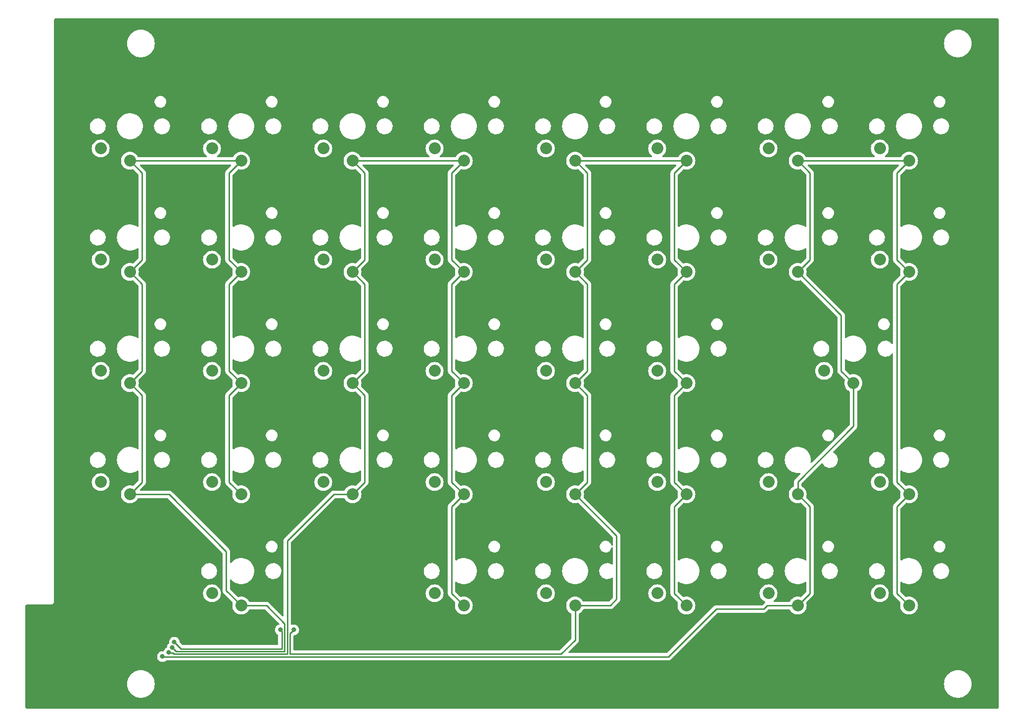
<source format=gtl>
%TF.GenerationSoftware,KiCad,Pcbnew,(6.0.10)*%
%TF.CreationDate,2023-02-02T17:49:13-08:00*%
%TF.ProjectId,netrazr_rev2-Right,6e657472-617a-4725-9f72-6576322d5269,2*%
%TF.SameCoordinates,Original*%
%TF.FileFunction,Copper,L1,Top*%
%TF.FilePolarity,Positive*%
%FSLAX46Y46*%
G04 Gerber Fmt 4.6, Leading zero omitted, Abs format (unit mm)*
G04 Created by KiCad (PCBNEW (6.0.10)) date 2023-02-02 17:49:13*
%MOMM*%
%LPD*%
G01*
G04 APERTURE LIST*
%TA.AperFunction,ComponentPad*%
%ADD10C,2.032000*%
%TD*%
%TA.AperFunction,ViaPad*%
%ADD11C,0.800000*%
%TD*%
%TA.AperFunction,Conductor*%
%ADD12C,0.250000*%
%TD*%
G04 APERTURE END LIST*
D10*
X291365000Y-160550000D03*
X286365000Y-158450000D03*
X234215000Y-141500000D03*
X229215000Y-139400000D03*
X367565000Y-103400000D03*
X362565000Y-101300000D03*
X329465000Y-160550000D03*
X324465000Y-158450000D03*
X253265000Y-122450000D03*
X248265000Y-120350000D03*
X310415000Y-84350000D03*
X305415000Y-82250000D03*
X234215000Y-103400000D03*
X229215000Y-101300000D03*
X329465000Y-141500000D03*
X324465000Y-139400000D03*
X348515000Y-141500000D03*
X343515000Y-139400000D03*
X272315000Y-141500000D03*
X267315000Y-139400000D03*
X310415000Y-103400000D03*
X305415000Y-101300000D03*
X310415000Y-122450000D03*
X305415000Y-120350000D03*
X291365000Y-103400000D03*
X286365000Y-101300000D03*
X291365000Y-141500000D03*
X286365000Y-139400000D03*
X253265000Y-103400000D03*
X248265000Y-101300000D03*
X253265000Y-160550000D03*
X248265000Y-158450000D03*
X348515000Y-84350000D03*
X343515000Y-82250000D03*
X329465000Y-103400000D03*
X324465000Y-101300000D03*
X329465000Y-122450000D03*
X324465000Y-120350000D03*
X272315000Y-122450000D03*
X267315000Y-120350000D03*
X234215000Y-122450000D03*
X229215000Y-120350000D03*
X272315000Y-84350000D03*
X267315000Y-82250000D03*
X272315000Y-103400000D03*
X267315000Y-101300000D03*
X348515000Y-103400000D03*
X343515000Y-101300000D03*
X367565000Y-141500000D03*
X362565000Y-139400000D03*
X291365000Y-122450000D03*
X286365000Y-120350000D03*
X291365000Y-84350000D03*
X286365000Y-82250000D03*
X367565000Y-160550000D03*
X362565000Y-158450000D03*
X310415000Y-141500000D03*
X305415000Y-139400000D03*
X367565000Y-84350000D03*
X362565000Y-82250000D03*
X234215000Y-84350000D03*
X229215000Y-82250000D03*
X253265000Y-141500000D03*
X248265000Y-139400000D03*
X329465000Y-84350000D03*
X324465000Y-82250000D03*
X358040000Y-122450000D03*
X353040000Y-120350000D03*
X253265000Y-84350000D03*
X248265000Y-82250000D03*
X310415000Y-160550000D03*
X305415000Y-158450000D03*
X348515000Y-160550000D03*
X343515000Y-158450000D03*
D11*
X229400000Y-161000000D03*
X241460675Y-167761996D03*
X240885618Y-168579500D03*
X241826183Y-166831722D03*
X259964500Y-164719000D03*
X262255000Y-164719000D03*
X239782479Y-169296053D03*
D12*
X236304501Y-101310499D02*
X236304501Y-86439501D01*
X253265000Y-160550000D02*
X250703000Y-157988000D01*
X257578000Y-160550000D02*
X253265000Y-160550000D01*
X251175499Y-120360499D02*
X253265000Y-122450000D01*
X250703000Y-151293000D02*
X240910000Y-141500000D01*
X236304501Y-86439501D02*
X234215000Y-84350000D01*
X251175499Y-86439501D02*
X251175499Y-101310499D01*
X260689000Y-168404500D02*
X260689000Y-163661000D01*
X251175499Y-101310499D02*
X253265000Y-103400000D01*
X236304501Y-120360499D02*
X236304501Y-105489501D01*
X234215000Y-84350000D02*
X253265000Y-84350000D01*
X234215000Y-141500000D02*
X236304501Y-139410499D01*
X236304501Y-105489501D02*
X234215000Y-103400000D01*
X241460675Y-167761996D02*
X242103179Y-168404500D01*
X253265000Y-103400000D02*
X251175499Y-105489501D01*
X251175499Y-105489501D02*
X251175499Y-120360499D01*
X260689000Y-163661000D02*
X257578000Y-160550000D01*
X253265000Y-84350000D02*
X251175499Y-86439501D01*
X251175499Y-124539501D02*
X251175499Y-139410499D01*
X234215000Y-103400000D02*
X236304501Y-101310499D01*
X234215000Y-122450000D02*
X236304501Y-120360499D01*
X240910000Y-141500000D02*
X234215000Y-141500000D01*
X250703000Y-157988000D02*
X250703000Y-151293000D01*
X236304501Y-124539501D02*
X234215000Y-122450000D01*
X251175499Y-139410499D02*
X253265000Y-141500000D01*
X236304501Y-139410499D02*
X236304501Y-124539501D01*
X253265000Y-122450000D02*
X251175499Y-124539501D01*
X242103179Y-168404500D02*
X260689000Y-168404500D01*
X291365000Y-141500000D02*
X289275499Y-143589501D01*
X269105000Y-141500000D02*
X272315000Y-141500000D01*
X289275499Y-86439501D02*
X289275499Y-101310499D01*
X289275499Y-124539501D02*
X289275499Y-139410499D01*
X291365000Y-103400000D02*
X289275499Y-105489501D01*
X289275499Y-139410499D02*
X291365000Y-141500000D01*
X291365000Y-122450000D02*
X289275499Y-124539501D01*
X272315000Y-103400000D02*
X274404501Y-101310499D01*
X289275499Y-105489501D02*
X289275499Y-120360499D01*
X274404501Y-120360499D02*
X274404501Y-105489501D01*
X272315000Y-141500000D02*
X274404501Y-139410499D01*
X272315000Y-84350000D02*
X291365000Y-84350000D01*
X274404501Y-86439501D02*
X272315000Y-84350000D01*
X261139000Y-149466000D02*
X269105000Y-141500000D01*
X240885618Y-168579500D02*
X240986118Y-168680000D01*
X241567976Y-168680000D02*
X241742476Y-168854500D01*
X241742476Y-168854500D02*
X261139000Y-168854500D01*
X274404501Y-124539501D02*
X272315000Y-122450000D01*
X274404501Y-101310499D02*
X274404501Y-86439501D01*
X274404501Y-139410499D02*
X274404501Y-124539501D01*
X291365000Y-84350000D02*
X289275499Y-86439501D01*
X289275499Y-120360499D02*
X291365000Y-122450000D01*
X261139000Y-168854500D02*
X261139000Y-149466000D01*
X289275499Y-143589501D02*
X289275499Y-158460499D01*
X289275499Y-158460499D02*
X291365000Y-160550000D01*
X272315000Y-122450000D02*
X274404501Y-120360499D01*
X289275499Y-101310499D02*
X291365000Y-103400000D01*
X240986118Y-168680000D02*
X241567976Y-168680000D01*
X274404501Y-105489501D02*
X272315000Y-103400000D01*
X259964500Y-164719000D02*
X260239000Y-164993500D01*
X316442500Y-160528000D02*
X317500000Y-159470500D01*
X312504501Y-101310499D02*
X312504501Y-86439501D01*
X312504501Y-120360499D02*
X312504501Y-105489501D01*
X312504501Y-124539501D02*
X310415000Y-122450000D01*
X310415000Y-84350000D02*
X329465000Y-84350000D01*
X310415000Y-160550000D02*
X310437000Y-160528000D01*
X312504501Y-105489501D02*
X310415000Y-103400000D01*
X317500000Y-148585000D02*
X310415000Y-141500000D01*
X261589000Y-165385000D02*
X262255000Y-164719000D01*
X310415000Y-103400000D02*
X312504501Y-101310499D01*
X327375499Y-120360499D02*
X329465000Y-122450000D01*
X327375499Y-105489501D02*
X327375499Y-120360499D01*
X312504501Y-139410499D02*
X312504501Y-124539501D01*
X327375499Y-124539501D02*
X327375499Y-139410499D01*
X310437000Y-160528000D02*
X316442500Y-160528000D01*
X260239000Y-167954500D02*
X242948961Y-167954500D01*
X329465000Y-103400000D02*
X327375499Y-105489501D01*
X329465000Y-141500000D02*
X327375499Y-143589501D01*
X308030500Y-168854500D02*
X261589000Y-168854500D01*
X327375499Y-158460499D02*
X329465000Y-160550000D01*
X329465000Y-122450000D02*
X327375499Y-124539501D01*
X310415000Y-122450000D02*
X312504501Y-120360499D01*
X327375499Y-139410499D02*
X329465000Y-141500000D01*
X312504501Y-86439501D02*
X310415000Y-84350000D01*
X310415000Y-141500000D02*
X312504501Y-139410499D01*
X310415000Y-160550000D02*
X310415000Y-166470000D01*
X327375499Y-101310499D02*
X329465000Y-103400000D01*
X327375499Y-86439501D02*
X327375499Y-101310499D01*
X317500000Y-159470500D02*
X317500000Y-148585000D01*
X329465000Y-84350000D02*
X327375499Y-86439501D01*
X242948961Y-167954500D02*
X241826183Y-166831722D01*
X260239000Y-164993500D02*
X260239000Y-167954500D01*
X327375499Y-143589501D02*
X327375499Y-158460499D01*
X310415000Y-166470000D02*
X308030500Y-168854500D01*
X261589000Y-168854500D02*
X261589000Y-165385000D01*
X358040000Y-129841314D02*
X358040000Y-122450000D01*
X355950499Y-110835499D02*
X348515000Y-103400000D01*
X365475499Y-158460499D02*
X367565000Y-160550000D01*
X348515000Y-160550000D02*
X350604501Y-158460499D01*
X350604501Y-158460499D02*
X350604501Y-143589501D01*
X348515000Y-139366314D02*
X358040000Y-129841314D01*
X342698461Y-161163000D02*
X343311461Y-160550000D01*
X365475499Y-143589501D02*
X365475499Y-158460499D01*
X348515000Y-84350000D02*
X367565000Y-84350000D01*
X367565000Y-103400000D02*
X365475499Y-105489501D01*
X365475499Y-101310499D02*
X367565000Y-103400000D01*
X358040000Y-122450000D02*
X355950499Y-120360499D01*
X367565000Y-141500000D02*
X365475499Y-143589501D01*
X350604501Y-143589501D02*
X348515000Y-141500000D01*
X350604501Y-86439501D02*
X348515000Y-84350000D01*
X365475499Y-105489501D02*
X365475499Y-139410499D01*
X348515000Y-141500000D02*
X348515000Y-139366314D01*
X334542000Y-161163000D02*
X342698461Y-161163000D01*
X239790926Y-169304500D02*
X326400500Y-169304500D01*
X239782479Y-169296053D02*
X239790926Y-169304500D01*
X365475499Y-139410499D02*
X367565000Y-141500000D01*
X367565000Y-84350000D02*
X365475499Y-86439501D01*
X343311461Y-160550000D02*
X348515000Y-160550000D01*
X348515000Y-103400000D02*
X350604501Y-101310499D01*
X365475499Y-86439501D02*
X365475499Y-101310499D01*
X355950499Y-120360499D02*
X355950499Y-110835499D01*
X326400500Y-169304500D02*
X334542000Y-161163000D01*
X350604501Y-101310499D02*
X350604501Y-86439501D01*
%TA.AperFunction,Conductor*%
G36*
X382521018Y-59910000D02*
G01*
X382535852Y-59912310D01*
X382535855Y-59912310D01*
X382544724Y-59913691D01*
X382553625Y-59912527D01*
X382562600Y-59912637D01*
X382562598Y-59912841D01*
X382584045Y-59912851D01*
X382633033Y-59919300D01*
X382664805Y-59927813D01*
X382725837Y-59953093D01*
X382725927Y-59953130D01*
X382754412Y-59969577D01*
X382806894Y-60009848D01*
X382830152Y-60033106D01*
X382870423Y-60085588D01*
X382886870Y-60114073D01*
X382912187Y-60175193D01*
X382920700Y-60206967D01*
X382926665Y-60252278D01*
X382927734Y-60270260D01*
X382927690Y-60273854D01*
X382926309Y-60282724D01*
X382927473Y-60291626D01*
X382927473Y-60291627D01*
X382930436Y-60314283D01*
X382931500Y-60330621D01*
X382931500Y-177841633D01*
X382930000Y-177861018D01*
X382929712Y-177862872D01*
X382926309Y-177884724D01*
X382927473Y-177893625D01*
X382927363Y-177902600D01*
X382927159Y-177902598D01*
X382927149Y-177924045D01*
X382920700Y-177973033D01*
X382912187Y-178004807D01*
X382886870Y-178065927D01*
X382870423Y-178094412D01*
X382830152Y-178146894D01*
X382806894Y-178170152D01*
X382754412Y-178210423D01*
X382725927Y-178226870D01*
X382664805Y-178252187D01*
X382633033Y-178260700D01*
X382587722Y-178266665D01*
X382569740Y-178267734D01*
X382566146Y-178267690D01*
X382557276Y-178266309D01*
X382548374Y-178267473D01*
X382548373Y-178267473D01*
X382539190Y-178268674D01*
X382525714Y-178270436D01*
X382509379Y-178271500D01*
X216738367Y-178271500D01*
X216718982Y-178270000D01*
X216704148Y-178267690D01*
X216704145Y-178267690D01*
X216695276Y-178266309D01*
X216686375Y-178267473D01*
X216677400Y-178267363D01*
X216677402Y-178267159D01*
X216655955Y-178267149D01*
X216606967Y-178260700D01*
X216575195Y-178252187D01*
X216514073Y-178226870D01*
X216485588Y-178210423D01*
X216433106Y-178170152D01*
X216409848Y-178146894D01*
X216369577Y-178094412D01*
X216353130Y-178065927D01*
X216327813Y-178004807D01*
X216319300Y-177973034D01*
X216313784Y-177931135D01*
X216313252Y-177905476D01*
X216313576Y-177903552D01*
X216313729Y-177891000D01*
X216309701Y-177862872D01*
X216308429Y-177845209D01*
X216302358Y-173990000D01*
X233729439Y-173990000D01*
X233749660Y-174298507D01*
X233809975Y-174601735D01*
X233909354Y-174894496D01*
X233911177Y-174898192D01*
X233911180Y-174898200D01*
X234021721Y-175122352D01*
X234046096Y-175171780D01*
X234048390Y-175175213D01*
X234048391Y-175175214D01*
X234217861Y-175428845D01*
X234220575Y-175431939D01*
X234220579Y-175431945D01*
X234419001Y-175658201D01*
X234421710Y-175661290D01*
X234424799Y-175663999D01*
X234651055Y-175862421D01*
X234651061Y-175862425D01*
X234654155Y-175865139D01*
X234657581Y-175867428D01*
X234657586Y-175867432D01*
X234907785Y-176034609D01*
X234911220Y-176036904D01*
X234914923Y-176038730D01*
X235184800Y-176171820D01*
X235184808Y-176171823D01*
X235188504Y-176173646D01*
X235192419Y-176174975D01*
X235477358Y-176271699D01*
X235477361Y-176271700D01*
X235481265Y-176273025D01*
X235707961Y-176318117D01*
X235780450Y-176332536D01*
X235780453Y-176332536D01*
X235784493Y-176333340D01*
X235788604Y-176333609D01*
X235788608Y-176333610D01*
X236013737Y-176348366D01*
X236013746Y-176348366D01*
X236015786Y-176348500D01*
X236170214Y-176348500D01*
X236172254Y-176348366D01*
X236172263Y-176348366D01*
X236397392Y-176333610D01*
X236397396Y-176333609D01*
X236401507Y-176333340D01*
X236405547Y-176332536D01*
X236405550Y-176332536D01*
X236478039Y-176318117D01*
X236704735Y-176273025D01*
X236708639Y-176271700D01*
X236708642Y-176271699D01*
X236993581Y-176174975D01*
X236997496Y-176173646D01*
X237001192Y-176171823D01*
X237001200Y-176171820D01*
X237271077Y-176038730D01*
X237274780Y-176036904D01*
X237278215Y-176034609D01*
X237528414Y-175867432D01*
X237528419Y-175867428D01*
X237531845Y-175865139D01*
X237534939Y-175862425D01*
X237534945Y-175862421D01*
X237761201Y-175663999D01*
X237764290Y-175661290D01*
X237766999Y-175658201D01*
X237965421Y-175431945D01*
X237965425Y-175431939D01*
X237968139Y-175428845D01*
X238139904Y-175171781D01*
X238276646Y-174894496D01*
X238376025Y-174601735D01*
X238436340Y-174298507D01*
X238456561Y-173990000D01*
X373556439Y-173990000D01*
X373576660Y-174298507D01*
X373636975Y-174601735D01*
X373736354Y-174894496D01*
X373738177Y-174898192D01*
X373738180Y-174898200D01*
X373848721Y-175122352D01*
X373873096Y-175171780D01*
X373875390Y-175175213D01*
X373875391Y-175175214D01*
X374044861Y-175428845D01*
X374047575Y-175431939D01*
X374047579Y-175431945D01*
X374246001Y-175658201D01*
X374248710Y-175661290D01*
X374251799Y-175663999D01*
X374478055Y-175862421D01*
X374478061Y-175862425D01*
X374481155Y-175865139D01*
X374484581Y-175867428D01*
X374484586Y-175867432D01*
X374734785Y-176034609D01*
X374738220Y-176036904D01*
X374741923Y-176038730D01*
X375011800Y-176171820D01*
X375011808Y-176171823D01*
X375015504Y-176173646D01*
X375019419Y-176174975D01*
X375304358Y-176271699D01*
X375304361Y-176271700D01*
X375308265Y-176273025D01*
X375534961Y-176318117D01*
X375607450Y-176332536D01*
X375607453Y-176332536D01*
X375611493Y-176333340D01*
X375615604Y-176333609D01*
X375615608Y-176333610D01*
X375840737Y-176348366D01*
X375840746Y-176348366D01*
X375842786Y-176348500D01*
X375997214Y-176348500D01*
X375999254Y-176348366D01*
X375999263Y-176348366D01*
X376224392Y-176333610D01*
X376224396Y-176333609D01*
X376228507Y-176333340D01*
X376232547Y-176332536D01*
X376232550Y-176332536D01*
X376305039Y-176318117D01*
X376531735Y-176273025D01*
X376535639Y-176271700D01*
X376535642Y-176271699D01*
X376820581Y-176174975D01*
X376824496Y-176173646D01*
X376828192Y-176171823D01*
X376828200Y-176171820D01*
X377098077Y-176038730D01*
X377101780Y-176036904D01*
X377105215Y-176034609D01*
X377355414Y-175867432D01*
X377355419Y-175867428D01*
X377358845Y-175865139D01*
X377361939Y-175862425D01*
X377361945Y-175862421D01*
X377588201Y-175663999D01*
X377591290Y-175661290D01*
X377593999Y-175658201D01*
X377792421Y-175431945D01*
X377792425Y-175431939D01*
X377795139Y-175428845D01*
X377966904Y-175171781D01*
X378103646Y-174894496D01*
X378203025Y-174601735D01*
X378263340Y-174298507D01*
X378283561Y-173990000D01*
X378263340Y-173681493D01*
X378203025Y-173378265D01*
X378103646Y-173085504D01*
X378101822Y-173081806D01*
X378101820Y-173081800D01*
X377968730Y-172811923D01*
X377966904Y-172808220D01*
X377964610Y-172804787D01*
X377964609Y-172804785D01*
X377797432Y-172554586D01*
X377797428Y-172554581D01*
X377795139Y-172551155D01*
X377792425Y-172548061D01*
X377792421Y-172548055D01*
X377593999Y-172321799D01*
X377591290Y-172318710D01*
X377588201Y-172316001D01*
X377361945Y-172117579D01*
X377361939Y-172117575D01*
X377358845Y-172114861D01*
X377355419Y-172112572D01*
X377355414Y-172112568D01*
X377105215Y-171945391D01*
X377105213Y-171945390D01*
X377101780Y-171943096D01*
X377052352Y-171918721D01*
X376828200Y-171808180D01*
X376828192Y-171808177D01*
X376824496Y-171806354D01*
X376820581Y-171805025D01*
X376535642Y-171708301D01*
X376535639Y-171708300D01*
X376531735Y-171706975D01*
X376305039Y-171661883D01*
X376232550Y-171647464D01*
X376232547Y-171647464D01*
X376228507Y-171646660D01*
X376224396Y-171646391D01*
X376224392Y-171646390D01*
X375999263Y-171631634D01*
X375999254Y-171631634D01*
X375997214Y-171631500D01*
X375842786Y-171631500D01*
X375840746Y-171631634D01*
X375840737Y-171631634D01*
X375615608Y-171646390D01*
X375615604Y-171646391D01*
X375611493Y-171646660D01*
X375607453Y-171647464D01*
X375607450Y-171647464D01*
X375534961Y-171661883D01*
X375308265Y-171706975D01*
X375304361Y-171708300D01*
X375304358Y-171708301D01*
X375019419Y-171805025D01*
X375015504Y-171806354D01*
X375011808Y-171808177D01*
X375011800Y-171808180D01*
X374787648Y-171918721D01*
X374738220Y-171943096D01*
X374734787Y-171945390D01*
X374734785Y-171945391D01*
X374484586Y-172112568D01*
X374484581Y-172112572D01*
X374481155Y-172114861D01*
X374478061Y-172117575D01*
X374478055Y-172117579D01*
X374251799Y-172316001D01*
X374248710Y-172318710D01*
X374246001Y-172321799D01*
X374047579Y-172548055D01*
X374047575Y-172548061D01*
X374044861Y-172551155D01*
X373873096Y-172808219D01*
X373736354Y-173085504D01*
X373636975Y-173378265D01*
X373576660Y-173681493D01*
X373556439Y-173990000D01*
X238456561Y-173990000D01*
X238436340Y-173681493D01*
X238376025Y-173378265D01*
X238276646Y-173085504D01*
X238274822Y-173081806D01*
X238274820Y-173081800D01*
X238141730Y-172811923D01*
X238139904Y-172808220D01*
X238137610Y-172804787D01*
X238137609Y-172804785D01*
X237970432Y-172554586D01*
X237970428Y-172554581D01*
X237968139Y-172551155D01*
X237965425Y-172548061D01*
X237965421Y-172548055D01*
X237766999Y-172321799D01*
X237764290Y-172318710D01*
X237761201Y-172316001D01*
X237534945Y-172117579D01*
X237534939Y-172117575D01*
X237531845Y-172114861D01*
X237528419Y-172112572D01*
X237528414Y-172112568D01*
X237278215Y-171945391D01*
X237278213Y-171945390D01*
X237274780Y-171943096D01*
X237225352Y-171918721D01*
X237001200Y-171808180D01*
X237001192Y-171808177D01*
X236997496Y-171806354D01*
X236993581Y-171805025D01*
X236708642Y-171708301D01*
X236708639Y-171708300D01*
X236704735Y-171706975D01*
X236478039Y-171661883D01*
X236405550Y-171647464D01*
X236405547Y-171647464D01*
X236401507Y-171646660D01*
X236397396Y-171646391D01*
X236397392Y-171646390D01*
X236172263Y-171631634D01*
X236172254Y-171631634D01*
X236170214Y-171631500D01*
X236015786Y-171631500D01*
X236013746Y-171631634D01*
X236013737Y-171631634D01*
X235788608Y-171646390D01*
X235788604Y-171646391D01*
X235784493Y-171646660D01*
X235780453Y-171647464D01*
X235780450Y-171647464D01*
X235707961Y-171661883D01*
X235481265Y-171706975D01*
X235477361Y-171708300D01*
X235477358Y-171708301D01*
X235192419Y-171805025D01*
X235188504Y-171806354D01*
X235184808Y-171808177D01*
X235184800Y-171808180D01*
X234960648Y-171918721D01*
X234911220Y-171943096D01*
X234907787Y-171945390D01*
X234907785Y-171945391D01*
X234657586Y-172112568D01*
X234657581Y-172112572D01*
X234654155Y-172114861D01*
X234651061Y-172117575D01*
X234651055Y-172117579D01*
X234424799Y-172316001D01*
X234421710Y-172318710D01*
X234419001Y-172321799D01*
X234220579Y-172548055D01*
X234220575Y-172548061D01*
X234217861Y-172551155D01*
X234046096Y-172808219D01*
X233909354Y-173085504D01*
X233809975Y-173378265D01*
X233749660Y-173681493D01*
X233729439Y-173990000D01*
X216302358Y-173990000D01*
X216281584Y-160798944D01*
X216283330Y-160777842D01*
X216285768Y-160763352D01*
X216286576Y-160758552D01*
X216286729Y-160746000D01*
X216286039Y-160741182D01*
X216285723Y-160736329D01*
X216286413Y-160736284D01*
X216286265Y-160709808D01*
X216292300Y-160663966D01*
X216300813Y-160632193D01*
X216326130Y-160571073D01*
X216342577Y-160542588D01*
X216382848Y-160490106D01*
X216406106Y-160466848D01*
X216458588Y-160426577D01*
X216487073Y-160410130D01*
X216487163Y-160410093D01*
X216548195Y-160384813D01*
X216579967Y-160376300D01*
X216625278Y-160370335D01*
X216643260Y-160369266D01*
X216646854Y-160369310D01*
X216655724Y-160370691D01*
X216664626Y-160369527D01*
X216664627Y-160369527D01*
X216677030Y-160367905D01*
X216687286Y-160366564D01*
X216703621Y-160365500D01*
X220717377Y-160365500D01*
X220718148Y-160365502D01*
X220795721Y-160365976D01*
X220824152Y-160357850D01*
X220840915Y-160354272D01*
X220870187Y-160350080D01*
X220893564Y-160339451D01*
X220911087Y-160333004D01*
X220935771Y-160325949D01*
X220943365Y-160321157D01*
X220943368Y-160321156D01*
X220960780Y-160310170D01*
X220975865Y-160302030D01*
X221002782Y-160289792D01*
X221022235Y-160273030D01*
X221037239Y-160261927D01*
X221058958Y-160248224D01*
X221064897Y-160241499D01*
X221064901Y-160241496D01*
X221078532Y-160226062D01*
X221090724Y-160214018D01*
X221106327Y-160200573D01*
X221106329Y-160200570D01*
X221113127Y-160194713D01*
X221127094Y-160173165D01*
X221138385Y-160158291D01*
X221149431Y-160145783D01*
X221149432Y-160145782D01*
X221155378Y-160139049D01*
X221167943Y-160112287D01*
X221176263Y-160097309D01*
X221187471Y-160080017D01*
X221187473Y-160080012D01*
X221192352Y-160072485D01*
X221194922Y-160063892D01*
X221194924Y-160063887D01*
X221199711Y-160047880D01*
X221206372Y-160030436D01*
X221213467Y-160015324D01*
X221213468Y-160015322D01*
X221217281Y-160007200D01*
X221221830Y-159977983D01*
X221225613Y-159961268D01*
X221231515Y-159941534D01*
X221231516Y-159941528D01*
X221234086Y-159932934D01*
X221234296Y-159898494D01*
X221234329Y-159897711D01*
X221234500Y-159896614D01*
X221234500Y-159865623D01*
X221234502Y-159864853D01*
X221234952Y-159791215D01*
X221234952Y-159791214D01*
X221234976Y-159787279D01*
X221234592Y-159785935D01*
X221234500Y-159784590D01*
X221234500Y-158450000D01*
X246735786Y-158450000D01*
X246754613Y-158689222D01*
X246755767Y-158694029D01*
X246755768Y-158694035D01*
X246767998Y-158744974D01*
X246810631Y-158922553D01*
X246812524Y-158927124D01*
X246812525Y-158927126D01*
X246892745Y-159120794D01*
X246902460Y-159144249D01*
X247027840Y-159348849D01*
X247183682Y-159531318D01*
X247187444Y-159534531D01*
X247323990Y-159651151D01*
X247366151Y-159687160D01*
X247570751Y-159812540D01*
X247575321Y-159814433D01*
X247575323Y-159814434D01*
X247778285Y-159898503D01*
X247792447Y-159904369D01*
X247851190Y-159918472D01*
X248020965Y-159959232D01*
X248020971Y-159959233D01*
X248025778Y-159960387D01*
X248265000Y-159979214D01*
X248504222Y-159960387D01*
X248509029Y-159959233D01*
X248509035Y-159959232D01*
X248678810Y-159918472D01*
X248737553Y-159904369D01*
X248751715Y-159898503D01*
X248954677Y-159814434D01*
X248954679Y-159814433D01*
X248959249Y-159812540D01*
X249163849Y-159687160D01*
X249206011Y-159651151D01*
X249342556Y-159534531D01*
X249346318Y-159531318D01*
X249502160Y-159348849D01*
X249627540Y-159144249D01*
X249637256Y-159120794D01*
X249717475Y-158927126D01*
X249717476Y-158927124D01*
X249719369Y-158922553D01*
X249762002Y-158744974D01*
X249774232Y-158694035D01*
X249774233Y-158694029D01*
X249775387Y-158689222D01*
X249794214Y-158450000D01*
X249775387Y-158210778D01*
X249774233Y-158205971D01*
X249774232Y-158205965D01*
X249720524Y-157982259D01*
X249719369Y-157977447D01*
X249696027Y-157921093D01*
X249629434Y-157760323D01*
X249629433Y-157760321D01*
X249627540Y-157755751D01*
X249502160Y-157551151D01*
X249346318Y-157368682D01*
X249163849Y-157212840D01*
X248959249Y-157087460D01*
X248954679Y-157085567D01*
X248954677Y-157085566D01*
X248742126Y-156997525D01*
X248742124Y-156997524D01*
X248737553Y-156995631D01*
X248655963Y-156976043D01*
X248509035Y-156940768D01*
X248509029Y-156940767D01*
X248504222Y-156939613D01*
X248265000Y-156920786D01*
X248025778Y-156939613D01*
X248020971Y-156940767D01*
X248020965Y-156940768D01*
X247874037Y-156976043D01*
X247792447Y-156995631D01*
X247787876Y-156997524D01*
X247787874Y-156997525D01*
X247575323Y-157085566D01*
X247575321Y-157085567D01*
X247570751Y-157087460D01*
X247366151Y-157212840D01*
X247183682Y-157368682D01*
X247027840Y-157551151D01*
X246902460Y-157755751D01*
X246900567Y-157760321D01*
X246900566Y-157760323D01*
X246833973Y-157921093D01*
X246810631Y-157977447D01*
X246809476Y-157982259D01*
X246755768Y-158205965D01*
X246755767Y-158205971D01*
X246754613Y-158210778D01*
X246735786Y-158450000D01*
X221234500Y-158450000D01*
X221234500Y-154585732D01*
X246402200Y-154585732D01*
X246402400Y-154591062D01*
X246402400Y-154591063D01*
X246406364Y-154696659D01*
X246410854Y-154816268D01*
X246458228Y-155042050D01*
X246542967Y-155256622D01*
X246662647Y-155453849D01*
X246666144Y-155457879D01*
X246752768Y-155557704D01*
X246813847Y-155628092D01*
X246817978Y-155631479D01*
X246988115Y-155770984D01*
X246988121Y-155770988D01*
X246992243Y-155774368D01*
X247192735Y-155888494D01*
X247197751Y-155890315D01*
X247197756Y-155890317D01*
X247404575Y-155965389D01*
X247404579Y-155965390D01*
X247409590Y-155967209D01*
X247414839Y-155968158D01*
X247414842Y-155968159D01*
X247632523Y-156007522D01*
X247632530Y-156007523D01*
X247636607Y-156008260D01*
X247654344Y-156009096D01*
X247659292Y-156009330D01*
X247659299Y-156009330D01*
X247660780Y-156009400D01*
X247822925Y-156009400D01*
X247889881Y-156003719D01*
X247989562Y-155995261D01*
X247989566Y-155995260D01*
X247994873Y-155994810D01*
X248000028Y-155993472D01*
X248000034Y-155993471D01*
X248213003Y-155938195D01*
X248213007Y-155938194D01*
X248218172Y-155936853D01*
X248223038Y-155934661D01*
X248223041Y-155934660D01*
X248423649Y-155844293D01*
X248428515Y-155842101D01*
X248432935Y-155839125D01*
X248432939Y-155839123D01*
X248579503Y-155740449D01*
X248619885Y-155713262D01*
X248786812Y-155554022D01*
X248924521Y-155368934D01*
X248979305Y-155261183D01*
X249026658Y-155168046D01*
X249026658Y-155168045D01*
X249029077Y-155163288D01*
X249082621Y-154990849D01*
X249095905Y-154948070D01*
X249095906Y-154948064D01*
X249097489Y-154942967D01*
X249127800Y-154714268D01*
X249126983Y-154692489D01*
X249119346Y-154489063D01*
X249119146Y-154483732D01*
X249071772Y-154257950D01*
X248987033Y-154043378D01*
X248867353Y-153846151D01*
X248780428Y-153745978D01*
X248719653Y-153675941D01*
X248719651Y-153675939D01*
X248716153Y-153671908D01*
X248674018Y-153637360D01*
X248541885Y-153529016D01*
X248541879Y-153529012D01*
X248537757Y-153525632D01*
X248337265Y-153411506D01*
X248332249Y-153409685D01*
X248332244Y-153409683D01*
X248125425Y-153334611D01*
X248125421Y-153334610D01*
X248120410Y-153332791D01*
X248115161Y-153331842D01*
X248115158Y-153331841D01*
X247897477Y-153292478D01*
X247897470Y-153292477D01*
X247893393Y-153291740D01*
X247875656Y-153290904D01*
X247870708Y-153290670D01*
X247870701Y-153290670D01*
X247869220Y-153290600D01*
X247707075Y-153290600D01*
X247640119Y-153296281D01*
X247540438Y-153304739D01*
X247540434Y-153304740D01*
X247535127Y-153305190D01*
X247529972Y-153306528D01*
X247529966Y-153306529D01*
X247316997Y-153361805D01*
X247316993Y-153361806D01*
X247311828Y-153363147D01*
X247306962Y-153365339D01*
X247306959Y-153365340D01*
X247204474Y-153411506D01*
X247101485Y-153457899D01*
X247097065Y-153460875D01*
X247097061Y-153460877D01*
X247059350Y-153486266D01*
X246910115Y-153586738D01*
X246743188Y-153745978D01*
X246605479Y-153931066D01*
X246603064Y-153935816D01*
X246548377Y-154043378D01*
X246500923Y-154136712D01*
X246466717Y-154246873D01*
X246434095Y-154351930D01*
X246434094Y-154351936D01*
X246432511Y-154357033D01*
X246402200Y-154585732D01*
X221234500Y-154585732D01*
X221234500Y-139400000D01*
X227685786Y-139400000D01*
X227704613Y-139639222D01*
X227705767Y-139644029D01*
X227705768Y-139644035D01*
X227717998Y-139694974D01*
X227760631Y-139872553D01*
X227762524Y-139877124D01*
X227762525Y-139877126D01*
X227842745Y-140070794D01*
X227852460Y-140094249D01*
X227977840Y-140298849D01*
X228133682Y-140481318D01*
X228137444Y-140484531D01*
X228273990Y-140601151D01*
X228316151Y-140637160D01*
X228520751Y-140762540D01*
X228525321Y-140764433D01*
X228525323Y-140764434D01*
X228730344Y-140849356D01*
X228742447Y-140854369D01*
X228813961Y-140871538D01*
X228970965Y-140909232D01*
X228970971Y-140909233D01*
X228975778Y-140910387D01*
X229215000Y-140929214D01*
X229454222Y-140910387D01*
X229459029Y-140909233D01*
X229459035Y-140909232D01*
X229616039Y-140871538D01*
X229687553Y-140854369D01*
X229699656Y-140849356D01*
X229904677Y-140764434D01*
X229904679Y-140764433D01*
X229909249Y-140762540D01*
X230113849Y-140637160D01*
X230156011Y-140601151D01*
X230292556Y-140484531D01*
X230296318Y-140481318D01*
X230452160Y-140298849D01*
X230577540Y-140094249D01*
X230587256Y-140070794D01*
X230667475Y-139877126D01*
X230667476Y-139877124D01*
X230669369Y-139872553D01*
X230712002Y-139694974D01*
X230724232Y-139644035D01*
X230724233Y-139644029D01*
X230725387Y-139639222D01*
X230744214Y-139400000D01*
X230725387Y-139160778D01*
X230724233Y-139155971D01*
X230724232Y-139155965D01*
X230673954Y-138946544D01*
X230669369Y-138927447D01*
X230647361Y-138874314D01*
X230579434Y-138710323D01*
X230579433Y-138710321D01*
X230577540Y-138705751D01*
X230452160Y-138501151D01*
X230296318Y-138318682D01*
X230113849Y-138162840D01*
X229909249Y-138037460D01*
X229904679Y-138035567D01*
X229904677Y-138035566D01*
X229692126Y-137947525D01*
X229692124Y-137947524D01*
X229687553Y-137945631D01*
X229558113Y-137914555D01*
X229459035Y-137890768D01*
X229459029Y-137890767D01*
X229454222Y-137889613D01*
X229215000Y-137870786D01*
X228975778Y-137889613D01*
X228970971Y-137890767D01*
X228970965Y-137890768D01*
X228871887Y-137914555D01*
X228742447Y-137945631D01*
X228737876Y-137947524D01*
X228737874Y-137947525D01*
X228525323Y-138035566D01*
X228525321Y-138035567D01*
X228520751Y-138037460D01*
X228316151Y-138162840D01*
X228133682Y-138318682D01*
X227977840Y-138501151D01*
X227852460Y-138705751D01*
X227850567Y-138710321D01*
X227850566Y-138710323D01*
X227782639Y-138874314D01*
X227760631Y-138927447D01*
X227756046Y-138946544D01*
X227705768Y-139155965D01*
X227705767Y-139155971D01*
X227704613Y-139160778D01*
X227685786Y-139400000D01*
X221234500Y-139400000D01*
X221234500Y-135535732D01*
X227352200Y-135535732D01*
X227352400Y-135541062D01*
X227352400Y-135541063D01*
X227356364Y-135646659D01*
X227360854Y-135766268D01*
X227408228Y-135992050D01*
X227410186Y-135997009D01*
X227410187Y-135997011D01*
X227447103Y-136090487D01*
X227492967Y-136206622D01*
X227612647Y-136403849D01*
X227616144Y-136407879D01*
X227702768Y-136507704D01*
X227763847Y-136578092D01*
X227767978Y-136581479D01*
X227938115Y-136720984D01*
X227938121Y-136720988D01*
X227942243Y-136724368D01*
X228142735Y-136838494D01*
X228147751Y-136840315D01*
X228147756Y-136840317D01*
X228354575Y-136915389D01*
X228354579Y-136915390D01*
X228359590Y-136917209D01*
X228364839Y-136918158D01*
X228364842Y-136918159D01*
X228582523Y-136957522D01*
X228582530Y-136957523D01*
X228586607Y-136958260D01*
X228604344Y-136959096D01*
X228609292Y-136959330D01*
X228609299Y-136959330D01*
X228610780Y-136959400D01*
X228772925Y-136959400D01*
X228839881Y-136953719D01*
X228939562Y-136945261D01*
X228939566Y-136945260D01*
X228944873Y-136944810D01*
X228950028Y-136943472D01*
X228950034Y-136943471D01*
X229163003Y-136888195D01*
X229163007Y-136888194D01*
X229168172Y-136886853D01*
X229173038Y-136884661D01*
X229173041Y-136884660D01*
X229373649Y-136794293D01*
X229378515Y-136792101D01*
X229382935Y-136789125D01*
X229382939Y-136789123D01*
X229529503Y-136690449D01*
X229569885Y-136663262D01*
X229736812Y-136504022D01*
X229874521Y-136318934D01*
X229931519Y-136206827D01*
X229976658Y-136118046D01*
X229976658Y-136118045D01*
X229979077Y-136113288D01*
X230018343Y-135986831D01*
X230045905Y-135898070D01*
X230045906Y-135898064D01*
X230047489Y-135892967D01*
X230077800Y-135664268D01*
X230077139Y-135646659D01*
X231987514Y-135646659D01*
X231987877Y-135650807D01*
X231987877Y-135650811D01*
X231989517Y-135669553D01*
X232013252Y-135940849D01*
X232014162Y-135944921D01*
X232014163Y-135944926D01*
X232072705Y-136206827D01*
X232077672Y-136229050D01*
X232179644Y-136506199D01*
X232181591Y-136509892D01*
X232181592Y-136509894D01*
X232217549Y-136578092D01*
X232317374Y-136767427D01*
X232319794Y-136770832D01*
X232486019Y-137004735D01*
X232486024Y-137004741D01*
X232488443Y-137008145D01*
X232491287Y-137011195D01*
X232491292Y-137011201D01*
X232626003Y-137155661D01*
X232689846Y-137224124D01*
X232918045Y-137411568D01*
X233169029Y-137567185D01*
X233438390Y-137688241D01*
X233721395Y-137772608D01*
X233725515Y-137773261D01*
X233725517Y-137773261D01*
X234009592Y-137818255D01*
X234009598Y-137818256D01*
X234013073Y-137818806D01*
X234037632Y-137819921D01*
X234104017Y-137822936D01*
X234104038Y-137822936D01*
X234105437Y-137823000D01*
X234289901Y-137823000D01*
X234509664Y-137808403D01*
X234513763Y-137807577D01*
X234513767Y-137807576D01*
X234687190Y-137772608D01*
X234799151Y-137750033D01*
X235078375Y-137653888D01*
X235248089Y-137568902D01*
X235338695Y-137523530D01*
X235338697Y-137523529D01*
X235342431Y-137521659D01*
X235474179Y-137432123D01*
X235541762Y-137410377D01*
X235610375Y-137428621D01*
X235658231Y-137481064D01*
X235671001Y-137536335D01*
X235671001Y-139095905D01*
X235650999Y-139164026D01*
X235634096Y-139185000D01*
X234806686Y-140012410D01*
X234744374Y-140046436D01*
X234688039Y-140043607D01*
X234687553Y-140045631D01*
X234459035Y-139990768D01*
X234459029Y-139990767D01*
X234454222Y-139989613D01*
X234215000Y-139970786D01*
X233975778Y-139989613D01*
X233970971Y-139990767D01*
X233970965Y-139990768D01*
X233824037Y-140026043D01*
X233742447Y-140045631D01*
X233737876Y-140047524D01*
X233737874Y-140047525D01*
X233525323Y-140135566D01*
X233525321Y-140135567D01*
X233520751Y-140137460D01*
X233316151Y-140262840D01*
X233312384Y-140266057D01*
X233312383Y-140266058D01*
X233269578Y-140302617D01*
X233133682Y-140418682D01*
X232977840Y-140601151D01*
X232852460Y-140805751D01*
X232850567Y-140810321D01*
X232850566Y-140810323D01*
X232763139Y-141021392D01*
X232760631Y-141027447D01*
X232756753Y-141043602D01*
X232705768Y-141255965D01*
X232705767Y-141255971D01*
X232704613Y-141260778D01*
X232685786Y-141500000D01*
X232704613Y-141739222D01*
X232705767Y-141744029D01*
X232705768Y-141744035D01*
X232741043Y-141890963D01*
X232760631Y-141972553D01*
X232762524Y-141977124D01*
X232762525Y-141977126D01*
X232842584Y-142170405D01*
X232852460Y-142194249D01*
X232977840Y-142398849D01*
X233133682Y-142581318D01*
X233316151Y-142737160D01*
X233520751Y-142862540D01*
X233525321Y-142864433D01*
X233525323Y-142864434D01*
X233737874Y-142952475D01*
X233742447Y-142954369D01*
X233824037Y-142973957D01*
X233970965Y-143009232D01*
X233970971Y-143009233D01*
X233975778Y-143010387D01*
X234215000Y-143029214D01*
X234454222Y-143010387D01*
X234459029Y-143009233D01*
X234459035Y-143009232D01*
X234605963Y-142973957D01*
X234687553Y-142954369D01*
X234692126Y-142952475D01*
X234904677Y-142864434D01*
X234904679Y-142864433D01*
X234909249Y-142862540D01*
X235113849Y-142737160D01*
X235296318Y-142581318D01*
X235452160Y-142398849D01*
X235577540Y-142194249D01*
X235579468Y-142195430D01*
X235621816Y-142150644D01*
X235685270Y-142133500D01*
X240595406Y-142133500D01*
X240663527Y-142153502D01*
X240684501Y-142170405D01*
X250032595Y-151518499D01*
X250066621Y-151580811D01*
X250069500Y-151607594D01*
X250069500Y-157909233D01*
X250068973Y-157920416D01*
X250067298Y-157927909D01*
X250067547Y-157935835D01*
X250067547Y-157935836D01*
X250069438Y-157995986D01*
X250069500Y-157999945D01*
X250069500Y-158027856D01*
X250069997Y-158031790D01*
X250069997Y-158031791D01*
X250070005Y-158031856D01*
X250070938Y-158043693D01*
X250072327Y-158087889D01*
X250077978Y-158107339D01*
X250081987Y-158126700D01*
X250084526Y-158146797D01*
X250087445Y-158154168D01*
X250087445Y-158154170D01*
X250100804Y-158187912D01*
X250104649Y-158199142D01*
X250108973Y-158214026D01*
X250116982Y-158241593D01*
X250121015Y-158248412D01*
X250121017Y-158248417D01*
X250127293Y-158259028D01*
X250135988Y-158276776D01*
X250143448Y-158295617D01*
X250148110Y-158302033D01*
X250148110Y-158302034D01*
X250169436Y-158331387D01*
X250175952Y-158341307D01*
X250198458Y-158379362D01*
X250212779Y-158393683D01*
X250225619Y-158408716D01*
X250237528Y-158425107D01*
X250243634Y-158430158D01*
X250271605Y-158453298D01*
X250280384Y-158461288D01*
X251777410Y-159958314D01*
X251811436Y-160020626D01*
X251808607Y-160076961D01*
X251810631Y-160077447D01*
X251755768Y-160305965D01*
X251755767Y-160305971D01*
X251754613Y-160310778D01*
X251735786Y-160550000D01*
X251754613Y-160789222D01*
X251755767Y-160794029D01*
X251755768Y-160794035D01*
X251756947Y-160798944D01*
X251810631Y-161022553D01*
X251812524Y-161027124D01*
X251812525Y-161027126D01*
X251892584Y-161220405D01*
X251902460Y-161244249D01*
X252027840Y-161448849D01*
X252183682Y-161631318D01*
X252187444Y-161634531D01*
X252293920Y-161725469D01*
X252366151Y-161787160D01*
X252570751Y-161912540D01*
X252575321Y-161914433D01*
X252575323Y-161914434D01*
X252631500Y-161937703D01*
X252792447Y-162004369D01*
X252858679Y-162020270D01*
X253020965Y-162059232D01*
X253020971Y-162059233D01*
X253025778Y-162060387D01*
X253265000Y-162079214D01*
X253504222Y-162060387D01*
X253509029Y-162059233D01*
X253509035Y-162059232D01*
X253671321Y-162020270D01*
X253737553Y-162004369D01*
X253898500Y-161937703D01*
X253954677Y-161914434D01*
X253954679Y-161914433D01*
X253959249Y-161912540D01*
X254163849Y-161787160D01*
X254236081Y-161725469D01*
X254342556Y-161634531D01*
X254346318Y-161631318D01*
X254502160Y-161448849D01*
X254627540Y-161244249D01*
X254629468Y-161245430D01*
X254671816Y-161200644D01*
X254735270Y-161183500D01*
X257263406Y-161183500D01*
X257331527Y-161203502D01*
X257352501Y-161220405D01*
X259765604Y-163633508D01*
X259799630Y-163695820D01*
X259794565Y-163766635D01*
X259752018Y-163823471D01*
X259702705Y-163845850D01*
X259688670Y-163848833D01*
X259688667Y-163848834D01*
X259682212Y-163850206D01*
X259676182Y-163852891D01*
X259676181Y-163852891D01*
X259513778Y-163925197D01*
X259513776Y-163925198D01*
X259507748Y-163927882D01*
X259353247Y-164040134D01*
X259225460Y-164182056D01*
X259129973Y-164347444D01*
X259070958Y-164529072D01*
X259050996Y-164719000D01*
X259070958Y-164908928D01*
X259129973Y-165090556D01*
X259225460Y-165255944D01*
X259353247Y-165397866D01*
X259507748Y-165510118D01*
X259513775Y-165512801D01*
X259513783Y-165512806D01*
X259530750Y-165520360D01*
X259584845Y-165566340D01*
X259605500Y-165635466D01*
X259605500Y-167195000D01*
X259585498Y-167263121D01*
X259531842Y-167309614D01*
X259479500Y-167321000D01*
X243263555Y-167321000D01*
X243195434Y-167300998D01*
X243174460Y-167284095D01*
X242773305Y-166882940D01*
X242739279Y-166820628D01*
X242737090Y-166807015D01*
X242730448Y-166743813D01*
X242727104Y-166712005D01*
X242720415Y-166648357D01*
X242720415Y-166648355D01*
X242719725Y-166641794D01*
X242660710Y-166460166D01*
X242565223Y-166294778D01*
X242501068Y-166223526D01*
X242441858Y-166157767D01*
X242441857Y-166157766D01*
X242437436Y-166152856D01*
X242282935Y-166040604D01*
X242276907Y-166037920D01*
X242276905Y-166037919D01*
X242114502Y-165965613D01*
X242114501Y-165965613D01*
X242108471Y-165962928D01*
X242015071Y-165943075D01*
X241928127Y-165924594D01*
X241928122Y-165924594D01*
X241921670Y-165923222D01*
X241730696Y-165923222D01*
X241724244Y-165924594D01*
X241724239Y-165924594D01*
X241637295Y-165943075D01*
X241543895Y-165962928D01*
X241537865Y-165965613D01*
X241537864Y-165965613D01*
X241375461Y-166037919D01*
X241375459Y-166037920D01*
X241369431Y-166040604D01*
X241214930Y-166152856D01*
X241210509Y-166157766D01*
X241210508Y-166157767D01*
X241151299Y-166223526D01*
X241087143Y-166294778D01*
X240991656Y-166460166D01*
X240932641Y-166641794D01*
X240931951Y-166648355D01*
X240931951Y-166648357D01*
X240920798Y-166754473D01*
X240912679Y-166831722D01*
X240913369Y-166838287D01*
X240925136Y-166950248D01*
X240912364Y-167020086D01*
X240873888Y-167065353D01*
X240854768Y-167079245D01*
X240854763Y-167079249D01*
X240849422Y-167083130D01*
X240721635Y-167225052D01*
X240626148Y-167390440D01*
X240567133Y-167572068D01*
X240566443Y-167578631D01*
X240566443Y-167578632D01*
X240557673Y-167662071D01*
X240530659Y-167727728D01*
X240483613Y-167764006D01*
X240434901Y-167785695D01*
X240428866Y-167788382D01*
X240274365Y-167900634D01*
X240146578Y-168042556D01*
X240051091Y-168207944D01*
X240049050Y-168214226D01*
X240020254Y-168302850D01*
X239980180Y-168361455D01*
X239914783Y-168389092D01*
X239887251Y-168389223D01*
X239884426Y-168388926D01*
X239877966Y-168387553D01*
X239686992Y-168387553D01*
X239680540Y-168388925D01*
X239680535Y-168388925D01*
X239593591Y-168407406D01*
X239500191Y-168427259D01*
X239494161Y-168429944D01*
X239494160Y-168429944D01*
X239331757Y-168502250D01*
X239331755Y-168502251D01*
X239325727Y-168504935D01*
X239171226Y-168617187D01*
X239166805Y-168622097D01*
X239166804Y-168622098D01*
X239122773Y-168671000D01*
X239043439Y-168759109D01*
X238947952Y-168924497D01*
X238888937Y-169106125D01*
X238868975Y-169296053D01*
X238888937Y-169485981D01*
X238947952Y-169667609D01*
X239043439Y-169832997D01*
X239047857Y-169837904D01*
X239047858Y-169837905D01*
X239139967Y-169940202D01*
X239171226Y-169974919D01*
X239325727Y-170087171D01*
X239331755Y-170089855D01*
X239331757Y-170089856D01*
X239494160Y-170162162D01*
X239500191Y-170164847D01*
X239593592Y-170184700D01*
X239680535Y-170203181D01*
X239680540Y-170203181D01*
X239686992Y-170204553D01*
X239877966Y-170204553D01*
X239884418Y-170203181D01*
X239884423Y-170203181D01*
X239971366Y-170184700D01*
X240064767Y-170164847D01*
X240070798Y-170162162D01*
X240233201Y-170089856D01*
X240233203Y-170089855D01*
X240239231Y-170087171D01*
X240393732Y-169974919D01*
X240397889Y-169970302D01*
X240461762Y-169939647D01*
X240482069Y-169938000D01*
X326321733Y-169938000D01*
X326332916Y-169938527D01*
X326340409Y-169940202D01*
X326348335Y-169939953D01*
X326348336Y-169939953D01*
X326408486Y-169938062D01*
X326412445Y-169938000D01*
X326440356Y-169938000D01*
X326444291Y-169937503D01*
X326444356Y-169937495D01*
X326456193Y-169936562D01*
X326488451Y-169935548D01*
X326492470Y-169935422D01*
X326500389Y-169935173D01*
X326519843Y-169929521D01*
X326539200Y-169925513D01*
X326551430Y-169923968D01*
X326551431Y-169923968D01*
X326559297Y-169922974D01*
X326566668Y-169920055D01*
X326566670Y-169920055D01*
X326600412Y-169906696D01*
X326611642Y-169902851D01*
X326646483Y-169892729D01*
X326646484Y-169892729D01*
X326654093Y-169890518D01*
X326660912Y-169886485D01*
X326660917Y-169886483D01*
X326671528Y-169880207D01*
X326689276Y-169871512D01*
X326708117Y-169864052D01*
X326743887Y-169838064D01*
X326753807Y-169831548D01*
X326785035Y-169813080D01*
X326785038Y-169813078D01*
X326791862Y-169809042D01*
X326806183Y-169794721D01*
X326821217Y-169781880D01*
X326831194Y-169774631D01*
X326837607Y-169769972D01*
X326865798Y-169735895D01*
X326873788Y-169727116D01*
X334767499Y-161833405D01*
X334829811Y-161799379D01*
X334856594Y-161796500D01*
X342619694Y-161796500D01*
X342630877Y-161797027D01*
X342638370Y-161798702D01*
X342646296Y-161798453D01*
X342646297Y-161798453D01*
X342706447Y-161796562D01*
X342710406Y-161796500D01*
X342738317Y-161796500D01*
X342742252Y-161796003D01*
X342742317Y-161795995D01*
X342754154Y-161795062D01*
X342786412Y-161794048D01*
X342790431Y-161793922D01*
X342798350Y-161793673D01*
X342817804Y-161788021D01*
X342837161Y-161784013D01*
X342849391Y-161782468D01*
X342849392Y-161782468D01*
X342857258Y-161781474D01*
X342864629Y-161778555D01*
X342864631Y-161778555D01*
X342898373Y-161765196D01*
X342909603Y-161761351D01*
X342944444Y-161751229D01*
X342944445Y-161751229D01*
X342952054Y-161749018D01*
X342958873Y-161744985D01*
X342958878Y-161744983D01*
X342969489Y-161738707D01*
X342987237Y-161730012D01*
X343006078Y-161722552D01*
X343041848Y-161696564D01*
X343051768Y-161690048D01*
X343082996Y-161671580D01*
X343082999Y-161671578D01*
X343089823Y-161667542D01*
X343104144Y-161653221D01*
X343119178Y-161640380D01*
X343127229Y-161634531D01*
X343135568Y-161628472D01*
X343163749Y-161594407D01*
X343171739Y-161585626D01*
X343536962Y-161220404D01*
X343599274Y-161186379D01*
X343626057Y-161183500D01*
X347044730Y-161183500D01*
X347112851Y-161203502D01*
X347150709Y-161245322D01*
X347152460Y-161244249D01*
X347277840Y-161448849D01*
X347433682Y-161631318D01*
X347437444Y-161634531D01*
X347543920Y-161725469D01*
X347616151Y-161787160D01*
X347820751Y-161912540D01*
X347825321Y-161914433D01*
X347825323Y-161914434D01*
X347881500Y-161937703D01*
X348042447Y-162004369D01*
X348108679Y-162020270D01*
X348270965Y-162059232D01*
X348270971Y-162059233D01*
X348275778Y-162060387D01*
X348515000Y-162079214D01*
X348754222Y-162060387D01*
X348759029Y-162059233D01*
X348759035Y-162059232D01*
X348921321Y-162020270D01*
X348987553Y-162004369D01*
X349148500Y-161937703D01*
X349204677Y-161914434D01*
X349204679Y-161914433D01*
X349209249Y-161912540D01*
X349413849Y-161787160D01*
X349486081Y-161725469D01*
X349592556Y-161634531D01*
X349596318Y-161631318D01*
X349752160Y-161448849D01*
X349877540Y-161244249D01*
X349887417Y-161220405D01*
X349967475Y-161027126D01*
X349967476Y-161027124D01*
X349969369Y-161022553D01*
X350023053Y-160798944D01*
X350024232Y-160794035D01*
X350024233Y-160794029D01*
X350025387Y-160789222D01*
X350044214Y-160550000D01*
X350025387Y-160310778D01*
X350024233Y-160305971D01*
X350024232Y-160305965D01*
X349969369Y-160077447D01*
X349971592Y-160076913D01*
X349969813Y-160015422D01*
X350002590Y-159958314D01*
X350996748Y-158964156D01*
X351005038Y-158956612D01*
X351011519Y-158952499D01*
X351058160Y-158902831D01*
X351060914Y-158899990D01*
X351080636Y-158880268D01*
X351083113Y-158877075D01*
X351090818Y-158868054D01*
X351106024Y-158851861D01*
X351121087Y-158835820D01*
X351124908Y-158828870D01*
X351130847Y-158818067D01*
X351141703Y-158801540D01*
X351149258Y-158791801D01*
X351149259Y-158791799D01*
X351154115Y-158785539D01*
X351171675Y-158744959D01*
X351176892Y-158734311D01*
X351194376Y-158702508D01*
X351194377Y-158702506D01*
X351198196Y-158695559D01*
X351203234Y-158675936D01*
X351209638Y-158657233D01*
X351214534Y-158645919D01*
X351214534Y-158645918D01*
X351217682Y-158638644D01*
X351218921Y-158630821D01*
X351218924Y-158630811D01*
X351224600Y-158594975D01*
X351227006Y-158583355D01*
X351236029Y-158548210D01*
X351236029Y-158548209D01*
X351238001Y-158540529D01*
X351238001Y-158520275D01*
X351239552Y-158500564D01*
X351241481Y-158488385D01*
X351242721Y-158480556D01*
X351239833Y-158450000D01*
X361035786Y-158450000D01*
X361054613Y-158689222D01*
X361055767Y-158694029D01*
X361055768Y-158694035D01*
X361067998Y-158744974D01*
X361110631Y-158922553D01*
X361112524Y-158927124D01*
X361112525Y-158927126D01*
X361192745Y-159120794D01*
X361202460Y-159144249D01*
X361327840Y-159348849D01*
X361483682Y-159531318D01*
X361487444Y-159534531D01*
X361623990Y-159651151D01*
X361666151Y-159687160D01*
X361870751Y-159812540D01*
X361875321Y-159814433D01*
X361875323Y-159814434D01*
X362078285Y-159898503D01*
X362092447Y-159904369D01*
X362151190Y-159918472D01*
X362320965Y-159959232D01*
X362320971Y-159959233D01*
X362325778Y-159960387D01*
X362565000Y-159979214D01*
X362804222Y-159960387D01*
X362809029Y-159959233D01*
X362809035Y-159959232D01*
X362978810Y-159918472D01*
X363037553Y-159904369D01*
X363051715Y-159898503D01*
X363254677Y-159814434D01*
X363254679Y-159814433D01*
X363259249Y-159812540D01*
X363463849Y-159687160D01*
X363506011Y-159651151D01*
X363642556Y-159534531D01*
X363646318Y-159531318D01*
X363802160Y-159348849D01*
X363927540Y-159144249D01*
X363937256Y-159120794D01*
X364017475Y-158927126D01*
X364017476Y-158927124D01*
X364019369Y-158922553D01*
X364062002Y-158744974D01*
X364074232Y-158694035D01*
X364074233Y-158694029D01*
X364075387Y-158689222D01*
X364094214Y-158450000D01*
X364075387Y-158210778D01*
X364074233Y-158205971D01*
X364074232Y-158205965D01*
X364020524Y-157982259D01*
X364019369Y-157977447D01*
X363996027Y-157921093D01*
X363929434Y-157760323D01*
X363929433Y-157760321D01*
X363927540Y-157755751D01*
X363802160Y-157551151D01*
X363646318Y-157368682D01*
X363463849Y-157212840D01*
X363259249Y-157087460D01*
X363254679Y-157085567D01*
X363254677Y-157085566D01*
X363042126Y-156997525D01*
X363042124Y-156997524D01*
X363037553Y-156995631D01*
X362955963Y-156976043D01*
X362809035Y-156940768D01*
X362809029Y-156940767D01*
X362804222Y-156939613D01*
X362565000Y-156920786D01*
X362325778Y-156939613D01*
X362320971Y-156940767D01*
X362320965Y-156940768D01*
X362174037Y-156976043D01*
X362092447Y-156995631D01*
X362087876Y-156997524D01*
X362087874Y-156997525D01*
X361875323Y-157085566D01*
X361875321Y-157085567D01*
X361870751Y-157087460D01*
X361666151Y-157212840D01*
X361483682Y-157368682D01*
X361327840Y-157551151D01*
X361202460Y-157755751D01*
X361200567Y-157760321D01*
X361200566Y-157760323D01*
X361133973Y-157921093D01*
X361110631Y-157977447D01*
X361109476Y-157982259D01*
X361055768Y-158205965D01*
X361055767Y-158205971D01*
X361054613Y-158210778D01*
X361035786Y-158450000D01*
X351239833Y-158450000D01*
X351238560Y-158436537D01*
X351238001Y-158424680D01*
X351238001Y-154585732D01*
X352652200Y-154585732D01*
X352652400Y-154591062D01*
X352652400Y-154591063D01*
X352656364Y-154696659D01*
X352660854Y-154816268D01*
X352708228Y-155042050D01*
X352792967Y-155256622D01*
X352912647Y-155453849D01*
X352916144Y-155457879D01*
X353002768Y-155557704D01*
X353063847Y-155628092D01*
X353067978Y-155631479D01*
X353238115Y-155770984D01*
X353238121Y-155770988D01*
X353242243Y-155774368D01*
X353442735Y-155888494D01*
X353447751Y-155890315D01*
X353447756Y-155890317D01*
X353654575Y-155965389D01*
X353654579Y-155965390D01*
X353659590Y-155967209D01*
X353664839Y-155968158D01*
X353664842Y-155968159D01*
X353882523Y-156007522D01*
X353882530Y-156007523D01*
X353886607Y-156008260D01*
X353904344Y-156009096D01*
X353909292Y-156009330D01*
X353909299Y-156009330D01*
X353910780Y-156009400D01*
X354072925Y-156009400D01*
X354139881Y-156003719D01*
X354239562Y-155995261D01*
X354239566Y-155995260D01*
X354244873Y-155994810D01*
X354250028Y-155993472D01*
X354250034Y-155993471D01*
X354463003Y-155938195D01*
X354463007Y-155938194D01*
X354468172Y-155936853D01*
X354473038Y-155934661D01*
X354473041Y-155934660D01*
X354673649Y-155844293D01*
X354678515Y-155842101D01*
X354682935Y-155839125D01*
X354682939Y-155839123D01*
X354829503Y-155740449D01*
X354869885Y-155713262D01*
X355036812Y-155554022D01*
X355174521Y-155368934D01*
X355229305Y-155261183D01*
X355276658Y-155168046D01*
X355276658Y-155168045D01*
X355279077Y-155163288D01*
X355332621Y-154990849D01*
X355345905Y-154948070D01*
X355345906Y-154948064D01*
X355347489Y-154942967D01*
X355377800Y-154714268D01*
X355376983Y-154692489D01*
X355372975Y-154585732D01*
X360702200Y-154585732D01*
X360702400Y-154591062D01*
X360702400Y-154591063D01*
X360706364Y-154696659D01*
X360710854Y-154816268D01*
X360758228Y-155042050D01*
X360842967Y-155256622D01*
X360962647Y-155453849D01*
X360966144Y-155457879D01*
X361052768Y-155557704D01*
X361113847Y-155628092D01*
X361117978Y-155631479D01*
X361288115Y-155770984D01*
X361288121Y-155770988D01*
X361292243Y-155774368D01*
X361492735Y-155888494D01*
X361497751Y-155890315D01*
X361497756Y-155890317D01*
X361704575Y-155965389D01*
X361704579Y-155965390D01*
X361709590Y-155967209D01*
X361714839Y-155968158D01*
X361714842Y-155968159D01*
X361932523Y-156007522D01*
X361932530Y-156007523D01*
X361936607Y-156008260D01*
X361954344Y-156009096D01*
X361959292Y-156009330D01*
X361959299Y-156009330D01*
X361960780Y-156009400D01*
X362122925Y-156009400D01*
X362189881Y-156003719D01*
X362289562Y-155995261D01*
X362289566Y-155995260D01*
X362294873Y-155994810D01*
X362300028Y-155993472D01*
X362300034Y-155993471D01*
X362513003Y-155938195D01*
X362513007Y-155938194D01*
X362518172Y-155936853D01*
X362523038Y-155934661D01*
X362523041Y-155934660D01*
X362723649Y-155844293D01*
X362728515Y-155842101D01*
X362732935Y-155839125D01*
X362732939Y-155839123D01*
X362879503Y-155740449D01*
X362919885Y-155713262D01*
X363086812Y-155554022D01*
X363224521Y-155368934D01*
X363279305Y-155261183D01*
X363326658Y-155168046D01*
X363326658Y-155168045D01*
X363329077Y-155163288D01*
X363382621Y-154990849D01*
X363395905Y-154948070D01*
X363395906Y-154948064D01*
X363397489Y-154942967D01*
X363427800Y-154714268D01*
X363426983Y-154692489D01*
X363419346Y-154489063D01*
X363419146Y-154483732D01*
X363371772Y-154257950D01*
X363287033Y-154043378D01*
X363167353Y-153846151D01*
X363080428Y-153745978D01*
X363019653Y-153675941D01*
X363019651Y-153675939D01*
X363016153Y-153671908D01*
X362974018Y-153637360D01*
X362841885Y-153529016D01*
X362841879Y-153529012D01*
X362837757Y-153525632D01*
X362637265Y-153411506D01*
X362632249Y-153409685D01*
X362632244Y-153409683D01*
X362425425Y-153334611D01*
X362425421Y-153334610D01*
X362420410Y-153332791D01*
X362415161Y-153331842D01*
X362415158Y-153331841D01*
X362197477Y-153292478D01*
X362197470Y-153292477D01*
X362193393Y-153291740D01*
X362175656Y-153290904D01*
X362170708Y-153290670D01*
X362170701Y-153290670D01*
X362169220Y-153290600D01*
X362007075Y-153290600D01*
X361940119Y-153296281D01*
X361840438Y-153304739D01*
X361840434Y-153304740D01*
X361835127Y-153305190D01*
X361829972Y-153306528D01*
X361829966Y-153306529D01*
X361616997Y-153361805D01*
X361616993Y-153361806D01*
X361611828Y-153363147D01*
X361606962Y-153365339D01*
X361606959Y-153365340D01*
X361504474Y-153411506D01*
X361401485Y-153457899D01*
X361397065Y-153460875D01*
X361397061Y-153460877D01*
X361359350Y-153486266D01*
X361210115Y-153586738D01*
X361043188Y-153745978D01*
X360905479Y-153931066D01*
X360903064Y-153935816D01*
X360848377Y-154043378D01*
X360800923Y-154136712D01*
X360766717Y-154246873D01*
X360734095Y-154351930D01*
X360734094Y-154351936D01*
X360732511Y-154357033D01*
X360702200Y-154585732D01*
X355372975Y-154585732D01*
X355369346Y-154489063D01*
X355369146Y-154483732D01*
X355321772Y-154257950D01*
X355237033Y-154043378D01*
X355117353Y-153846151D01*
X355030428Y-153745978D01*
X354969653Y-153675941D01*
X354969651Y-153675939D01*
X354966153Y-153671908D01*
X354924018Y-153637360D01*
X354791885Y-153529016D01*
X354791879Y-153529012D01*
X354787757Y-153525632D01*
X354587265Y-153411506D01*
X354582249Y-153409685D01*
X354582244Y-153409683D01*
X354375425Y-153334611D01*
X354375421Y-153334610D01*
X354370410Y-153332791D01*
X354365161Y-153331842D01*
X354365158Y-153331841D01*
X354147477Y-153292478D01*
X354147470Y-153292477D01*
X354143393Y-153291740D01*
X354125656Y-153290904D01*
X354120708Y-153290670D01*
X354120701Y-153290670D01*
X354119220Y-153290600D01*
X353957075Y-153290600D01*
X353890119Y-153296281D01*
X353790438Y-153304739D01*
X353790434Y-153304740D01*
X353785127Y-153305190D01*
X353779972Y-153306528D01*
X353779966Y-153306529D01*
X353566997Y-153361805D01*
X353566993Y-153361806D01*
X353561828Y-153363147D01*
X353556962Y-153365339D01*
X353556959Y-153365340D01*
X353454474Y-153411506D01*
X353351485Y-153457899D01*
X353347065Y-153460875D01*
X353347061Y-153460877D01*
X353309350Y-153486266D01*
X353160115Y-153586738D01*
X352993188Y-153745978D01*
X352855479Y-153931066D01*
X352853064Y-153935816D01*
X352798377Y-154043378D01*
X352750923Y-154136712D01*
X352716717Y-154246873D01*
X352684095Y-154351930D01*
X352684094Y-154351936D01*
X352682511Y-154357033D01*
X352652200Y-154585732D01*
X351238001Y-154585732D01*
X351238001Y-150499288D01*
X352727228Y-150499288D01*
X352757722Y-150700922D01*
X352759928Y-150706917D01*
X352759928Y-150706918D01*
X352812881Y-150850840D01*
X352828137Y-150892306D01*
X352935598Y-151065622D01*
X352939979Y-151070255D01*
X352939980Y-151070256D01*
X352993482Y-151126833D01*
X353075714Y-151213791D01*
X353080944Y-151217453D01*
X353080945Y-151217454D01*
X353237528Y-151327094D01*
X353242761Y-151330758D01*
X353429916Y-151411747D01*
X353436164Y-151413052D01*
X353436163Y-151413052D01*
X353624788Y-151452459D01*
X353624792Y-151452459D01*
X353629533Y-151453450D01*
X353634370Y-151453703D01*
X353634374Y-151453704D01*
X353634440Y-151453707D01*
X353636212Y-151453800D01*
X353785967Y-151453800D01*
X353858613Y-151446421D01*
X353931534Y-151439014D01*
X353931535Y-151439014D01*
X353937883Y-151438369D01*
X354132478Y-151377386D01*
X354310837Y-151278521D01*
X354465673Y-151145810D01*
X354590661Y-150984676D01*
X354680696Y-150801701D01*
X354682306Y-150795521D01*
X354730490Y-150610541D01*
X354730490Y-150610538D01*
X354732100Y-150604359D01*
X354742772Y-150400712D01*
X354712278Y-150199078D01*
X354641863Y-150007694D01*
X354534402Y-149834378D01*
X354399289Y-149691499D01*
X354398671Y-149690846D01*
X354394286Y-149686209D01*
X354297425Y-149618386D01*
X354232472Y-149572906D01*
X354232471Y-149572905D01*
X354227239Y-149569242D01*
X354071433Y-149501819D01*
X354045940Y-149490787D01*
X354045939Y-149490787D01*
X354040084Y-149488253D01*
X353989627Y-149477712D01*
X353845212Y-149447541D01*
X353845208Y-149447541D01*
X353840467Y-149446550D01*
X353835630Y-149446297D01*
X353835626Y-149446296D01*
X353835560Y-149446293D01*
X353833788Y-149446200D01*
X353684033Y-149446200D01*
X353611387Y-149453579D01*
X353538466Y-149460986D01*
X353538465Y-149460986D01*
X353532117Y-149461631D01*
X353337522Y-149522614D01*
X353159163Y-149621479D01*
X353004327Y-149754190D01*
X352879339Y-149915324D01*
X352789304Y-150098299D01*
X352787695Y-150104477D01*
X352787694Y-150104479D01*
X352743949Y-150272420D01*
X352737900Y-150295641D01*
X352727228Y-150499288D01*
X351238001Y-150499288D01*
X351238001Y-143668269D01*
X351238528Y-143657086D01*
X351240203Y-143649593D01*
X351239068Y-143613462D01*
X351238063Y-143581503D01*
X351238001Y-143577545D01*
X351238001Y-143549645D01*
X351237497Y-143545654D01*
X351236564Y-143533812D01*
X351236049Y-143517400D01*
X351235175Y-143489612D01*
X351229522Y-143470153D01*
X351225513Y-143450794D01*
X351225347Y-143449484D01*
X351222975Y-143430704D01*
X351220059Y-143423338D01*
X351220057Y-143423332D01*
X351206701Y-143389599D01*
X351202856Y-143378369D01*
X351192731Y-143343518D01*
X351192731Y-143343517D01*
X351190520Y-143335908D01*
X351180206Y-143318467D01*
X351171509Y-143300714D01*
X351166973Y-143289259D01*
X351164053Y-143281884D01*
X351138064Y-143246113D01*
X351131548Y-143236193D01*
X351122639Y-143221129D01*
X351109043Y-143198139D01*
X351094722Y-143183818D01*
X351081881Y-143168784D01*
X351074632Y-143158807D01*
X351069973Y-143152394D01*
X351035896Y-143124203D01*
X351027117Y-143116213D01*
X350002590Y-142091686D01*
X349968564Y-142029374D01*
X349971393Y-141973039D01*
X349969369Y-141972553D01*
X350024232Y-141744035D01*
X350024233Y-141744029D01*
X350025387Y-141739222D01*
X350044214Y-141500000D01*
X350025387Y-141260778D01*
X350024233Y-141255971D01*
X350024232Y-141255965D01*
X349973247Y-141043602D01*
X349969369Y-141027447D01*
X349966861Y-141021392D01*
X349879434Y-140810323D01*
X349879433Y-140810321D01*
X349877540Y-140805751D01*
X349752160Y-140601151D01*
X349596318Y-140418682D01*
X349460422Y-140302617D01*
X349417617Y-140266058D01*
X349417616Y-140266057D01*
X349413849Y-140262840D01*
X349209249Y-140137460D01*
X349210430Y-140135532D01*
X349165644Y-140093184D01*
X349148500Y-140029730D01*
X349148500Y-139680908D01*
X349168502Y-139612787D01*
X349185405Y-139591813D01*
X349377218Y-139400000D01*
X361035786Y-139400000D01*
X361054613Y-139639222D01*
X361055767Y-139644029D01*
X361055768Y-139644035D01*
X361067998Y-139694974D01*
X361110631Y-139872553D01*
X361112524Y-139877124D01*
X361112525Y-139877126D01*
X361192745Y-140070794D01*
X361202460Y-140094249D01*
X361327840Y-140298849D01*
X361483682Y-140481318D01*
X361487444Y-140484531D01*
X361623990Y-140601151D01*
X361666151Y-140637160D01*
X361870751Y-140762540D01*
X361875321Y-140764433D01*
X361875323Y-140764434D01*
X362080344Y-140849356D01*
X362092447Y-140854369D01*
X362163961Y-140871538D01*
X362320965Y-140909232D01*
X362320971Y-140909233D01*
X362325778Y-140910387D01*
X362565000Y-140929214D01*
X362804222Y-140910387D01*
X362809029Y-140909233D01*
X362809035Y-140909232D01*
X362966039Y-140871538D01*
X363037553Y-140854369D01*
X363049656Y-140849356D01*
X363254677Y-140764434D01*
X363254679Y-140764433D01*
X363259249Y-140762540D01*
X363463849Y-140637160D01*
X363506011Y-140601151D01*
X363642556Y-140484531D01*
X363646318Y-140481318D01*
X363802160Y-140298849D01*
X363927540Y-140094249D01*
X363937256Y-140070794D01*
X364017475Y-139877126D01*
X364017476Y-139877124D01*
X364019369Y-139872553D01*
X364062002Y-139694974D01*
X364074232Y-139644035D01*
X364074233Y-139644029D01*
X364075387Y-139639222D01*
X364094214Y-139400000D01*
X364075387Y-139160778D01*
X364074233Y-139155971D01*
X364074232Y-139155965D01*
X364023954Y-138946544D01*
X364019369Y-138927447D01*
X363997361Y-138874314D01*
X363929434Y-138710323D01*
X363929433Y-138710321D01*
X363927540Y-138705751D01*
X363802160Y-138501151D01*
X363646318Y-138318682D01*
X363463849Y-138162840D01*
X363259249Y-138037460D01*
X363254679Y-138035567D01*
X363254677Y-138035566D01*
X363042126Y-137947525D01*
X363042124Y-137947524D01*
X363037553Y-137945631D01*
X362908113Y-137914555D01*
X362809035Y-137890768D01*
X362809029Y-137890767D01*
X362804222Y-137889613D01*
X362565000Y-137870786D01*
X362325778Y-137889613D01*
X362320971Y-137890767D01*
X362320965Y-137890768D01*
X362221887Y-137914555D01*
X362092447Y-137945631D01*
X362087876Y-137947524D01*
X362087874Y-137947525D01*
X361875323Y-138035566D01*
X361875321Y-138035567D01*
X361870751Y-138037460D01*
X361666151Y-138162840D01*
X361483682Y-138318682D01*
X361327840Y-138501151D01*
X361202460Y-138705751D01*
X361200567Y-138710321D01*
X361200566Y-138710323D01*
X361132639Y-138874314D01*
X361110631Y-138927447D01*
X361106046Y-138946544D01*
X361055768Y-139155965D01*
X361055767Y-139155971D01*
X361054613Y-139160778D01*
X361035786Y-139400000D01*
X349377218Y-139400000D01*
X352595547Y-136181671D01*
X352657859Y-136147645D01*
X352728674Y-136152710D01*
X352785510Y-136195257D01*
X352792630Y-136206827D01*
X352792967Y-136206622D01*
X352912647Y-136403849D01*
X352916144Y-136407879D01*
X353002768Y-136507704D01*
X353063847Y-136578092D01*
X353067978Y-136581479D01*
X353238115Y-136720984D01*
X353238121Y-136720988D01*
X353242243Y-136724368D01*
X353442735Y-136838494D01*
X353447751Y-136840315D01*
X353447756Y-136840317D01*
X353654575Y-136915389D01*
X353654579Y-136915390D01*
X353659590Y-136917209D01*
X353664839Y-136918158D01*
X353664842Y-136918159D01*
X353882523Y-136957522D01*
X353882530Y-136957523D01*
X353886607Y-136958260D01*
X353904344Y-136959096D01*
X353909292Y-136959330D01*
X353909299Y-136959330D01*
X353910780Y-136959400D01*
X354072925Y-136959400D01*
X354139881Y-136953719D01*
X354239562Y-136945261D01*
X354239566Y-136945260D01*
X354244873Y-136944810D01*
X354250028Y-136943472D01*
X354250034Y-136943471D01*
X354463003Y-136888195D01*
X354463007Y-136888194D01*
X354468172Y-136886853D01*
X354473038Y-136884661D01*
X354473041Y-136884660D01*
X354673649Y-136794293D01*
X354678515Y-136792101D01*
X354682935Y-136789125D01*
X354682939Y-136789123D01*
X354829503Y-136690449D01*
X354869885Y-136663262D01*
X355036812Y-136504022D01*
X355174521Y-136318934D01*
X355231519Y-136206827D01*
X355276658Y-136118046D01*
X355276658Y-136118045D01*
X355279077Y-136113288D01*
X355318343Y-135986831D01*
X355345905Y-135898070D01*
X355345906Y-135898064D01*
X355347489Y-135892967D01*
X355377800Y-135664268D01*
X355376983Y-135642489D01*
X355372975Y-135535732D01*
X360702200Y-135535732D01*
X360702400Y-135541062D01*
X360702400Y-135541063D01*
X360706364Y-135646659D01*
X360710854Y-135766268D01*
X360758228Y-135992050D01*
X360760186Y-135997009D01*
X360760187Y-135997011D01*
X360797103Y-136090487D01*
X360842967Y-136206622D01*
X360962647Y-136403849D01*
X360966144Y-136407879D01*
X361052768Y-136507704D01*
X361113847Y-136578092D01*
X361117978Y-136581479D01*
X361288115Y-136720984D01*
X361288121Y-136720988D01*
X361292243Y-136724368D01*
X361492735Y-136838494D01*
X361497751Y-136840315D01*
X361497756Y-136840317D01*
X361704575Y-136915389D01*
X361704579Y-136915390D01*
X361709590Y-136917209D01*
X361714839Y-136918158D01*
X361714842Y-136918159D01*
X361932523Y-136957522D01*
X361932530Y-136957523D01*
X361936607Y-136958260D01*
X361954344Y-136959096D01*
X361959292Y-136959330D01*
X361959299Y-136959330D01*
X361960780Y-136959400D01*
X362122925Y-136959400D01*
X362189881Y-136953719D01*
X362289562Y-136945261D01*
X362289566Y-136945260D01*
X362294873Y-136944810D01*
X362300028Y-136943472D01*
X362300034Y-136943471D01*
X362513003Y-136888195D01*
X362513007Y-136888194D01*
X362518172Y-136886853D01*
X362523038Y-136884661D01*
X362523041Y-136884660D01*
X362723649Y-136794293D01*
X362728515Y-136792101D01*
X362732935Y-136789125D01*
X362732939Y-136789123D01*
X362879503Y-136690449D01*
X362919885Y-136663262D01*
X363086812Y-136504022D01*
X363224521Y-136318934D01*
X363281519Y-136206827D01*
X363326658Y-136118046D01*
X363326658Y-136118045D01*
X363329077Y-136113288D01*
X363368343Y-135986831D01*
X363395905Y-135898070D01*
X363395906Y-135898064D01*
X363397489Y-135892967D01*
X363427800Y-135664268D01*
X363426983Y-135642489D01*
X363419346Y-135439063D01*
X363419146Y-135433732D01*
X363371772Y-135207950D01*
X363287033Y-134993378D01*
X363167353Y-134796151D01*
X363080428Y-134695978D01*
X363019653Y-134625941D01*
X363019651Y-134625939D01*
X363016153Y-134621908D01*
X362974018Y-134587360D01*
X362841885Y-134479016D01*
X362841879Y-134479012D01*
X362837757Y-134475632D01*
X362637265Y-134361506D01*
X362632249Y-134359685D01*
X362632244Y-134359683D01*
X362425425Y-134284611D01*
X362425421Y-134284610D01*
X362420410Y-134282791D01*
X362415161Y-134281842D01*
X362415158Y-134281841D01*
X362197477Y-134242478D01*
X362197470Y-134242477D01*
X362193393Y-134241740D01*
X362175656Y-134240904D01*
X362170708Y-134240670D01*
X362170701Y-134240670D01*
X362169220Y-134240600D01*
X362007075Y-134240600D01*
X361940119Y-134246281D01*
X361840438Y-134254739D01*
X361840434Y-134254740D01*
X361835127Y-134255190D01*
X361829972Y-134256528D01*
X361829966Y-134256529D01*
X361616997Y-134311805D01*
X361616993Y-134311806D01*
X361611828Y-134313147D01*
X361606962Y-134315339D01*
X361606959Y-134315340D01*
X361406351Y-134405707D01*
X361401485Y-134407899D01*
X361397065Y-134410875D01*
X361397061Y-134410877D01*
X361359350Y-134436266D01*
X361210115Y-134536738D01*
X361043188Y-134695978D01*
X360905479Y-134881066D01*
X360903064Y-134885816D01*
X360848377Y-134993378D01*
X360800923Y-135086712D01*
X360766717Y-135196873D01*
X360734095Y-135301930D01*
X360734094Y-135301936D01*
X360732511Y-135307033D01*
X360702200Y-135535732D01*
X355372975Y-135535732D01*
X355369346Y-135439063D01*
X355369146Y-135433732D01*
X355321772Y-135207950D01*
X355237033Y-134993378D01*
X355117353Y-134796151D01*
X355030428Y-134695978D01*
X354969653Y-134625941D01*
X354969651Y-134625939D01*
X354966153Y-134621908D01*
X354924018Y-134587360D01*
X354791885Y-134479016D01*
X354791879Y-134479012D01*
X354787757Y-134475632D01*
X354664916Y-134405707D01*
X354621554Y-134381024D01*
X354572248Y-134329942D01*
X354558386Y-134260312D01*
X354584369Y-134194241D01*
X354594791Y-134182427D01*
X358432247Y-130344971D01*
X358440537Y-130337427D01*
X358447018Y-130333314D01*
X358493659Y-130283646D01*
X358496413Y-130280805D01*
X358516134Y-130261084D01*
X358518612Y-130257889D01*
X358526318Y-130248867D01*
X358551158Y-130222415D01*
X358556586Y-130216635D01*
X358566346Y-130198882D01*
X358577199Y-130182359D01*
X358584753Y-130172620D01*
X358589613Y-130166355D01*
X358607176Y-130125771D01*
X358612383Y-130115141D01*
X358633695Y-130076374D01*
X358635666Y-130068697D01*
X358635668Y-130068692D01*
X358638732Y-130056756D01*
X358645138Y-130038044D01*
X358650033Y-130026733D01*
X358653181Y-130019459D01*
X358654421Y-130011631D01*
X358654423Y-130011624D01*
X358660099Y-129975790D01*
X358662505Y-129964170D01*
X358671528Y-129929025D01*
X358671528Y-129929024D01*
X358673500Y-129921344D01*
X358673500Y-129901090D01*
X358675051Y-129881379D01*
X358676980Y-129869200D01*
X358678220Y-129861371D01*
X358674059Y-129817352D01*
X358673500Y-129805495D01*
X358673500Y-123920270D01*
X358693502Y-123852149D01*
X358735322Y-123814291D01*
X358734249Y-123812540D01*
X358934624Y-123689749D01*
X358938849Y-123687160D01*
X359121318Y-123531318D01*
X359277160Y-123348849D01*
X359402540Y-123144249D01*
X359494369Y-122922553D01*
X359513957Y-122840963D01*
X359549232Y-122694035D01*
X359549233Y-122694029D01*
X359550387Y-122689222D01*
X359569214Y-122450000D01*
X359550387Y-122210778D01*
X359549233Y-122205971D01*
X359549232Y-122205965D01*
X359495524Y-121982259D01*
X359494369Y-121977447D01*
X359446042Y-121860775D01*
X359404434Y-121760323D01*
X359404433Y-121760321D01*
X359402540Y-121755751D01*
X359277160Y-121551151D01*
X359121318Y-121368682D01*
X358985422Y-121252617D01*
X358942617Y-121216058D01*
X358942616Y-121216057D01*
X358938849Y-121212840D01*
X358734249Y-121087460D01*
X358729679Y-121085567D01*
X358729677Y-121085566D01*
X358517126Y-120997525D01*
X358517124Y-120997524D01*
X358512553Y-120995631D01*
X358430963Y-120976043D01*
X358284035Y-120940768D01*
X358284029Y-120940767D01*
X358279222Y-120939613D01*
X358040000Y-120920786D01*
X357800778Y-120939613D01*
X357795971Y-120940767D01*
X357795965Y-120940768D01*
X357567447Y-120995631D01*
X357566910Y-120993396D01*
X357505480Y-120995202D01*
X357448314Y-120962410D01*
X357043138Y-120557233D01*
X356620903Y-120134998D01*
X356586878Y-120072686D01*
X356583999Y-120045903D01*
X356583999Y-118489333D01*
X356604001Y-118421212D01*
X356657657Y-118374719D01*
X356727931Y-118364615D01*
X356776395Y-118382246D01*
X356994029Y-118517185D01*
X357263390Y-118638241D01*
X357546395Y-118722608D01*
X357550515Y-118723261D01*
X357550517Y-118723261D01*
X357834592Y-118768255D01*
X357834598Y-118768256D01*
X357838073Y-118768806D01*
X357862632Y-118769921D01*
X357929017Y-118772936D01*
X357929038Y-118772936D01*
X357930437Y-118773000D01*
X358114901Y-118773000D01*
X358334664Y-118758403D01*
X358338763Y-118757577D01*
X358338767Y-118757576D01*
X358512190Y-118722608D01*
X358624151Y-118700033D01*
X358903375Y-118603888D01*
X359073089Y-118518902D01*
X359163695Y-118473530D01*
X359163697Y-118473529D01*
X359167431Y-118471659D01*
X359411678Y-118305668D01*
X359631827Y-118108832D01*
X359634545Y-118105661D01*
X359821289Y-117887784D01*
X359821292Y-117887780D01*
X359824009Y-117884610D01*
X359826283Y-117881108D01*
X359826287Y-117881103D01*
X359982570Y-117640449D01*
X359982573Y-117640444D01*
X359984849Y-117636939D01*
X359994680Y-117616236D01*
X360082767Y-117430724D01*
X360111519Y-117370172D01*
X360181676Y-117151661D01*
X360200515Y-117092983D01*
X360200515Y-117092982D01*
X360201795Y-117088996D01*
X360229174Y-116936831D01*
X360253351Y-116802459D01*
X360253352Y-116802454D01*
X360254090Y-116798350D01*
X360257581Y-116721486D01*
X360267297Y-116507511D01*
X360267297Y-116507506D01*
X360267486Y-116503341D01*
X360265946Y-116485732D01*
X360242112Y-116213312D01*
X360241748Y-116209151D01*
X360231470Y-116163169D01*
X360178240Y-115925028D01*
X360178238Y-115925021D01*
X360177328Y-115920950D01*
X360075356Y-115643801D01*
X360039578Y-115575941D01*
X359990978Y-115483764D01*
X359937626Y-115382573D01*
X359821308Y-115218897D01*
X359768981Y-115145265D01*
X359768976Y-115145259D01*
X359766557Y-115141855D01*
X359763713Y-115138805D01*
X359763708Y-115138799D01*
X359568000Y-114928928D01*
X359565154Y-114925876D01*
X359336955Y-114738432D01*
X359085971Y-114582815D01*
X358816610Y-114461759D01*
X358533605Y-114377392D01*
X358529485Y-114376739D01*
X358529483Y-114376739D01*
X358245408Y-114331745D01*
X358245402Y-114331744D01*
X358241927Y-114331194D01*
X358217368Y-114330079D01*
X358150983Y-114327064D01*
X358150962Y-114327064D01*
X358149563Y-114327000D01*
X357965099Y-114327000D01*
X357745336Y-114341597D01*
X357741237Y-114342423D01*
X357741233Y-114342424D01*
X357598639Y-114371176D01*
X357455849Y-114399967D01*
X357176625Y-114496112D01*
X357172897Y-114497979D01*
X357003483Y-114582815D01*
X356912569Y-114628341D01*
X356780821Y-114717877D01*
X356713238Y-114739623D01*
X356644625Y-114721379D01*
X356596769Y-114668936D01*
X356583999Y-114613665D01*
X356583999Y-112399288D01*
X362252228Y-112399288D01*
X362282722Y-112600922D01*
X362353137Y-112792306D01*
X362460598Y-112965622D01*
X362600714Y-113113791D01*
X362605944Y-113117453D01*
X362605945Y-113117454D01*
X362762528Y-113227094D01*
X362767761Y-113230758D01*
X362954916Y-113311747D01*
X362961164Y-113313052D01*
X362961163Y-113313052D01*
X363149788Y-113352459D01*
X363149792Y-113352459D01*
X363154533Y-113353450D01*
X363159370Y-113353703D01*
X363159374Y-113353704D01*
X363159440Y-113353707D01*
X363161212Y-113353800D01*
X363310967Y-113353800D01*
X363383613Y-113346421D01*
X363456534Y-113339014D01*
X363456535Y-113339014D01*
X363462883Y-113338369D01*
X363657478Y-113277386D01*
X363835837Y-113178521D01*
X363990673Y-113045810D01*
X364115661Y-112884676D01*
X364205696Y-112701701D01*
X364207306Y-112695521D01*
X364255490Y-112510541D01*
X364255490Y-112510538D01*
X364257100Y-112504359D01*
X364267772Y-112300712D01*
X364237278Y-112099078D01*
X364166863Y-111907694D01*
X364059402Y-111734378D01*
X363919286Y-111586209D01*
X363822425Y-111518386D01*
X363757472Y-111472906D01*
X363757471Y-111472905D01*
X363752239Y-111469242D01*
X363565084Y-111388253D01*
X363514627Y-111377712D01*
X363370212Y-111347541D01*
X363370208Y-111347541D01*
X363365467Y-111346550D01*
X363360630Y-111346297D01*
X363360626Y-111346296D01*
X363360560Y-111346293D01*
X363358788Y-111346200D01*
X363209033Y-111346200D01*
X363136387Y-111353579D01*
X363063466Y-111360986D01*
X363063465Y-111360986D01*
X363057117Y-111361631D01*
X362862522Y-111422614D01*
X362684163Y-111521479D01*
X362529327Y-111654190D01*
X362404339Y-111815324D01*
X362314304Y-111998299D01*
X362312695Y-112004477D01*
X362312694Y-112004479D01*
X362289615Y-112093082D01*
X362262900Y-112195641D01*
X362252228Y-112399288D01*
X356583999Y-112399288D01*
X356583999Y-110914267D01*
X356584526Y-110903084D01*
X356586201Y-110895591D01*
X356584061Y-110827500D01*
X356583999Y-110823543D01*
X356583999Y-110795643D01*
X356583495Y-110791652D01*
X356582562Y-110779810D01*
X356581422Y-110743535D01*
X356581173Y-110735610D01*
X356575520Y-110716151D01*
X356571511Y-110696792D01*
X356571345Y-110695482D01*
X356568973Y-110676702D01*
X356566057Y-110669336D01*
X356566055Y-110669330D01*
X356552699Y-110635597D01*
X356548854Y-110624367D01*
X356538729Y-110589516D01*
X356538729Y-110589515D01*
X356536518Y-110581906D01*
X356526204Y-110564465D01*
X356517507Y-110546712D01*
X356512971Y-110535257D01*
X356510051Y-110527882D01*
X356484062Y-110492111D01*
X356477546Y-110482191D01*
X356459077Y-110450962D01*
X356455041Y-110444137D01*
X356440720Y-110429816D01*
X356427879Y-110414782D01*
X356420630Y-110404805D01*
X356415971Y-110398392D01*
X356381894Y-110370201D01*
X356373115Y-110362211D01*
X350002590Y-103991685D01*
X349968564Y-103929373D01*
X349971405Y-103873042D01*
X349969369Y-103872553D01*
X350024232Y-103644035D01*
X350024233Y-103644029D01*
X350025387Y-103639222D01*
X350044214Y-103400000D01*
X350025387Y-103160778D01*
X350024233Y-103155971D01*
X350024232Y-103155965D01*
X349969369Y-102927447D01*
X349971592Y-102926913D01*
X349969813Y-102865422D01*
X350002590Y-102808314D01*
X350996748Y-101814156D01*
X351005038Y-101806612D01*
X351011519Y-101802499D01*
X351058160Y-101752831D01*
X351060914Y-101749990D01*
X351080636Y-101730268D01*
X351083113Y-101727075D01*
X351090818Y-101718054D01*
X351106024Y-101701861D01*
X351121087Y-101685820D01*
X351124908Y-101678870D01*
X351130847Y-101668067D01*
X351141703Y-101651540D01*
X351149258Y-101641801D01*
X351149259Y-101641799D01*
X351154115Y-101635539D01*
X351171675Y-101594959D01*
X351176892Y-101584311D01*
X351194376Y-101552508D01*
X351194377Y-101552506D01*
X351198196Y-101545559D01*
X351203234Y-101525936D01*
X351209638Y-101507233D01*
X351214534Y-101495919D01*
X351214534Y-101495918D01*
X351217682Y-101488644D01*
X351218921Y-101480821D01*
X351218924Y-101480811D01*
X351224600Y-101444975D01*
X351227006Y-101433355D01*
X351236029Y-101398210D01*
X351236029Y-101398209D01*
X351238001Y-101390529D01*
X351238001Y-101370275D01*
X351239552Y-101350564D01*
X351241481Y-101338385D01*
X351242721Y-101330556D01*
X351239833Y-101300000D01*
X361035786Y-101300000D01*
X361054613Y-101539222D01*
X361055767Y-101544029D01*
X361055768Y-101544035D01*
X361067998Y-101594974D01*
X361110631Y-101772553D01*
X361112524Y-101777124D01*
X361112525Y-101777126D01*
X361192745Y-101970794D01*
X361202460Y-101994249D01*
X361327840Y-102198849D01*
X361483682Y-102381318D01*
X361487444Y-102384531D01*
X361623990Y-102501151D01*
X361666151Y-102537160D01*
X361870751Y-102662540D01*
X361875321Y-102664433D01*
X361875323Y-102664434D01*
X362087874Y-102752475D01*
X362092447Y-102754369D01*
X362174037Y-102773957D01*
X362320965Y-102809232D01*
X362320971Y-102809233D01*
X362325778Y-102810387D01*
X362565000Y-102829214D01*
X362804222Y-102810387D01*
X362809029Y-102809233D01*
X362809035Y-102809232D01*
X362955963Y-102773957D01*
X363037553Y-102754369D01*
X363042126Y-102752475D01*
X363254677Y-102664434D01*
X363254679Y-102664433D01*
X363259249Y-102662540D01*
X363463849Y-102537160D01*
X363506011Y-102501151D01*
X363642556Y-102384531D01*
X363646318Y-102381318D01*
X363802160Y-102198849D01*
X363927540Y-101994249D01*
X363937256Y-101970794D01*
X364017475Y-101777126D01*
X364017476Y-101777124D01*
X364019369Y-101772553D01*
X364062002Y-101594974D01*
X364074232Y-101544035D01*
X364074233Y-101544029D01*
X364075387Y-101539222D01*
X364094214Y-101300000D01*
X364075387Y-101060778D01*
X364074233Y-101055971D01*
X364074232Y-101055965D01*
X364020524Y-100832259D01*
X364019369Y-100827447D01*
X363927540Y-100605751D01*
X363802160Y-100401151D01*
X363646318Y-100218682D01*
X363463849Y-100062840D01*
X363259249Y-99937460D01*
X363254679Y-99935567D01*
X363254677Y-99935566D01*
X363042126Y-99847525D01*
X363042124Y-99847524D01*
X363037553Y-99845631D01*
X362955963Y-99826043D01*
X362809035Y-99790768D01*
X362809029Y-99790767D01*
X362804222Y-99789613D01*
X362565000Y-99770786D01*
X362325778Y-99789613D01*
X362320971Y-99790767D01*
X362320965Y-99790768D01*
X362174037Y-99826043D01*
X362092447Y-99845631D01*
X362087876Y-99847524D01*
X362087874Y-99847525D01*
X361875323Y-99935566D01*
X361875321Y-99935567D01*
X361870751Y-99937460D01*
X361666151Y-100062840D01*
X361483682Y-100218682D01*
X361327840Y-100401151D01*
X361202460Y-100605751D01*
X361110631Y-100827447D01*
X361109476Y-100832259D01*
X361055768Y-101055965D01*
X361055767Y-101055971D01*
X361054613Y-101060778D01*
X361035786Y-101300000D01*
X351239833Y-101300000D01*
X351238560Y-101286537D01*
X351238001Y-101274680D01*
X351238001Y-97435732D01*
X352652200Y-97435732D01*
X352652400Y-97441062D01*
X352652400Y-97441063D01*
X352656364Y-97546659D01*
X352660854Y-97666268D01*
X352708228Y-97892050D01*
X352792967Y-98106622D01*
X352912647Y-98303849D01*
X352916144Y-98307879D01*
X353002768Y-98407704D01*
X353063847Y-98478092D01*
X353067978Y-98481479D01*
X353238115Y-98620984D01*
X353238121Y-98620988D01*
X353242243Y-98624368D01*
X353442735Y-98738494D01*
X353447751Y-98740315D01*
X353447756Y-98740317D01*
X353654575Y-98815389D01*
X353654579Y-98815390D01*
X353659590Y-98817209D01*
X353664839Y-98818158D01*
X353664842Y-98818159D01*
X353882523Y-98857522D01*
X353882530Y-98857523D01*
X353886607Y-98858260D01*
X353904344Y-98859096D01*
X353909292Y-98859330D01*
X353909299Y-98859330D01*
X353910780Y-98859400D01*
X354072925Y-98859400D01*
X354139881Y-98853719D01*
X354239562Y-98845261D01*
X354239566Y-98845260D01*
X354244873Y-98844810D01*
X354250028Y-98843472D01*
X354250034Y-98843471D01*
X354463003Y-98788195D01*
X354463007Y-98788194D01*
X354468172Y-98786853D01*
X354473038Y-98784661D01*
X354473041Y-98784660D01*
X354673649Y-98694293D01*
X354678515Y-98692101D01*
X354682935Y-98689125D01*
X354682939Y-98689123D01*
X354829503Y-98590449D01*
X354869885Y-98563262D01*
X355036812Y-98404022D01*
X355174521Y-98218934D01*
X355229305Y-98111183D01*
X355276658Y-98018046D01*
X355276658Y-98018045D01*
X355279077Y-98013288D01*
X355332621Y-97840849D01*
X355345905Y-97798070D01*
X355345906Y-97798064D01*
X355347489Y-97792967D01*
X355377800Y-97564268D01*
X355376983Y-97542489D01*
X355372975Y-97435732D01*
X360702200Y-97435732D01*
X360702400Y-97441062D01*
X360702400Y-97441063D01*
X360706364Y-97546659D01*
X360710854Y-97666268D01*
X360758228Y-97892050D01*
X360842967Y-98106622D01*
X360962647Y-98303849D01*
X360966144Y-98307879D01*
X361052768Y-98407704D01*
X361113847Y-98478092D01*
X361117978Y-98481479D01*
X361288115Y-98620984D01*
X361288121Y-98620988D01*
X361292243Y-98624368D01*
X361492735Y-98738494D01*
X361497751Y-98740315D01*
X361497756Y-98740317D01*
X361704575Y-98815389D01*
X361704579Y-98815390D01*
X361709590Y-98817209D01*
X361714839Y-98818158D01*
X361714842Y-98818159D01*
X361932523Y-98857522D01*
X361932530Y-98857523D01*
X361936607Y-98858260D01*
X361954344Y-98859096D01*
X361959292Y-98859330D01*
X361959299Y-98859330D01*
X361960780Y-98859400D01*
X362122925Y-98859400D01*
X362189881Y-98853719D01*
X362289562Y-98845261D01*
X362289566Y-98845260D01*
X362294873Y-98844810D01*
X362300028Y-98843472D01*
X362300034Y-98843471D01*
X362513003Y-98788195D01*
X362513007Y-98788194D01*
X362518172Y-98786853D01*
X362523038Y-98784661D01*
X362523041Y-98784660D01*
X362723649Y-98694293D01*
X362728515Y-98692101D01*
X362732935Y-98689125D01*
X362732939Y-98689123D01*
X362879503Y-98590449D01*
X362919885Y-98563262D01*
X363086812Y-98404022D01*
X363224521Y-98218934D01*
X363279305Y-98111183D01*
X363326658Y-98018046D01*
X363326658Y-98018045D01*
X363329077Y-98013288D01*
X363382621Y-97840849D01*
X363395905Y-97798070D01*
X363395906Y-97798064D01*
X363397489Y-97792967D01*
X363427800Y-97564268D01*
X363426983Y-97542489D01*
X363419346Y-97339063D01*
X363419146Y-97333732D01*
X363371772Y-97107950D01*
X363287033Y-96893378D01*
X363167353Y-96696151D01*
X363080428Y-96595978D01*
X363019653Y-96525941D01*
X363019651Y-96525939D01*
X363016153Y-96521908D01*
X362974018Y-96487360D01*
X362841885Y-96379016D01*
X362841879Y-96379012D01*
X362837757Y-96375632D01*
X362637265Y-96261506D01*
X362632249Y-96259685D01*
X362632244Y-96259683D01*
X362425425Y-96184611D01*
X362425421Y-96184610D01*
X362420410Y-96182791D01*
X362415161Y-96181842D01*
X362415158Y-96181841D01*
X362197477Y-96142478D01*
X362197470Y-96142477D01*
X362193393Y-96141740D01*
X362175656Y-96140904D01*
X362170708Y-96140670D01*
X362170701Y-96140670D01*
X362169220Y-96140600D01*
X362007075Y-96140600D01*
X361940119Y-96146281D01*
X361840438Y-96154739D01*
X361840434Y-96154740D01*
X361835127Y-96155190D01*
X361829972Y-96156528D01*
X361829966Y-96156529D01*
X361616997Y-96211805D01*
X361616993Y-96211806D01*
X361611828Y-96213147D01*
X361606962Y-96215339D01*
X361606959Y-96215340D01*
X361508521Y-96259683D01*
X361401485Y-96307899D01*
X361397065Y-96310875D01*
X361397061Y-96310877D01*
X361359350Y-96336266D01*
X361210115Y-96436738D01*
X361043188Y-96595978D01*
X360905479Y-96781066D01*
X360903064Y-96785816D01*
X360848377Y-96893378D01*
X360800923Y-96986712D01*
X360766717Y-97096873D01*
X360734095Y-97201930D01*
X360734094Y-97201936D01*
X360732511Y-97207033D01*
X360702200Y-97435732D01*
X355372975Y-97435732D01*
X355369346Y-97339063D01*
X355369146Y-97333732D01*
X355321772Y-97107950D01*
X355237033Y-96893378D01*
X355117353Y-96696151D01*
X355030428Y-96595978D01*
X354969653Y-96525941D01*
X354969651Y-96525939D01*
X354966153Y-96521908D01*
X354924018Y-96487360D01*
X354791885Y-96379016D01*
X354791879Y-96379012D01*
X354787757Y-96375632D01*
X354587265Y-96261506D01*
X354582249Y-96259685D01*
X354582244Y-96259683D01*
X354375425Y-96184611D01*
X354375421Y-96184610D01*
X354370410Y-96182791D01*
X354365161Y-96181842D01*
X354365158Y-96181841D01*
X354147477Y-96142478D01*
X354147470Y-96142477D01*
X354143393Y-96141740D01*
X354125656Y-96140904D01*
X354120708Y-96140670D01*
X354120701Y-96140670D01*
X354119220Y-96140600D01*
X353957075Y-96140600D01*
X353890119Y-96146281D01*
X353790438Y-96154739D01*
X353790434Y-96154740D01*
X353785127Y-96155190D01*
X353779972Y-96156528D01*
X353779966Y-96156529D01*
X353566997Y-96211805D01*
X353566993Y-96211806D01*
X353561828Y-96213147D01*
X353556962Y-96215339D01*
X353556959Y-96215340D01*
X353458521Y-96259683D01*
X353351485Y-96307899D01*
X353347065Y-96310875D01*
X353347061Y-96310877D01*
X353309350Y-96336266D01*
X353160115Y-96436738D01*
X352993188Y-96595978D01*
X352855479Y-96781066D01*
X352853064Y-96785816D01*
X352798377Y-96893378D01*
X352750923Y-96986712D01*
X352716717Y-97096873D01*
X352684095Y-97201930D01*
X352684094Y-97201936D01*
X352682511Y-97207033D01*
X352652200Y-97435732D01*
X351238001Y-97435732D01*
X351238001Y-93349288D01*
X352727228Y-93349288D01*
X352757722Y-93550922D01*
X352828137Y-93742306D01*
X352935598Y-93915622D01*
X353075714Y-94063791D01*
X353080944Y-94067453D01*
X353080945Y-94067454D01*
X353237528Y-94177094D01*
X353242761Y-94180758D01*
X353429916Y-94261747D01*
X353436164Y-94263052D01*
X353436163Y-94263052D01*
X353624788Y-94302459D01*
X353624792Y-94302459D01*
X353629533Y-94303450D01*
X353634370Y-94303703D01*
X353634374Y-94303704D01*
X353634440Y-94303707D01*
X353636212Y-94303800D01*
X353785967Y-94303800D01*
X353858613Y-94296421D01*
X353931534Y-94289014D01*
X353931535Y-94289014D01*
X353937883Y-94288369D01*
X354132478Y-94227386D01*
X354310837Y-94128521D01*
X354465673Y-93995810D01*
X354590661Y-93834676D01*
X354680696Y-93651701D01*
X354682306Y-93645521D01*
X354730490Y-93460541D01*
X354730490Y-93460538D01*
X354732100Y-93454359D01*
X354742772Y-93250712D01*
X354712278Y-93049078D01*
X354641863Y-92857694D01*
X354534402Y-92684378D01*
X354394286Y-92536209D01*
X354297425Y-92468386D01*
X354232472Y-92422906D01*
X354232471Y-92422905D01*
X354227239Y-92419242D01*
X354040084Y-92338253D01*
X353989627Y-92327712D01*
X353845212Y-92297541D01*
X353845208Y-92297541D01*
X353840467Y-92296550D01*
X353835630Y-92296297D01*
X353835626Y-92296296D01*
X353835560Y-92296293D01*
X353833788Y-92296200D01*
X353684033Y-92296200D01*
X353611387Y-92303579D01*
X353538466Y-92310986D01*
X353538465Y-92310986D01*
X353532117Y-92311631D01*
X353337522Y-92372614D01*
X353159163Y-92471479D01*
X353004327Y-92604190D01*
X352879339Y-92765324D01*
X352789304Y-92948299D01*
X352787695Y-92954477D01*
X352787694Y-92954479D01*
X352764615Y-93043082D01*
X352737900Y-93145641D01*
X352727228Y-93349288D01*
X351238001Y-93349288D01*
X351238001Y-86518269D01*
X351238528Y-86507086D01*
X351240203Y-86499593D01*
X351239068Y-86463462D01*
X351238063Y-86431503D01*
X351238001Y-86427545D01*
X351238001Y-86399645D01*
X351237497Y-86395654D01*
X351236564Y-86383812D01*
X351236049Y-86367400D01*
X351235175Y-86339612D01*
X351229522Y-86320153D01*
X351225513Y-86300794D01*
X351225347Y-86299484D01*
X351222975Y-86280704D01*
X351220059Y-86273338D01*
X351220057Y-86273332D01*
X351206701Y-86239599D01*
X351202856Y-86228369D01*
X351192731Y-86193518D01*
X351192731Y-86193517D01*
X351190520Y-86185908D01*
X351180206Y-86168467D01*
X351171509Y-86150714D01*
X351166973Y-86139259D01*
X351164053Y-86131884D01*
X351138064Y-86096113D01*
X351131548Y-86086193D01*
X351122639Y-86071129D01*
X351109043Y-86048139D01*
X351094722Y-86033818D01*
X351081881Y-86018784D01*
X351074632Y-86008807D01*
X351069973Y-86002394D01*
X351035896Y-85974203D01*
X351027117Y-85966213D01*
X350259499Y-85198595D01*
X350225473Y-85136283D01*
X350230538Y-85065468D01*
X350273085Y-85008632D01*
X350339605Y-84983821D01*
X350348594Y-84983500D01*
X365731405Y-84983500D01*
X365799526Y-85003502D01*
X365846019Y-85057158D01*
X365856123Y-85127432D01*
X365826629Y-85192012D01*
X365820500Y-85198595D01*
X365083246Y-85935849D01*
X365074960Y-85943389D01*
X365068481Y-85947501D01*
X365063056Y-85953278D01*
X365021856Y-85997152D01*
X365019101Y-85999994D01*
X364999364Y-86019731D01*
X364996884Y-86022928D01*
X364989181Y-86031948D01*
X364958913Y-86064180D01*
X364955094Y-86071126D01*
X364955092Y-86071129D01*
X364949151Y-86081935D01*
X364938300Y-86098454D01*
X364925885Y-86114460D01*
X364922740Y-86121729D01*
X364922737Y-86121733D01*
X364908325Y-86155038D01*
X364903108Y-86165688D01*
X364881804Y-86204441D01*
X364879833Y-86212116D01*
X364879833Y-86212117D01*
X364876766Y-86224063D01*
X364870362Y-86242767D01*
X364862318Y-86261356D01*
X364861079Y-86269179D01*
X364861076Y-86269189D01*
X364855400Y-86305025D01*
X364852994Y-86316645D01*
X364847098Y-86339612D01*
X364841999Y-86359471D01*
X364841999Y-86379725D01*
X364840448Y-86399435D01*
X364837279Y-86419444D01*
X364838025Y-86427336D01*
X364841440Y-86463462D01*
X364841999Y-86475320D01*
X364841999Y-101231732D01*
X364841472Y-101242915D01*
X364839797Y-101250408D01*
X364840046Y-101258334D01*
X364840046Y-101258335D01*
X364841937Y-101318485D01*
X364841999Y-101322444D01*
X364841999Y-101350355D01*
X364842496Y-101354289D01*
X364842496Y-101354290D01*
X364842504Y-101354355D01*
X364843437Y-101366192D01*
X364844826Y-101410388D01*
X364850477Y-101429838D01*
X364854486Y-101449199D01*
X364857025Y-101469296D01*
X364859944Y-101476667D01*
X364859944Y-101476669D01*
X364873303Y-101510411D01*
X364877148Y-101521641D01*
X364887270Y-101556482D01*
X364889481Y-101564092D01*
X364893514Y-101570911D01*
X364893516Y-101570916D01*
X364899792Y-101581527D01*
X364908487Y-101599275D01*
X364915947Y-101618116D01*
X364920609Y-101624532D01*
X364920609Y-101624533D01*
X364941935Y-101653886D01*
X364948451Y-101663806D01*
X364970957Y-101701861D01*
X364985278Y-101716182D01*
X364998118Y-101731215D01*
X365010027Y-101747606D01*
X365034366Y-101767741D01*
X365044104Y-101775797D01*
X365052883Y-101783787D01*
X366077410Y-102808314D01*
X366111436Y-102870626D01*
X366108607Y-102926961D01*
X366110631Y-102927447D01*
X366055768Y-103155965D01*
X366055767Y-103155971D01*
X366054613Y-103160778D01*
X366035786Y-103400000D01*
X366054613Y-103639222D01*
X366055767Y-103644029D01*
X366055768Y-103644035D01*
X366110631Y-103872553D01*
X366108408Y-103873087D01*
X366110187Y-103934578D01*
X366077411Y-103991685D01*
X365435153Y-104633942D01*
X365083246Y-104985849D01*
X365074960Y-104993389D01*
X365068481Y-104997501D01*
X365063056Y-105003278D01*
X365021856Y-105047152D01*
X365019101Y-105049994D01*
X364999364Y-105069731D01*
X364996884Y-105072928D01*
X364989181Y-105081948D01*
X364958913Y-105114180D01*
X364955094Y-105121126D01*
X364955092Y-105121129D01*
X364949151Y-105131935D01*
X364938300Y-105148454D01*
X364925885Y-105164460D01*
X364922740Y-105171729D01*
X364922737Y-105171733D01*
X364908325Y-105205038D01*
X364903108Y-105215688D01*
X364881804Y-105254441D01*
X364879833Y-105262116D01*
X364879833Y-105262117D01*
X364876766Y-105274063D01*
X364870362Y-105292767D01*
X364862318Y-105311356D01*
X364861079Y-105319179D01*
X364861076Y-105319189D01*
X364855400Y-105355025D01*
X364852994Y-105366645D01*
X364847098Y-105389612D01*
X364841999Y-105409471D01*
X364841999Y-105429725D01*
X364840448Y-105449435D01*
X364837279Y-105469444D01*
X364838025Y-105477336D01*
X364841440Y-105513462D01*
X364841999Y-105525320D01*
X364841999Y-115638771D01*
X364821997Y-115706892D01*
X364768341Y-115753385D01*
X364698067Y-115763489D01*
X364633487Y-115733995D01*
X364620833Y-115721351D01*
X364494653Y-115575941D01*
X364494651Y-115575939D01*
X364491153Y-115571908D01*
X364449018Y-115537360D01*
X364316885Y-115429016D01*
X364316879Y-115429012D01*
X364312757Y-115425632D01*
X364112265Y-115311506D01*
X364107249Y-115309685D01*
X364107244Y-115309683D01*
X363900425Y-115234611D01*
X363900421Y-115234610D01*
X363895410Y-115232791D01*
X363890161Y-115231842D01*
X363890158Y-115231841D01*
X363672477Y-115192478D01*
X363672470Y-115192477D01*
X363668393Y-115191740D01*
X363650656Y-115190904D01*
X363645708Y-115190670D01*
X363645701Y-115190670D01*
X363644220Y-115190600D01*
X363482075Y-115190600D01*
X363415119Y-115196281D01*
X363315438Y-115204739D01*
X363315434Y-115204740D01*
X363310127Y-115205190D01*
X363304972Y-115206528D01*
X363304966Y-115206529D01*
X363091997Y-115261805D01*
X363091993Y-115261806D01*
X363086828Y-115263147D01*
X363081962Y-115265339D01*
X363081959Y-115265340D01*
X362983521Y-115309683D01*
X362876485Y-115357899D01*
X362872065Y-115360875D01*
X362872061Y-115360877D01*
X362834350Y-115386266D01*
X362685115Y-115486738D01*
X362518188Y-115645978D01*
X362515000Y-115650263D01*
X362430758Y-115763489D01*
X362380479Y-115831066D01*
X362378064Y-115835816D01*
X362323377Y-115943378D01*
X362275923Y-116036712D01*
X362242030Y-116145864D01*
X362209095Y-116251930D01*
X362209094Y-116251936D01*
X362207511Y-116257033D01*
X362177200Y-116485732D01*
X362177400Y-116491062D01*
X362177400Y-116491063D01*
X362181364Y-116596659D01*
X362185854Y-116716268D01*
X362233228Y-116942050D01*
X362317967Y-117156622D01*
X362437647Y-117353849D01*
X362441144Y-117357879D01*
X362527768Y-117457704D01*
X362588847Y-117528092D01*
X362592978Y-117531479D01*
X362763115Y-117670984D01*
X362763121Y-117670988D01*
X362767243Y-117674368D01*
X362967735Y-117788494D01*
X362972751Y-117790315D01*
X362972756Y-117790317D01*
X363179575Y-117865389D01*
X363179579Y-117865390D01*
X363184590Y-117867209D01*
X363189839Y-117868158D01*
X363189842Y-117868159D01*
X363407523Y-117907522D01*
X363407530Y-117907523D01*
X363411607Y-117908260D01*
X363429344Y-117909096D01*
X363434292Y-117909330D01*
X363434299Y-117909330D01*
X363435780Y-117909400D01*
X363597925Y-117909400D01*
X363664881Y-117903719D01*
X363764562Y-117895261D01*
X363764566Y-117895260D01*
X363769873Y-117894810D01*
X363775028Y-117893472D01*
X363775034Y-117893471D01*
X363988003Y-117838195D01*
X363988007Y-117838194D01*
X363993172Y-117836853D01*
X363998038Y-117834661D01*
X363998041Y-117834660D01*
X364198649Y-117744293D01*
X364203515Y-117742101D01*
X364207935Y-117739125D01*
X364207939Y-117739123D01*
X364354503Y-117640449D01*
X364394885Y-117613262D01*
X364561812Y-117454022D01*
X364614911Y-117382654D01*
X364671620Y-117339942D01*
X364742421Y-117334669D01*
X364804833Y-117368512D01*
X364839040Y-117430724D01*
X364841999Y-117457868D01*
X364841999Y-139331732D01*
X364841472Y-139342915D01*
X364839797Y-139350408D01*
X364840046Y-139358334D01*
X364840046Y-139358335D01*
X364841937Y-139418485D01*
X364841999Y-139422444D01*
X364841999Y-139450355D01*
X364842496Y-139454289D01*
X364842496Y-139454290D01*
X364842504Y-139454355D01*
X364843437Y-139466192D01*
X364844826Y-139510388D01*
X364850477Y-139529838D01*
X364854486Y-139549199D01*
X364857025Y-139569296D01*
X364859944Y-139576667D01*
X364859944Y-139576669D01*
X364873303Y-139610411D01*
X364877148Y-139621641D01*
X364887270Y-139656482D01*
X364889481Y-139664092D01*
X364893514Y-139670911D01*
X364893516Y-139670916D01*
X364899792Y-139681527D01*
X364908487Y-139699275D01*
X364915947Y-139718116D01*
X364920609Y-139724532D01*
X364920609Y-139724533D01*
X364941935Y-139753886D01*
X364948451Y-139763806D01*
X364970957Y-139801861D01*
X364985278Y-139816182D01*
X364998118Y-139831215D01*
X365010027Y-139847606D01*
X365034366Y-139867741D01*
X365044104Y-139875797D01*
X365052883Y-139883787D01*
X366077410Y-140908314D01*
X366111436Y-140970626D01*
X366108607Y-141026961D01*
X366110631Y-141027447D01*
X366055768Y-141255965D01*
X366055767Y-141255971D01*
X366054613Y-141260778D01*
X366035786Y-141500000D01*
X366054613Y-141739222D01*
X366055767Y-141744029D01*
X366055768Y-141744035D01*
X366110631Y-141972553D01*
X366108408Y-141973087D01*
X366110187Y-142034578D01*
X366077411Y-142091685D01*
X365435153Y-142733942D01*
X365083246Y-143085849D01*
X365074960Y-143093389D01*
X365068481Y-143097501D01*
X365063056Y-143103278D01*
X365021856Y-143147152D01*
X365019101Y-143149994D01*
X364999364Y-143169731D01*
X364996884Y-143172928D01*
X364989181Y-143181948D01*
X364958913Y-143214180D01*
X364955094Y-143221126D01*
X364955092Y-143221129D01*
X364949151Y-143231935D01*
X364938300Y-143248454D01*
X364925885Y-143264460D01*
X364922740Y-143271729D01*
X364922737Y-143271733D01*
X364908325Y-143305038D01*
X364903108Y-143315688D01*
X364881804Y-143354441D01*
X364879833Y-143362116D01*
X364879833Y-143362117D01*
X364876766Y-143374063D01*
X364870362Y-143392767D01*
X364862318Y-143411356D01*
X364861079Y-143419179D01*
X364861076Y-143419189D01*
X364855400Y-143455025D01*
X364852994Y-143466645D01*
X364847098Y-143489612D01*
X364841999Y-143509471D01*
X364841999Y-143529725D01*
X364840448Y-143549435D01*
X364837279Y-143569444D01*
X364838025Y-143577336D01*
X364841440Y-143613462D01*
X364841999Y-143625320D01*
X364841999Y-158381732D01*
X364841472Y-158392915D01*
X364839797Y-158400408D01*
X364840046Y-158408334D01*
X364840046Y-158408335D01*
X364841937Y-158468485D01*
X364841999Y-158472444D01*
X364841999Y-158500355D01*
X364842496Y-158504289D01*
X364842496Y-158504290D01*
X364842504Y-158504355D01*
X364843437Y-158516192D01*
X364844826Y-158560388D01*
X364850477Y-158579838D01*
X364854486Y-158599199D01*
X364857025Y-158619296D01*
X364859944Y-158626667D01*
X364859944Y-158626669D01*
X364873303Y-158660411D01*
X364877148Y-158671641D01*
X364887270Y-158706482D01*
X364889481Y-158714092D01*
X364893514Y-158720911D01*
X364893516Y-158720916D01*
X364899792Y-158731527D01*
X364908487Y-158749275D01*
X364915947Y-158768116D01*
X364920609Y-158774532D01*
X364920609Y-158774533D01*
X364941935Y-158803886D01*
X364948451Y-158813806D01*
X364970957Y-158851861D01*
X364985278Y-158866182D01*
X364998118Y-158881215D01*
X365010027Y-158897606D01*
X365034366Y-158917741D01*
X365044104Y-158925797D01*
X365052883Y-158933787D01*
X366077410Y-159958314D01*
X366111436Y-160020626D01*
X366108607Y-160076961D01*
X366110631Y-160077447D01*
X366055768Y-160305965D01*
X366055767Y-160305971D01*
X366054613Y-160310778D01*
X366035786Y-160550000D01*
X366054613Y-160789222D01*
X366055767Y-160794029D01*
X366055768Y-160794035D01*
X366056947Y-160798944D01*
X366110631Y-161022553D01*
X366112524Y-161027124D01*
X366112525Y-161027126D01*
X366192584Y-161220405D01*
X366202460Y-161244249D01*
X366327840Y-161448849D01*
X366483682Y-161631318D01*
X366487444Y-161634531D01*
X366593920Y-161725469D01*
X366666151Y-161787160D01*
X366870751Y-161912540D01*
X366875321Y-161914433D01*
X366875323Y-161914434D01*
X366931500Y-161937703D01*
X367092447Y-162004369D01*
X367158679Y-162020270D01*
X367320965Y-162059232D01*
X367320971Y-162059233D01*
X367325778Y-162060387D01*
X367565000Y-162079214D01*
X367804222Y-162060387D01*
X367809029Y-162059233D01*
X367809035Y-162059232D01*
X367971321Y-162020270D01*
X368037553Y-162004369D01*
X368198500Y-161937703D01*
X368254677Y-161914434D01*
X368254679Y-161914433D01*
X368259249Y-161912540D01*
X368463849Y-161787160D01*
X368536081Y-161725469D01*
X368642556Y-161634531D01*
X368646318Y-161631318D01*
X368802160Y-161448849D01*
X368927540Y-161244249D01*
X368937417Y-161220405D01*
X369017475Y-161027126D01*
X369017476Y-161027124D01*
X369019369Y-161022553D01*
X369073053Y-160798944D01*
X369074232Y-160794035D01*
X369074233Y-160794029D01*
X369075387Y-160789222D01*
X369094214Y-160550000D01*
X369075387Y-160310778D01*
X369074233Y-160305971D01*
X369074232Y-160305965D01*
X369027085Y-160109587D01*
X369019369Y-160077447D01*
X369016861Y-160071392D01*
X368929434Y-159860323D01*
X368929433Y-159860321D01*
X368927540Y-159855751D01*
X368802160Y-159651151D01*
X368646318Y-159468682D01*
X368580875Y-159412789D01*
X368467617Y-159316058D01*
X368467616Y-159316057D01*
X368463849Y-159312840D01*
X368259249Y-159187460D01*
X368254679Y-159185567D01*
X368254677Y-159185566D01*
X368042126Y-159097525D01*
X368042124Y-159097524D01*
X368037553Y-159095631D01*
X367955963Y-159076043D01*
X367809035Y-159040768D01*
X367809029Y-159040767D01*
X367804222Y-159039613D01*
X367565000Y-159020786D01*
X367325778Y-159039613D01*
X367320971Y-159040767D01*
X367320965Y-159040768D01*
X367092447Y-159095631D01*
X367091910Y-159093396D01*
X367030480Y-159095202D01*
X366973314Y-159062410D01*
X366568138Y-158657233D01*
X366145903Y-158234998D01*
X366111878Y-158172686D01*
X366108999Y-158145903D01*
X366108999Y-156589333D01*
X366129001Y-156521212D01*
X366182657Y-156474719D01*
X366252931Y-156464615D01*
X366301395Y-156482246D01*
X366519029Y-156617185D01*
X366788390Y-156738241D01*
X367071395Y-156822608D01*
X367075515Y-156823261D01*
X367075517Y-156823261D01*
X367359592Y-156868255D01*
X367359598Y-156868256D01*
X367363073Y-156868806D01*
X367387632Y-156869921D01*
X367454017Y-156872936D01*
X367454038Y-156872936D01*
X367455437Y-156873000D01*
X367639901Y-156873000D01*
X367859664Y-156858403D01*
X367863763Y-156857577D01*
X367863767Y-156857576D01*
X368037190Y-156822608D01*
X368149151Y-156800033D01*
X368428375Y-156703888D01*
X368598089Y-156618902D01*
X368688695Y-156573530D01*
X368688697Y-156573529D01*
X368692431Y-156571659D01*
X368936678Y-156405668D01*
X369156827Y-156208832D01*
X369197432Y-156161458D01*
X369346289Y-155987784D01*
X369346292Y-155987780D01*
X369349009Y-155984610D01*
X369351283Y-155981108D01*
X369351287Y-155981103D01*
X369507570Y-155740449D01*
X369507573Y-155740444D01*
X369509849Y-155736939D01*
X369519680Y-155716236D01*
X369634723Y-155473954D01*
X369636519Y-155470172D01*
X369706676Y-155251661D01*
X369725515Y-155192983D01*
X369725515Y-155192982D01*
X369726795Y-155188996D01*
X369754174Y-155036831D01*
X369778351Y-154902459D01*
X369778352Y-154902454D01*
X369779090Y-154898350D01*
X369782581Y-154821486D01*
X369792297Y-154607511D01*
X369792297Y-154607506D01*
X369792486Y-154603341D01*
X369790946Y-154585732D01*
X371702200Y-154585732D01*
X371702400Y-154591062D01*
X371702400Y-154591063D01*
X371706364Y-154696659D01*
X371710854Y-154816268D01*
X371758228Y-155042050D01*
X371842967Y-155256622D01*
X371962647Y-155453849D01*
X371966144Y-155457879D01*
X372052768Y-155557704D01*
X372113847Y-155628092D01*
X372117978Y-155631479D01*
X372288115Y-155770984D01*
X372288121Y-155770988D01*
X372292243Y-155774368D01*
X372492735Y-155888494D01*
X372497751Y-155890315D01*
X372497756Y-155890317D01*
X372704575Y-155965389D01*
X372704579Y-155965390D01*
X372709590Y-155967209D01*
X372714839Y-155968158D01*
X372714842Y-155968159D01*
X372932523Y-156007522D01*
X372932530Y-156007523D01*
X372936607Y-156008260D01*
X372954344Y-156009096D01*
X372959292Y-156009330D01*
X372959299Y-156009330D01*
X372960780Y-156009400D01*
X373122925Y-156009400D01*
X373189881Y-156003719D01*
X373289562Y-155995261D01*
X373289566Y-155995260D01*
X373294873Y-155994810D01*
X373300028Y-155993472D01*
X373300034Y-155993471D01*
X373513003Y-155938195D01*
X373513007Y-155938194D01*
X373518172Y-155936853D01*
X373523038Y-155934661D01*
X373523041Y-155934660D01*
X373723649Y-155844293D01*
X373728515Y-155842101D01*
X373732935Y-155839125D01*
X373732939Y-155839123D01*
X373879503Y-155740449D01*
X373919885Y-155713262D01*
X374086812Y-155554022D01*
X374224521Y-155368934D01*
X374279305Y-155261183D01*
X374326658Y-155168046D01*
X374326658Y-155168045D01*
X374329077Y-155163288D01*
X374382621Y-154990849D01*
X374395905Y-154948070D01*
X374395906Y-154948064D01*
X374397489Y-154942967D01*
X374427800Y-154714268D01*
X374426983Y-154692489D01*
X374419346Y-154489063D01*
X374419146Y-154483732D01*
X374371772Y-154257950D01*
X374287033Y-154043378D01*
X374167353Y-153846151D01*
X374080428Y-153745978D01*
X374019653Y-153675941D01*
X374019651Y-153675939D01*
X374016153Y-153671908D01*
X373974018Y-153637360D01*
X373841885Y-153529016D01*
X373841879Y-153529012D01*
X373837757Y-153525632D01*
X373637265Y-153411506D01*
X373632249Y-153409685D01*
X373632244Y-153409683D01*
X373425425Y-153334611D01*
X373425421Y-153334610D01*
X373420410Y-153332791D01*
X373415161Y-153331842D01*
X373415158Y-153331841D01*
X373197477Y-153292478D01*
X373197470Y-153292477D01*
X373193393Y-153291740D01*
X373175656Y-153290904D01*
X373170708Y-153290670D01*
X373170701Y-153290670D01*
X373169220Y-153290600D01*
X373007075Y-153290600D01*
X372940119Y-153296281D01*
X372840438Y-153304739D01*
X372840434Y-153304740D01*
X372835127Y-153305190D01*
X372829972Y-153306528D01*
X372829966Y-153306529D01*
X372616997Y-153361805D01*
X372616993Y-153361806D01*
X372611828Y-153363147D01*
X372606962Y-153365339D01*
X372606959Y-153365340D01*
X372504474Y-153411506D01*
X372401485Y-153457899D01*
X372397065Y-153460875D01*
X372397061Y-153460877D01*
X372359350Y-153486266D01*
X372210115Y-153586738D01*
X372043188Y-153745978D01*
X371905479Y-153931066D01*
X371903064Y-153935816D01*
X371848377Y-154043378D01*
X371800923Y-154136712D01*
X371766717Y-154246873D01*
X371734095Y-154351930D01*
X371734094Y-154351936D01*
X371732511Y-154357033D01*
X371702200Y-154585732D01*
X369790946Y-154585732D01*
X369767112Y-154313312D01*
X369766748Y-154309151D01*
X369756470Y-154263169D01*
X369703240Y-154025028D01*
X369703238Y-154025021D01*
X369702328Y-154020950D01*
X369600356Y-153743801D01*
X369564578Y-153675941D01*
X369515978Y-153583764D01*
X369462626Y-153482573D01*
X369346308Y-153318897D01*
X369293981Y-153245265D01*
X369293976Y-153245259D01*
X369291557Y-153241855D01*
X369288713Y-153238805D01*
X369288708Y-153238799D01*
X369093000Y-153028928D01*
X369090154Y-153025876D01*
X368861955Y-152838432D01*
X368610971Y-152682815D01*
X368341610Y-152561759D01*
X368058605Y-152477392D01*
X368054485Y-152476739D01*
X368054483Y-152476739D01*
X367770408Y-152431745D01*
X367770402Y-152431744D01*
X367766927Y-152431194D01*
X367742368Y-152430079D01*
X367675983Y-152427064D01*
X367675962Y-152427064D01*
X367674563Y-152427000D01*
X367490099Y-152427000D01*
X367270336Y-152441597D01*
X367266237Y-152442423D01*
X367266233Y-152442424D01*
X367123639Y-152471176D01*
X366980849Y-152499967D01*
X366701625Y-152596112D01*
X366697897Y-152597979D01*
X366528483Y-152682815D01*
X366437569Y-152728341D01*
X366305821Y-152817877D01*
X366238238Y-152839623D01*
X366169625Y-152821379D01*
X366121769Y-152768936D01*
X366108999Y-152713665D01*
X366108999Y-150499288D01*
X371777228Y-150499288D01*
X371807722Y-150700922D01*
X371809928Y-150706917D01*
X371809928Y-150706918D01*
X371862881Y-150850840D01*
X371878137Y-150892306D01*
X371985598Y-151065622D01*
X371989979Y-151070255D01*
X371989980Y-151070256D01*
X372043482Y-151126833D01*
X372125714Y-151213791D01*
X372130944Y-151217453D01*
X372130945Y-151217454D01*
X372287528Y-151327094D01*
X372292761Y-151330758D01*
X372479916Y-151411747D01*
X372486164Y-151413052D01*
X372486163Y-151413052D01*
X372674788Y-151452459D01*
X372674792Y-151452459D01*
X372679533Y-151453450D01*
X372684370Y-151453703D01*
X372684374Y-151453704D01*
X372684440Y-151453707D01*
X372686212Y-151453800D01*
X372835967Y-151453800D01*
X372908613Y-151446421D01*
X372981534Y-151439014D01*
X372981535Y-151439014D01*
X372987883Y-151438369D01*
X373182478Y-151377386D01*
X373360837Y-151278521D01*
X373515673Y-151145810D01*
X373640661Y-150984676D01*
X373730696Y-150801701D01*
X373732306Y-150795521D01*
X373780490Y-150610541D01*
X373780490Y-150610538D01*
X373782100Y-150604359D01*
X373792772Y-150400712D01*
X373762278Y-150199078D01*
X373691863Y-150007694D01*
X373584402Y-149834378D01*
X373449289Y-149691499D01*
X373448671Y-149690846D01*
X373444286Y-149686209D01*
X373347425Y-149618386D01*
X373282472Y-149572906D01*
X373282471Y-149572905D01*
X373277239Y-149569242D01*
X373121433Y-149501819D01*
X373095940Y-149490787D01*
X373095939Y-149490787D01*
X373090084Y-149488253D01*
X373039627Y-149477712D01*
X372895212Y-149447541D01*
X372895208Y-149447541D01*
X372890467Y-149446550D01*
X372885630Y-149446297D01*
X372885626Y-149446296D01*
X372885560Y-149446293D01*
X372883788Y-149446200D01*
X372734033Y-149446200D01*
X372661387Y-149453579D01*
X372588466Y-149460986D01*
X372588465Y-149460986D01*
X372582117Y-149461631D01*
X372387522Y-149522614D01*
X372209163Y-149621479D01*
X372054327Y-149754190D01*
X371929339Y-149915324D01*
X371839304Y-150098299D01*
X371837695Y-150104477D01*
X371837694Y-150104479D01*
X371793949Y-150272420D01*
X371787900Y-150295641D01*
X371777228Y-150499288D01*
X366108999Y-150499288D01*
X366108999Y-143904095D01*
X366129001Y-143835974D01*
X366145904Y-143815000D01*
X366973314Y-142987590D01*
X367035626Y-142953564D01*
X367091961Y-142956393D01*
X367092447Y-142954369D01*
X367320965Y-143009232D01*
X367320971Y-143009233D01*
X367325778Y-143010387D01*
X367565000Y-143029214D01*
X367804222Y-143010387D01*
X367809029Y-143009233D01*
X367809035Y-143009232D01*
X367955963Y-142973957D01*
X368037553Y-142954369D01*
X368042126Y-142952475D01*
X368254677Y-142864434D01*
X368254679Y-142864433D01*
X368259249Y-142862540D01*
X368463849Y-142737160D01*
X368646318Y-142581318D01*
X368802160Y-142398849D01*
X368927540Y-142194249D01*
X368937417Y-142170405D01*
X369017475Y-141977126D01*
X369017476Y-141977124D01*
X369019369Y-141972553D01*
X369038957Y-141890963D01*
X369074232Y-141744035D01*
X369074233Y-141744029D01*
X369075387Y-141739222D01*
X369094214Y-141500000D01*
X369075387Y-141260778D01*
X369074233Y-141255971D01*
X369074232Y-141255965D01*
X369023247Y-141043602D01*
X369019369Y-141027447D01*
X369016861Y-141021392D01*
X368929434Y-140810323D01*
X368929433Y-140810321D01*
X368927540Y-140805751D01*
X368802160Y-140601151D01*
X368646318Y-140418682D01*
X368510422Y-140302617D01*
X368467617Y-140266058D01*
X368467616Y-140266057D01*
X368463849Y-140262840D01*
X368259249Y-140137460D01*
X368254679Y-140135567D01*
X368254677Y-140135566D01*
X368042126Y-140047525D01*
X368042124Y-140047524D01*
X368037553Y-140045631D01*
X367955963Y-140026043D01*
X367809035Y-139990768D01*
X367809029Y-139990767D01*
X367804222Y-139989613D01*
X367565000Y-139970786D01*
X367325778Y-139989613D01*
X367320971Y-139990767D01*
X367320965Y-139990768D01*
X367092447Y-140045631D01*
X367091910Y-140043396D01*
X367030480Y-140045202D01*
X366973314Y-140012410D01*
X366568138Y-139607233D01*
X366145903Y-139184998D01*
X366111878Y-139122686D01*
X366108999Y-139095903D01*
X366108999Y-137539333D01*
X366129001Y-137471212D01*
X366182657Y-137424719D01*
X366252931Y-137414615D01*
X366301395Y-137432246D01*
X366519029Y-137567185D01*
X366788390Y-137688241D01*
X367071395Y-137772608D01*
X367075515Y-137773261D01*
X367075517Y-137773261D01*
X367359592Y-137818255D01*
X367359598Y-137818256D01*
X367363073Y-137818806D01*
X367387632Y-137819921D01*
X367454017Y-137822936D01*
X367454038Y-137822936D01*
X367455437Y-137823000D01*
X367639901Y-137823000D01*
X367859664Y-137808403D01*
X367863763Y-137807577D01*
X367863767Y-137807576D01*
X368037190Y-137772608D01*
X368149151Y-137750033D01*
X368428375Y-137653888D01*
X368598089Y-137568902D01*
X368688695Y-137523530D01*
X368688697Y-137523529D01*
X368692431Y-137521659D01*
X368936678Y-137355668D01*
X369156827Y-137158832D01*
X369159545Y-137155661D01*
X369346289Y-136937784D01*
X369346292Y-136937780D01*
X369349009Y-136934610D01*
X369351283Y-136931108D01*
X369351287Y-136931103D01*
X369507570Y-136690449D01*
X369507573Y-136690444D01*
X369509849Y-136686939D01*
X369519680Y-136666236D01*
X369634723Y-136423954D01*
X369636519Y-136420172D01*
X369706676Y-136201661D01*
X369725515Y-136142983D01*
X369725515Y-136142982D01*
X369726795Y-136138996D01*
X369760779Y-135950118D01*
X369778351Y-135852459D01*
X369778352Y-135852454D01*
X369779090Y-135848350D01*
X369782581Y-135771486D01*
X369792297Y-135557511D01*
X369792297Y-135557506D01*
X369792486Y-135553341D01*
X369790946Y-135535732D01*
X371702200Y-135535732D01*
X371702400Y-135541062D01*
X371702400Y-135541063D01*
X371706364Y-135646659D01*
X371710854Y-135766268D01*
X371758228Y-135992050D01*
X371760186Y-135997009D01*
X371760187Y-135997011D01*
X371797103Y-136090487D01*
X371842967Y-136206622D01*
X371962647Y-136403849D01*
X371966144Y-136407879D01*
X372052768Y-136507704D01*
X372113847Y-136578092D01*
X372117978Y-136581479D01*
X372288115Y-136720984D01*
X372288121Y-136720988D01*
X372292243Y-136724368D01*
X372492735Y-136838494D01*
X372497751Y-136840315D01*
X372497756Y-136840317D01*
X372704575Y-136915389D01*
X372704579Y-136915390D01*
X372709590Y-136917209D01*
X372714839Y-136918158D01*
X372714842Y-136918159D01*
X372932523Y-136957522D01*
X372932530Y-136957523D01*
X372936607Y-136958260D01*
X372954344Y-136959096D01*
X372959292Y-136959330D01*
X372959299Y-136959330D01*
X372960780Y-136959400D01*
X373122925Y-136959400D01*
X373189881Y-136953719D01*
X373289562Y-136945261D01*
X373289566Y-136945260D01*
X373294873Y-136944810D01*
X373300028Y-136943472D01*
X373300034Y-136943471D01*
X373513003Y-136888195D01*
X373513007Y-136888194D01*
X373518172Y-136886853D01*
X373523038Y-136884661D01*
X373523041Y-136884660D01*
X373723649Y-136794293D01*
X373728515Y-136792101D01*
X373732935Y-136789125D01*
X373732939Y-136789123D01*
X373879503Y-136690449D01*
X373919885Y-136663262D01*
X374086812Y-136504022D01*
X374224521Y-136318934D01*
X374281519Y-136206827D01*
X374326658Y-136118046D01*
X374326658Y-136118045D01*
X374329077Y-136113288D01*
X374368343Y-135986831D01*
X374395905Y-135898070D01*
X374395906Y-135898064D01*
X374397489Y-135892967D01*
X374427800Y-135664268D01*
X374426983Y-135642489D01*
X374419346Y-135439063D01*
X374419146Y-135433732D01*
X374371772Y-135207950D01*
X374287033Y-134993378D01*
X374167353Y-134796151D01*
X374080428Y-134695978D01*
X374019653Y-134625941D01*
X374019651Y-134625939D01*
X374016153Y-134621908D01*
X373974018Y-134587360D01*
X373841885Y-134479016D01*
X373841879Y-134479012D01*
X373837757Y-134475632D01*
X373637265Y-134361506D01*
X373632249Y-134359685D01*
X373632244Y-134359683D01*
X373425425Y-134284611D01*
X373425421Y-134284610D01*
X373420410Y-134282791D01*
X373415161Y-134281842D01*
X373415158Y-134281841D01*
X373197477Y-134242478D01*
X373197470Y-134242477D01*
X373193393Y-134241740D01*
X373175656Y-134240904D01*
X373170708Y-134240670D01*
X373170701Y-134240670D01*
X373169220Y-134240600D01*
X373007075Y-134240600D01*
X372940119Y-134246281D01*
X372840438Y-134254739D01*
X372840434Y-134254740D01*
X372835127Y-134255190D01*
X372829972Y-134256528D01*
X372829966Y-134256529D01*
X372616997Y-134311805D01*
X372616993Y-134311806D01*
X372611828Y-134313147D01*
X372606962Y-134315339D01*
X372606959Y-134315340D01*
X372406351Y-134405707D01*
X372401485Y-134407899D01*
X372397065Y-134410875D01*
X372397061Y-134410877D01*
X372359350Y-134436266D01*
X372210115Y-134536738D01*
X372043188Y-134695978D01*
X371905479Y-134881066D01*
X371903064Y-134885816D01*
X371848377Y-134993378D01*
X371800923Y-135086712D01*
X371766717Y-135196873D01*
X371734095Y-135301930D01*
X371734094Y-135301936D01*
X371732511Y-135307033D01*
X371702200Y-135535732D01*
X369790946Y-135535732D01*
X369767112Y-135263312D01*
X369766748Y-135259151D01*
X369756470Y-135213169D01*
X369703240Y-134975028D01*
X369703238Y-134975021D01*
X369702328Y-134970950D01*
X369600356Y-134693801D01*
X369564578Y-134625941D01*
X369515978Y-134533764D01*
X369462626Y-134432573D01*
X369389690Y-134329942D01*
X369293981Y-134195265D01*
X369293976Y-134195259D01*
X369291557Y-134191855D01*
X369288713Y-134188805D01*
X369288708Y-134188799D01*
X369093000Y-133978928D01*
X369090154Y-133975876D01*
X368861955Y-133788432D01*
X368610971Y-133632815D01*
X368341610Y-133511759D01*
X368058605Y-133427392D01*
X368054485Y-133426739D01*
X368054483Y-133426739D01*
X367770408Y-133381745D01*
X367770402Y-133381744D01*
X367766927Y-133381194D01*
X367742368Y-133380079D01*
X367675983Y-133377064D01*
X367675962Y-133377064D01*
X367674563Y-133377000D01*
X367490099Y-133377000D01*
X367270336Y-133391597D01*
X367266237Y-133392423D01*
X367266233Y-133392424D01*
X367123639Y-133421176D01*
X366980849Y-133449967D01*
X366701625Y-133546112D01*
X366697897Y-133547979D01*
X366528483Y-133632815D01*
X366437569Y-133678341D01*
X366305821Y-133767877D01*
X366238238Y-133789623D01*
X366169625Y-133771379D01*
X366121769Y-133718936D01*
X366108999Y-133663665D01*
X366108999Y-131449288D01*
X371777228Y-131449288D01*
X371807722Y-131650922D01*
X371878137Y-131842306D01*
X371985598Y-132015622D01*
X372125714Y-132163791D01*
X372130944Y-132167453D01*
X372130945Y-132167454D01*
X372287528Y-132277094D01*
X372292761Y-132280758D01*
X372479916Y-132361747D01*
X372486164Y-132363052D01*
X372486163Y-132363052D01*
X372674788Y-132402459D01*
X372674792Y-132402459D01*
X372679533Y-132403450D01*
X372684370Y-132403703D01*
X372684374Y-132403704D01*
X372684440Y-132403707D01*
X372686212Y-132403800D01*
X372835967Y-132403800D01*
X372908613Y-132396421D01*
X372981534Y-132389014D01*
X372981535Y-132389014D01*
X372987883Y-132388369D01*
X373182478Y-132327386D01*
X373360837Y-132228521D01*
X373515673Y-132095810D01*
X373640661Y-131934676D01*
X373730696Y-131751701D01*
X373732306Y-131745521D01*
X373780490Y-131560541D01*
X373780490Y-131560538D01*
X373782100Y-131554359D01*
X373792772Y-131350712D01*
X373762278Y-131149078D01*
X373691863Y-130957694D01*
X373584402Y-130784378D01*
X373444286Y-130636209D01*
X373347425Y-130568386D01*
X373282472Y-130522906D01*
X373282471Y-130522905D01*
X373277239Y-130519242D01*
X373090084Y-130438253D01*
X373039627Y-130427712D01*
X372895212Y-130397541D01*
X372895208Y-130397541D01*
X372890467Y-130396550D01*
X372885630Y-130396297D01*
X372885626Y-130396296D01*
X372885560Y-130396293D01*
X372883788Y-130396200D01*
X372734033Y-130396200D01*
X372661387Y-130403579D01*
X372588466Y-130410986D01*
X372588465Y-130410986D01*
X372582117Y-130411631D01*
X372387522Y-130472614D01*
X372209163Y-130571479D01*
X372054327Y-130704190D01*
X371929339Y-130865324D01*
X371839304Y-131048299D01*
X371837695Y-131054477D01*
X371837694Y-131054479D01*
X371814615Y-131143082D01*
X371787900Y-131245641D01*
X371777228Y-131449288D01*
X366108999Y-131449288D01*
X366108999Y-105804095D01*
X366129001Y-105735974D01*
X366145904Y-105715000D01*
X366973314Y-104887590D01*
X367035626Y-104853564D01*
X367091961Y-104856393D01*
X367092447Y-104854369D01*
X367320965Y-104909232D01*
X367320971Y-104909233D01*
X367325778Y-104910387D01*
X367565000Y-104929214D01*
X367804222Y-104910387D01*
X367809029Y-104909233D01*
X367809035Y-104909232D01*
X367955963Y-104873957D01*
X368037553Y-104854369D01*
X368042126Y-104852475D01*
X368254677Y-104764434D01*
X368254679Y-104764433D01*
X368259249Y-104762540D01*
X368463849Y-104637160D01*
X368646318Y-104481318D01*
X368802160Y-104298849D01*
X368927540Y-104094249D01*
X368994207Y-103933301D01*
X369017475Y-103877126D01*
X369017476Y-103877124D01*
X369019369Y-103872553D01*
X369038957Y-103790963D01*
X369074232Y-103644035D01*
X369074233Y-103644029D01*
X369075387Y-103639222D01*
X369094214Y-103400000D01*
X369075387Y-103160778D01*
X369074233Y-103155971D01*
X369074232Y-103155965D01*
X369020524Y-102932259D01*
X369019369Y-102927447D01*
X368971042Y-102810775D01*
X368929434Y-102710323D01*
X368929433Y-102710321D01*
X368927540Y-102705751D01*
X368802160Y-102501151D01*
X368646318Y-102318682D01*
X368510422Y-102202617D01*
X368467617Y-102166058D01*
X368467616Y-102166057D01*
X368463849Y-102162840D01*
X368259249Y-102037460D01*
X368254679Y-102035567D01*
X368254677Y-102035566D01*
X368042126Y-101947525D01*
X368042124Y-101947524D01*
X368037553Y-101945631D01*
X367955963Y-101926043D01*
X367809035Y-101890768D01*
X367809029Y-101890767D01*
X367804222Y-101889613D01*
X367565000Y-101870786D01*
X367325778Y-101889613D01*
X367320971Y-101890767D01*
X367320965Y-101890768D01*
X367092447Y-101945631D01*
X367091910Y-101943396D01*
X367030480Y-101945202D01*
X366973314Y-101912410D01*
X366568138Y-101507233D01*
X366145903Y-101084998D01*
X366111878Y-101022686D01*
X366108999Y-100995903D01*
X366108999Y-99439333D01*
X366129001Y-99371212D01*
X366182657Y-99324719D01*
X366252931Y-99314615D01*
X366301395Y-99332246D01*
X366519029Y-99467185D01*
X366788390Y-99588241D01*
X367071395Y-99672608D01*
X367075515Y-99673261D01*
X367075517Y-99673261D01*
X367359592Y-99718255D01*
X367359598Y-99718256D01*
X367363073Y-99718806D01*
X367387632Y-99719921D01*
X367454017Y-99722936D01*
X367454038Y-99722936D01*
X367455437Y-99723000D01*
X367639901Y-99723000D01*
X367859664Y-99708403D01*
X367863763Y-99707577D01*
X367863767Y-99707576D01*
X368037190Y-99672608D01*
X368149151Y-99650033D01*
X368428375Y-99553888D01*
X368598089Y-99468902D01*
X368688695Y-99423530D01*
X368688697Y-99423529D01*
X368692431Y-99421659D01*
X368936678Y-99255668D01*
X369156827Y-99058832D01*
X369159545Y-99055661D01*
X369346289Y-98837784D01*
X369346292Y-98837780D01*
X369349009Y-98834610D01*
X369351283Y-98831108D01*
X369351287Y-98831103D01*
X369507570Y-98590449D01*
X369507573Y-98590444D01*
X369509849Y-98586939D01*
X369519680Y-98566236D01*
X369634723Y-98323954D01*
X369636519Y-98320172D01*
X369706676Y-98101661D01*
X369725515Y-98042983D01*
X369725515Y-98042982D01*
X369726795Y-98038996D01*
X369754174Y-97886831D01*
X369778351Y-97752459D01*
X369778352Y-97752454D01*
X369779090Y-97748350D01*
X369782581Y-97671486D01*
X369792297Y-97457511D01*
X369792297Y-97457506D01*
X369792486Y-97453341D01*
X369790946Y-97435732D01*
X371702200Y-97435732D01*
X371702400Y-97441062D01*
X371702400Y-97441063D01*
X371706364Y-97546659D01*
X371710854Y-97666268D01*
X371758228Y-97892050D01*
X371842967Y-98106622D01*
X371962647Y-98303849D01*
X371966144Y-98307879D01*
X372052768Y-98407704D01*
X372113847Y-98478092D01*
X372117978Y-98481479D01*
X372288115Y-98620984D01*
X372288121Y-98620988D01*
X372292243Y-98624368D01*
X372492735Y-98738494D01*
X372497751Y-98740315D01*
X372497756Y-98740317D01*
X372704575Y-98815389D01*
X372704579Y-98815390D01*
X372709590Y-98817209D01*
X372714839Y-98818158D01*
X372714842Y-98818159D01*
X372932523Y-98857522D01*
X372932530Y-98857523D01*
X372936607Y-98858260D01*
X372954344Y-98859096D01*
X372959292Y-98859330D01*
X372959299Y-98859330D01*
X372960780Y-98859400D01*
X373122925Y-98859400D01*
X373189881Y-98853719D01*
X373289562Y-98845261D01*
X373289566Y-98845260D01*
X373294873Y-98844810D01*
X373300028Y-98843472D01*
X373300034Y-98843471D01*
X373513003Y-98788195D01*
X373513007Y-98788194D01*
X373518172Y-98786853D01*
X373523038Y-98784661D01*
X373523041Y-98784660D01*
X373723649Y-98694293D01*
X373728515Y-98692101D01*
X373732935Y-98689125D01*
X373732939Y-98689123D01*
X373879503Y-98590449D01*
X373919885Y-98563262D01*
X374086812Y-98404022D01*
X374224521Y-98218934D01*
X374279305Y-98111183D01*
X374326658Y-98018046D01*
X374326658Y-98018045D01*
X374329077Y-98013288D01*
X374382621Y-97840849D01*
X374395905Y-97798070D01*
X374395906Y-97798064D01*
X374397489Y-97792967D01*
X374427800Y-97564268D01*
X374426983Y-97542489D01*
X374419346Y-97339063D01*
X374419146Y-97333732D01*
X374371772Y-97107950D01*
X374287033Y-96893378D01*
X374167353Y-96696151D01*
X374080428Y-96595978D01*
X374019653Y-96525941D01*
X374019651Y-96525939D01*
X374016153Y-96521908D01*
X373974018Y-96487360D01*
X373841885Y-96379016D01*
X373841879Y-96379012D01*
X373837757Y-96375632D01*
X373637265Y-96261506D01*
X373632249Y-96259685D01*
X373632244Y-96259683D01*
X373425425Y-96184611D01*
X373425421Y-96184610D01*
X373420410Y-96182791D01*
X373415161Y-96181842D01*
X373415158Y-96181841D01*
X373197477Y-96142478D01*
X373197470Y-96142477D01*
X373193393Y-96141740D01*
X373175656Y-96140904D01*
X373170708Y-96140670D01*
X373170701Y-96140670D01*
X373169220Y-96140600D01*
X373007075Y-96140600D01*
X372940119Y-96146281D01*
X372840438Y-96154739D01*
X372840434Y-96154740D01*
X372835127Y-96155190D01*
X372829972Y-96156528D01*
X372829966Y-96156529D01*
X372616997Y-96211805D01*
X372616993Y-96211806D01*
X372611828Y-96213147D01*
X372606962Y-96215339D01*
X372606959Y-96215340D01*
X372508521Y-96259683D01*
X372401485Y-96307899D01*
X372397065Y-96310875D01*
X372397061Y-96310877D01*
X372359350Y-96336266D01*
X372210115Y-96436738D01*
X372043188Y-96595978D01*
X371905479Y-96781066D01*
X371903064Y-96785816D01*
X371848377Y-96893378D01*
X371800923Y-96986712D01*
X371766717Y-97096873D01*
X371734095Y-97201930D01*
X371734094Y-97201936D01*
X371732511Y-97207033D01*
X371702200Y-97435732D01*
X369790946Y-97435732D01*
X369767112Y-97163312D01*
X369766748Y-97159151D01*
X369756470Y-97113169D01*
X369703240Y-96875028D01*
X369703238Y-96875021D01*
X369702328Y-96870950D01*
X369600356Y-96593801D01*
X369564578Y-96525941D01*
X369515978Y-96433764D01*
X369462626Y-96332573D01*
X369346308Y-96168897D01*
X369293981Y-96095265D01*
X369293976Y-96095259D01*
X369291557Y-96091855D01*
X369288713Y-96088805D01*
X369288708Y-96088799D01*
X369093000Y-95878928D01*
X369090154Y-95875876D01*
X368861955Y-95688432D01*
X368610971Y-95532815D01*
X368341610Y-95411759D01*
X368058605Y-95327392D01*
X368054485Y-95326739D01*
X368054483Y-95326739D01*
X367770408Y-95281745D01*
X367770402Y-95281744D01*
X367766927Y-95281194D01*
X367742368Y-95280079D01*
X367675983Y-95277064D01*
X367675962Y-95277064D01*
X367674563Y-95277000D01*
X367490099Y-95277000D01*
X367270336Y-95291597D01*
X367266237Y-95292423D01*
X367266233Y-95292424D01*
X367123639Y-95321176D01*
X366980849Y-95349967D01*
X366701625Y-95446112D01*
X366697897Y-95447979D01*
X366528483Y-95532815D01*
X366437569Y-95578341D01*
X366305821Y-95667877D01*
X366238238Y-95689623D01*
X366169625Y-95671379D01*
X366121769Y-95618936D01*
X366108999Y-95563665D01*
X366108999Y-93349288D01*
X371777228Y-93349288D01*
X371807722Y-93550922D01*
X371878137Y-93742306D01*
X371985598Y-93915622D01*
X372125714Y-94063791D01*
X372130944Y-94067453D01*
X372130945Y-94067454D01*
X372287528Y-94177094D01*
X372292761Y-94180758D01*
X372479916Y-94261747D01*
X372486164Y-94263052D01*
X372486163Y-94263052D01*
X372674788Y-94302459D01*
X372674792Y-94302459D01*
X372679533Y-94303450D01*
X372684370Y-94303703D01*
X372684374Y-94303704D01*
X372684440Y-94303707D01*
X372686212Y-94303800D01*
X372835967Y-94303800D01*
X372908613Y-94296421D01*
X372981534Y-94289014D01*
X372981535Y-94289014D01*
X372987883Y-94288369D01*
X373182478Y-94227386D01*
X373360837Y-94128521D01*
X373515673Y-93995810D01*
X373640661Y-93834676D01*
X373730696Y-93651701D01*
X373732306Y-93645521D01*
X373780490Y-93460541D01*
X373780490Y-93460538D01*
X373782100Y-93454359D01*
X373792772Y-93250712D01*
X373762278Y-93049078D01*
X373691863Y-92857694D01*
X373584402Y-92684378D01*
X373444286Y-92536209D01*
X373347425Y-92468386D01*
X373282472Y-92422906D01*
X373282471Y-92422905D01*
X373277239Y-92419242D01*
X373090084Y-92338253D01*
X373039627Y-92327712D01*
X372895212Y-92297541D01*
X372895208Y-92297541D01*
X372890467Y-92296550D01*
X372885630Y-92296297D01*
X372885626Y-92296296D01*
X372885560Y-92296293D01*
X372883788Y-92296200D01*
X372734033Y-92296200D01*
X372661387Y-92303579D01*
X372588466Y-92310986D01*
X372588465Y-92310986D01*
X372582117Y-92311631D01*
X372387522Y-92372614D01*
X372209163Y-92471479D01*
X372054327Y-92604190D01*
X371929339Y-92765324D01*
X371839304Y-92948299D01*
X371837695Y-92954477D01*
X371837694Y-92954479D01*
X371814615Y-93043082D01*
X371787900Y-93145641D01*
X371777228Y-93349288D01*
X366108999Y-93349288D01*
X366108999Y-86754095D01*
X366129001Y-86685974D01*
X366145904Y-86665000D01*
X366973314Y-85837590D01*
X367035626Y-85803564D01*
X367091961Y-85806393D01*
X367092447Y-85804369D01*
X367320965Y-85859232D01*
X367320971Y-85859233D01*
X367325778Y-85860387D01*
X367565000Y-85879214D01*
X367804222Y-85860387D01*
X367809029Y-85859233D01*
X367809035Y-85859232D01*
X367955963Y-85823957D01*
X368037553Y-85804369D01*
X368042126Y-85802475D01*
X368254677Y-85714434D01*
X368254679Y-85714433D01*
X368259249Y-85712540D01*
X368463849Y-85587160D01*
X368646318Y-85431318D01*
X368802160Y-85248849D01*
X368927540Y-85044249D01*
X369019369Y-84822553D01*
X369038957Y-84740963D01*
X369074232Y-84594035D01*
X369074233Y-84594029D01*
X369075387Y-84589222D01*
X369094214Y-84350000D01*
X369075387Y-84110778D01*
X369074233Y-84105971D01*
X369074232Y-84105965D01*
X369020524Y-83882259D01*
X369019369Y-83877447D01*
X368971042Y-83760775D01*
X368929434Y-83660323D01*
X368929433Y-83660321D01*
X368927540Y-83655751D01*
X368802160Y-83451151D01*
X368646318Y-83268682D01*
X368510422Y-83152617D01*
X368467617Y-83116058D01*
X368467616Y-83116057D01*
X368463849Y-83112840D01*
X368259249Y-82987460D01*
X368254679Y-82985567D01*
X368254677Y-82985566D01*
X368042126Y-82897525D01*
X368042124Y-82897524D01*
X368037553Y-82895631D01*
X367955963Y-82876043D01*
X367809035Y-82840768D01*
X367809029Y-82840767D01*
X367804222Y-82839613D01*
X367565000Y-82820786D01*
X367325778Y-82839613D01*
X367320971Y-82840767D01*
X367320965Y-82840768D01*
X367174037Y-82876043D01*
X367092447Y-82895631D01*
X367087876Y-82897524D01*
X367087874Y-82897525D01*
X366875323Y-82985566D01*
X366875321Y-82985567D01*
X366870751Y-82987460D01*
X366666151Y-83112840D01*
X366662384Y-83116057D01*
X366662383Y-83116058D01*
X366619578Y-83152617D01*
X366483682Y-83268682D01*
X366327840Y-83451151D01*
X366202460Y-83655751D01*
X366200532Y-83654570D01*
X366158184Y-83699356D01*
X366094730Y-83716500D01*
X363535316Y-83716500D01*
X363467195Y-83696498D01*
X363420702Y-83642842D01*
X363410598Y-83572568D01*
X363440092Y-83507988D01*
X363460646Y-83489123D01*
X363463849Y-83487160D01*
X363646318Y-83331318D01*
X363802160Y-83148849D01*
X363927540Y-82944249D01*
X363970882Y-82839613D01*
X364017475Y-82727126D01*
X364017476Y-82727124D01*
X364019369Y-82722553D01*
X364038957Y-82640963D01*
X364074232Y-82494035D01*
X364074233Y-82494029D01*
X364075387Y-82489222D01*
X364094214Y-82250000D01*
X364075387Y-82010778D01*
X364074233Y-82005971D01*
X364074232Y-82005965D01*
X364020524Y-81782259D01*
X364019369Y-81777447D01*
X363927540Y-81555751D01*
X363802160Y-81351151D01*
X363646318Y-81168682D01*
X363463849Y-81012840D01*
X363259249Y-80887460D01*
X363254679Y-80885567D01*
X363254677Y-80885566D01*
X363042126Y-80797525D01*
X363042124Y-80797524D01*
X363037553Y-80795631D01*
X362955963Y-80776043D01*
X362809035Y-80740768D01*
X362809029Y-80740767D01*
X362804222Y-80739613D01*
X362565000Y-80720786D01*
X362325778Y-80739613D01*
X362320971Y-80740767D01*
X362320965Y-80740768D01*
X362174037Y-80776043D01*
X362092447Y-80795631D01*
X362087876Y-80797524D01*
X362087874Y-80797525D01*
X361875323Y-80885566D01*
X361875321Y-80885567D01*
X361870751Y-80887460D01*
X361666151Y-81012840D01*
X361483682Y-81168682D01*
X361327840Y-81351151D01*
X361202460Y-81555751D01*
X361110631Y-81777447D01*
X361109476Y-81782259D01*
X361055768Y-82005965D01*
X361055767Y-82005971D01*
X361054613Y-82010778D01*
X361035786Y-82250000D01*
X361054613Y-82489222D01*
X361055767Y-82494029D01*
X361055768Y-82494035D01*
X361091043Y-82640963D01*
X361110631Y-82722553D01*
X361112524Y-82727124D01*
X361112525Y-82727126D01*
X361159119Y-82839613D01*
X361202460Y-82944249D01*
X361327840Y-83148849D01*
X361483682Y-83331318D01*
X361666151Y-83487160D01*
X361669016Y-83488916D01*
X361712098Y-83544785D01*
X361718175Y-83615521D01*
X361685043Y-83678313D01*
X361623224Y-83713225D01*
X361594684Y-83716500D01*
X349985270Y-83716500D01*
X349917149Y-83696498D01*
X349879291Y-83654678D01*
X349877540Y-83655751D01*
X349775086Y-83488563D01*
X349752160Y-83451151D01*
X349596318Y-83268682D01*
X349460422Y-83152617D01*
X349417617Y-83116058D01*
X349417616Y-83116057D01*
X349413849Y-83112840D01*
X349209249Y-82987460D01*
X349204679Y-82985567D01*
X349204677Y-82985566D01*
X348992126Y-82897525D01*
X348992124Y-82897524D01*
X348987553Y-82895631D01*
X348905963Y-82876043D01*
X348759035Y-82840768D01*
X348759029Y-82840767D01*
X348754222Y-82839613D01*
X348515000Y-82820786D01*
X348275778Y-82839613D01*
X348270971Y-82840767D01*
X348270965Y-82840768D01*
X348124037Y-82876043D01*
X348042447Y-82895631D01*
X348037876Y-82897524D01*
X348037874Y-82897525D01*
X347825323Y-82985566D01*
X347825321Y-82985567D01*
X347820751Y-82987460D01*
X347616151Y-83112840D01*
X347612384Y-83116057D01*
X347612383Y-83116058D01*
X347569578Y-83152617D01*
X347433682Y-83268682D01*
X347277840Y-83451151D01*
X347152460Y-83655751D01*
X347150567Y-83660321D01*
X347150566Y-83660323D01*
X347108958Y-83760775D01*
X347060631Y-83877447D01*
X347059476Y-83882259D01*
X347005768Y-84105965D01*
X347005767Y-84105971D01*
X347004613Y-84110778D01*
X346985786Y-84350000D01*
X347004613Y-84589222D01*
X347005767Y-84594029D01*
X347005768Y-84594035D01*
X347041043Y-84740963D01*
X347060631Y-84822553D01*
X347152460Y-85044249D01*
X347277840Y-85248849D01*
X347433682Y-85431318D01*
X347616151Y-85587160D01*
X347820751Y-85712540D01*
X347825321Y-85714433D01*
X347825323Y-85714434D01*
X348037874Y-85802475D01*
X348042447Y-85804369D01*
X348124037Y-85823957D01*
X348270965Y-85859232D01*
X348270971Y-85859233D01*
X348275778Y-85860387D01*
X348515000Y-85879214D01*
X348754222Y-85860387D01*
X348759029Y-85859233D01*
X348759035Y-85859232D01*
X348987553Y-85804369D01*
X348988087Y-85806592D01*
X349049578Y-85804813D01*
X349106686Y-85837590D01*
X349934096Y-86665000D01*
X349968122Y-86727312D01*
X349971001Y-86754095D01*
X349971001Y-95560667D01*
X349950999Y-95628788D01*
X349897343Y-95675281D01*
X349827069Y-95685385D01*
X349778605Y-95667754D01*
X349564526Y-95535019D01*
X349564524Y-95535018D01*
X349560971Y-95532815D01*
X349291610Y-95411759D01*
X349008605Y-95327392D01*
X349004485Y-95326739D01*
X349004483Y-95326739D01*
X348720408Y-95281745D01*
X348720402Y-95281744D01*
X348716927Y-95281194D01*
X348692368Y-95280079D01*
X348625983Y-95277064D01*
X348625962Y-95277064D01*
X348624563Y-95277000D01*
X348440099Y-95277000D01*
X348220336Y-95291597D01*
X348216237Y-95292423D01*
X348216233Y-95292424D01*
X348073639Y-95321176D01*
X347930849Y-95349967D01*
X347651625Y-95446112D01*
X347647897Y-95447979D01*
X347478483Y-95532815D01*
X347387569Y-95578341D01*
X347143322Y-95744332D01*
X346923173Y-95941168D01*
X346920456Y-95944338D01*
X346920455Y-95944339D01*
X346738586Y-96156529D01*
X346730991Y-96165390D01*
X346728717Y-96168892D01*
X346728713Y-96168897D01*
X346592260Y-96379016D01*
X346570151Y-96413061D01*
X346568357Y-96416839D01*
X346568356Y-96416841D01*
X346558908Y-96436738D01*
X346443481Y-96679828D01*
X346442202Y-96683811D01*
X346442201Y-96683814D01*
X346354485Y-96957017D01*
X346353205Y-96961004D01*
X346347661Y-96991815D01*
X346307986Y-97212325D01*
X346300910Y-97251650D01*
X346300721Y-97255817D01*
X346300720Y-97255824D01*
X346292791Y-97430447D01*
X346287514Y-97546659D01*
X346287877Y-97550807D01*
X346287877Y-97550811D01*
X346289517Y-97569553D01*
X346313252Y-97840849D01*
X346314162Y-97844921D01*
X346314163Y-97844926D01*
X346372659Y-98106622D01*
X346377672Y-98129050D01*
X346479644Y-98406199D01*
X346481591Y-98409892D01*
X346481592Y-98409894D01*
X346517549Y-98478092D01*
X346617374Y-98667427D01*
X346619794Y-98670832D01*
X346786019Y-98904735D01*
X346786024Y-98904741D01*
X346788443Y-98908145D01*
X346791287Y-98911195D01*
X346791292Y-98911201D01*
X346926003Y-99055661D01*
X346989846Y-99124124D01*
X347218045Y-99311568D01*
X347469029Y-99467185D01*
X347738390Y-99588241D01*
X348021395Y-99672608D01*
X348025515Y-99673261D01*
X348025517Y-99673261D01*
X348309592Y-99718255D01*
X348309598Y-99718256D01*
X348313073Y-99718806D01*
X348337632Y-99719921D01*
X348404017Y-99722936D01*
X348404038Y-99722936D01*
X348405437Y-99723000D01*
X348589901Y-99723000D01*
X348809664Y-99708403D01*
X348813763Y-99707577D01*
X348813767Y-99707576D01*
X348987190Y-99672608D01*
X349099151Y-99650033D01*
X349378375Y-99553888D01*
X349548089Y-99468902D01*
X349638695Y-99423530D01*
X349638697Y-99423529D01*
X349642431Y-99421659D01*
X349774179Y-99332123D01*
X349841762Y-99310377D01*
X349910375Y-99328621D01*
X349958231Y-99381064D01*
X349971001Y-99436335D01*
X349971001Y-100995905D01*
X349950999Y-101064026D01*
X349934096Y-101085000D01*
X349106686Y-101912410D01*
X349044374Y-101946436D01*
X348988039Y-101943607D01*
X348987553Y-101945631D01*
X348759035Y-101890768D01*
X348759029Y-101890767D01*
X348754222Y-101889613D01*
X348515000Y-101870786D01*
X348275778Y-101889613D01*
X348270971Y-101890767D01*
X348270965Y-101890768D01*
X348124037Y-101926043D01*
X348042447Y-101945631D01*
X348037876Y-101947524D01*
X348037874Y-101947525D01*
X347825323Y-102035566D01*
X347825321Y-102035567D01*
X347820751Y-102037460D01*
X347616151Y-102162840D01*
X347612384Y-102166057D01*
X347612383Y-102166058D01*
X347569578Y-102202617D01*
X347433682Y-102318682D01*
X347277840Y-102501151D01*
X347152460Y-102705751D01*
X347150567Y-102710321D01*
X347150566Y-102710323D01*
X347108958Y-102810775D01*
X347060631Y-102927447D01*
X347059476Y-102932259D01*
X347005768Y-103155965D01*
X347005767Y-103155971D01*
X347004613Y-103160778D01*
X346985786Y-103400000D01*
X347004613Y-103639222D01*
X347005767Y-103644029D01*
X347005768Y-103644035D01*
X347041043Y-103790963D01*
X347060631Y-103872553D01*
X347062524Y-103877124D01*
X347062525Y-103877126D01*
X347085794Y-103933301D01*
X347152460Y-104094249D01*
X347277840Y-104298849D01*
X347433682Y-104481318D01*
X347616151Y-104637160D01*
X347820751Y-104762540D01*
X347825321Y-104764433D01*
X347825323Y-104764434D01*
X348037874Y-104852475D01*
X348042447Y-104854369D01*
X348124037Y-104873957D01*
X348270965Y-104909232D01*
X348270971Y-104909233D01*
X348275778Y-104910387D01*
X348515000Y-104929214D01*
X348754222Y-104910387D01*
X348759029Y-104909233D01*
X348759035Y-104909232D01*
X348987553Y-104854369D01*
X348988087Y-104856592D01*
X349049578Y-104854813D01*
X349106686Y-104887590D01*
X355280094Y-111060998D01*
X355314120Y-111123310D01*
X355316999Y-111150093D01*
X355316999Y-120281732D01*
X355316472Y-120292915D01*
X355314797Y-120300408D01*
X355315046Y-120308334D01*
X355315046Y-120308335D01*
X355316937Y-120368485D01*
X355316999Y-120372444D01*
X355316999Y-120400355D01*
X355317496Y-120404289D01*
X355317496Y-120404290D01*
X355317504Y-120404355D01*
X355318437Y-120416192D01*
X355319826Y-120460388D01*
X355325477Y-120479838D01*
X355329486Y-120499199D01*
X355332025Y-120519296D01*
X355334944Y-120526667D01*
X355334944Y-120526669D01*
X355348303Y-120560411D01*
X355352148Y-120571641D01*
X355362270Y-120606482D01*
X355364481Y-120614092D01*
X355368514Y-120620911D01*
X355368516Y-120620916D01*
X355374792Y-120631527D01*
X355383487Y-120649275D01*
X355390947Y-120668116D01*
X355395609Y-120674532D01*
X355395609Y-120674533D01*
X355416935Y-120703886D01*
X355423451Y-120713806D01*
X355445957Y-120751861D01*
X355460278Y-120766182D01*
X355473118Y-120781215D01*
X355485027Y-120797606D01*
X355509366Y-120817741D01*
X355519104Y-120825797D01*
X355527883Y-120833787D01*
X356552410Y-121858314D01*
X356586436Y-121920626D01*
X356583607Y-121976961D01*
X356585631Y-121977447D01*
X356530768Y-122205965D01*
X356530767Y-122205971D01*
X356529613Y-122210778D01*
X356510786Y-122450000D01*
X356529613Y-122689222D01*
X356530767Y-122694029D01*
X356530768Y-122694035D01*
X356566043Y-122840963D01*
X356585631Y-122922553D01*
X356677460Y-123144249D01*
X356802840Y-123348849D01*
X356958682Y-123531318D01*
X357141151Y-123687160D01*
X357145376Y-123689749D01*
X357345751Y-123812540D01*
X357344570Y-123814468D01*
X357389356Y-123856816D01*
X357406500Y-123920270D01*
X357406500Y-129526719D01*
X357386498Y-129594840D01*
X357369595Y-129615814D01*
X350923883Y-136061526D01*
X350861571Y-136095552D01*
X350790756Y-136090487D01*
X350733920Y-136047940D01*
X350709109Y-135981420D01*
X350710779Y-135950118D01*
X350712447Y-135940849D01*
X350729090Y-135848350D01*
X350732581Y-135771486D01*
X350742297Y-135557511D01*
X350742297Y-135557506D01*
X350742486Y-135553341D01*
X350740946Y-135535732D01*
X350717112Y-135263312D01*
X350716748Y-135259151D01*
X350706470Y-135213169D01*
X350653240Y-134975028D01*
X350653238Y-134975021D01*
X350652328Y-134970950D01*
X350550356Y-134693801D01*
X350514578Y-134625941D01*
X350465978Y-134533764D01*
X350412626Y-134432573D01*
X350339690Y-134329942D01*
X350243981Y-134195265D01*
X350243976Y-134195259D01*
X350241557Y-134191855D01*
X350238713Y-134188805D01*
X350238708Y-134188799D01*
X350043000Y-133978928D01*
X350040154Y-133975876D01*
X349811955Y-133788432D01*
X349560971Y-133632815D01*
X349291610Y-133511759D01*
X349008605Y-133427392D01*
X349004485Y-133426739D01*
X349004483Y-133426739D01*
X348720408Y-133381745D01*
X348720402Y-133381744D01*
X348716927Y-133381194D01*
X348692368Y-133380079D01*
X348625983Y-133377064D01*
X348625962Y-133377064D01*
X348624563Y-133377000D01*
X348440099Y-133377000D01*
X348220336Y-133391597D01*
X348216237Y-133392423D01*
X348216233Y-133392424D01*
X348073639Y-133421176D01*
X347930849Y-133449967D01*
X347651625Y-133546112D01*
X347647897Y-133547979D01*
X347478483Y-133632815D01*
X347387569Y-133678341D01*
X347143322Y-133844332D01*
X346923173Y-134041168D01*
X346920456Y-134044338D01*
X346920455Y-134044339D01*
X346738586Y-134256529D01*
X346730991Y-134265390D01*
X346728717Y-134268892D01*
X346728713Y-134268897D01*
X346592260Y-134479016D01*
X346570151Y-134513061D01*
X346568357Y-134516839D01*
X346568356Y-134516841D01*
X346558908Y-134536738D01*
X346443481Y-134779828D01*
X346442202Y-134783811D01*
X346442201Y-134783814D01*
X346354485Y-135057017D01*
X346353205Y-135061004D01*
X346347661Y-135091815D01*
X346307986Y-135312325D01*
X346300910Y-135351650D01*
X346300721Y-135355817D01*
X346300720Y-135355824D01*
X346292791Y-135530447D01*
X346287514Y-135646659D01*
X346287877Y-135650807D01*
X346287877Y-135650811D01*
X346289517Y-135669553D01*
X346313252Y-135940849D01*
X346314162Y-135944921D01*
X346314163Y-135944926D01*
X346372705Y-136206827D01*
X346377672Y-136229050D01*
X346479644Y-136506199D01*
X346481591Y-136509892D01*
X346481592Y-136509894D01*
X346517549Y-136578092D01*
X346617374Y-136767427D01*
X346619794Y-136770832D01*
X346786019Y-137004735D01*
X346786024Y-137004741D01*
X346788443Y-137008145D01*
X346791287Y-137011195D01*
X346791292Y-137011201D01*
X346926003Y-137155661D01*
X346989846Y-137224124D01*
X347218045Y-137411568D01*
X347469029Y-137567185D01*
X347738390Y-137688241D01*
X348021395Y-137772608D01*
X348025515Y-137773261D01*
X348025517Y-137773261D01*
X348309592Y-137818255D01*
X348309598Y-137818256D01*
X348313073Y-137818806D01*
X348337632Y-137819921D01*
X348404017Y-137822936D01*
X348404038Y-137822936D01*
X348405437Y-137823000D01*
X348589901Y-137823000D01*
X348809664Y-137808403D01*
X348860687Y-137798115D01*
X348931415Y-137804258D01*
X348987596Y-137847665D01*
X349011391Y-137914555D01*
X348995245Y-137983691D01*
X348974685Y-138010724D01*
X348122747Y-138862662D01*
X348114461Y-138870202D01*
X348107982Y-138874314D01*
X348062382Y-138922874D01*
X348061357Y-138923965D01*
X348058602Y-138926807D01*
X348038865Y-138946544D01*
X348036385Y-138949741D01*
X348028682Y-138958761D01*
X347998414Y-138990993D01*
X347994595Y-138997939D01*
X347994593Y-138997942D01*
X347988652Y-139008748D01*
X347977801Y-139025267D01*
X347965386Y-139041273D01*
X347962241Y-139048542D01*
X347962238Y-139048546D01*
X347947826Y-139081851D01*
X347942609Y-139092501D01*
X347921305Y-139131254D01*
X347919334Y-139138929D01*
X347919334Y-139138930D01*
X347916267Y-139150876D01*
X347909863Y-139169580D01*
X347901819Y-139188169D01*
X347900580Y-139195992D01*
X347900577Y-139196002D01*
X347894901Y-139231838D01*
X347892495Y-139243458D01*
X347881500Y-139286284D01*
X347881500Y-139306538D01*
X347879949Y-139326248D01*
X347876780Y-139346257D01*
X347877526Y-139354149D01*
X347880941Y-139390275D01*
X347881500Y-139402133D01*
X347881500Y-140029730D01*
X347861498Y-140097851D01*
X347819678Y-140135709D01*
X347820751Y-140137460D01*
X347616151Y-140262840D01*
X347612384Y-140266057D01*
X347612383Y-140266058D01*
X347569578Y-140302617D01*
X347433682Y-140418682D01*
X347277840Y-140601151D01*
X347152460Y-140805751D01*
X347150567Y-140810321D01*
X347150566Y-140810323D01*
X347063139Y-141021392D01*
X347060631Y-141027447D01*
X347056753Y-141043602D01*
X347005768Y-141255965D01*
X347005767Y-141255971D01*
X347004613Y-141260778D01*
X346985786Y-141500000D01*
X347004613Y-141739222D01*
X347005767Y-141744029D01*
X347005768Y-141744035D01*
X347041043Y-141890963D01*
X347060631Y-141972553D01*
X347062524Y-141977124D01*
X347062525Y-141977126D01*
X347142584Y-142170405D01*
X347152460Y-142194249D01*
X347277840Y-142398849D01*
X347433682Y-142581318D01*
X347616151Y-142737160D01*
X347820751Y-142862540D01*
X347825321Y-142864433D01*
X347825323Y-142864434D01*
X348037874Y-142952475D01*
X348042447Y-142954369D01*
X348124037Y-142973957D01*
X348270965Y-143009232D01*
X348270971Y-143009233D01*
X348275778Y-143010387D01*
X348515000Y-143029214D01*
X348754222Y-143010387D01*
X348759029Y-143009233D01*
X348759035Y-143009232D01*
X348987553Y-142954369D01*
X348988087Y-142956592D01*
X349049578Y-142954813D01*
X349106686Y-142987590D01*
X349934096Y-143815000D01*
X349968122Y-143877312D01*
X349971001Y-143904095D01*
X349971001Y-152710667D01*
X349950999Y-152778788D01*
X349897343Y-152825281D01*
X349827069Y-152835385D01*
X349778605Y-152817754D01*
X349564526Y-152685019D01*
X349564524Y-152685018D01*
X349560971Y-152682815D01*
X349291610Y-152561759D01*
X349008605Y-152477392D01*
X349004485Y-152476739D01*
X349004483Y-152476739D01*
X348720408Y-152431745D01*
X348720402Y-152431744D01*
X348716927Y-152431194D01*
X348692368Y-152430079D01*
X348625983Y-152427064D01*
X348625962Y-152427064D01*
X348624563Y-152427000D01*
X348440099Y-152427000D01*
X348220336Y-152441597D01*
X348216237Y-152442423D01*
X348216233Y-152442424D01*
X348073639Y-152471176D01*
X347930849Y-152499967D01*
X347651625Y-152596112D01*
X347647897Y-152597979D01*
X347478483Y-152682815D01*
X347387569Y-152728341D01*
X347143322Y-152894332D01*
X346923173Y-153091168D01*
X346920456Y-153094338D01*
X346920455Y-153094339D01*
X346738586Y-153306529D01*
X346730991Y-153315390D01*
X346728717Y-153318892D01*
X346728713Y-153318897D01*
X346572430Y-153559551D01*
X346570151Y-153563061D01*
X346568357Y-153566839D01*
X346568356Y-153566841D01*
X346558908Y-153586738D01*
X346443481Y-153829828D01*
X346442202Y-153833811D01*
X346442201Y-153833814D01*
X346354485Y-154107017D01*
X346353205Y-154111004D01*
X346347661Y-154141815D01*
X346307986Y-154362325D01*
X346300910Y-154401650D01*
X346300721Y-154405817D01*
X346300720Y-154405824D01*
X346292791Y-154580447D01*
X346287514Y-154696659D01*
X346287877Y-154700807D01*
X346287877Y-154700811D01*
X346289517Y-154719553D01*
X346313252Y-154990849D01*
X346314162Y-154994921D01*
X346314163Y-154994926D01*
X346372659Y-155256622D01*
X346377672Y-155279050D01*
X346479644Y-155556199D01*
X346481591Y-155559892D01*
X346481592Y-155559894D01*
X346517549Y-155628092D01*
X346617374Y-155817427D01*
X346619794Y-155820832D01*
X346786019Y-156054735D01*
X346786024Y-156054741D01*
X346788443Y-156058145D01*
X346791287Y-156061195D01*
X346791292Y-156061201D01*
X346926003Y-156205661D01*
X346989846Y-156274124D01*
X347218045Y-156461568D01*
X347469029Y-156617185D01*
X347738390Y-156738241D01*
X348021395Y-156822608D01*
X348025515Y-156823261D01*
X348025517Y-156823261D01*
X348309592Y-156868255D01*
X348309598Y-156868256D01*
X348313073Y-156868806D01*
X348337632Y-156869921D01*
X348404017Y-156872936D01*
X348404038Y-156872936D01*
X348405437Y-156873000D01*
X348589901Y-156873000D01*
X348809664Y-156858403D01*
X348813763Y-156857577D01*
X348813767Y-156857576D01*
X348987190Y-156822608D01*
X349099151Y-156800033D01*
X349378375Y-156703888D01*
X349548089Y-156618902D01*
X349638695Y-156573530D01*
X349638697Y-156573529D01*
X349642431Y-156571659D01*
X349774179Y-156482123D01*
X349841762Y-156460377D01*
X349910375Y-156478621D01*
X349958231Y-156531064D01*
X349971001Y-156586335D01*
X349971001Y-158145905D01*
X349950999Y-158214026D01*
X349934096Y-158235000D01*
X349106686Y-159062410D01*
X349044374Y-159096436D01*
X348988039Y-159093607D01*
X348987553Y-159095631D01*
X348759035Y-159040768D01*
X348759029Y-159040767D01*
X348754222Y-159039613D01*
X348515000Y-159020786D01*
X348275778Y-159039613D01*
X348270971Y-159040767D01*
X348270965Y-159040768D01*
X348124037Y-159076043D01*
X348042447Y-159095631D01*
X348037876Y-159097524D01*
X348037874Y-159097525D01*
X347825323Y-159185566D01*
X347825321Y-159185567D01*
X347820751Y-159187460D01*
X347616151Y-159312840D01*
X347612384Y-159316057D01*
X347612383Y-159316058D01*
X347499125Y-159412789D01*
X347433682Y-159468682D01*
X347277840Y-159651151D01*
X347152460Y-159855751D01*
X347150532Y-159854570D01*
X347108184Y-159899356D01*
X347044730Y-159916500D01*
X344485316Y-159916500D01*
X344417195Y-159896498D01*
X344370702Y-159842842D01*
X344360598Y-159772568D01*
X344390092Y-159707988D01*
X344410646Y-159689123D01*
X344413849Y-159687160D01*
X344596318Y-159531318D01*
X344752160Y-159348849D01*
X344877540Y-159144249D01*
X344887256Y-159120794D01*
X344967475Y-158927126D01*
X344967476Y-158927124D01*
X344969369Y-158922553D01*
X345012002Y-158744974D01*
X345024232Y-158694035D01*
X345024233Y-158694029D01*
X345025387Y-158689222D01*
X345044214Y-158450000D01*
X345025387Y-158210778D01*
X345024233Y-158205971D01*
X345024232Y-158205965D01*
X344970524Y-157982259D01*
X344969369Y-157977447D01*
X344946027Y-157921093D01*
X344879434Y-157760323D01*
X344879433Y-157760321D01*
X344877540Y-157755751D01*
X344752160Y-157551151D01*
X344596318Y-157368682D01*
X344413849Y-157212840D01*
X344209249Y-157087460D01*
X344204679Y-157085567D01*
X344204677Y-157085566D01*
X343992126Y-156997525D01*
X343992124Y-156997524D01*
X343987553Y-156995631D01*
X343905963Y-156976043D01*
X343759035Y-156940768D01*
X343759029Y-156940767D01*
X343754222Y-156939613D01*
X343515000Y-156920786D01*
X343275778Y-156939613D01*
X343270971Y-156940767D01*
X343270965Y-156940768D01*
X343124037Y-156976043D01*
X343042447Y-156995631D01*
X343037876Y-156997524D01*
X343037874Y-156997525D01*
X342825323Y-157085566D01*
X342825321Y-157085567D01*
X342820751Y-157087460D01*
X342616151Y-157212840D01*
X342433682Y-157368682D01*
X342277840Y-157551151D01*
X342152460Y-157755751D01*
X342150567Y-157760321D01*
X342150566Y-157760323D01*
X342083973Y-157921093D01*
X342060631Y-157977447D01*
X342059476Y-157982259D01*
X342005768Y-158205965D01*
X342005767Y-158205971D01*
X342004613Y-158210778D01*
X341985786Y-158450000D01*
X342004613Y-158689222D01*
X342005767Y-158694029D01*
X342005768Y-158694035D01*
X342017998Y-158744974D01*
X342060631Y-158922553D01*
X342062524Y-158927124D01*
X342062525Y-158927126D01*
X342142745Y-159120794D01*
X342152460Y-159144249D01*
X342277840Y-159348849D01*
X342433682Y-159531318D01*
X342437444Y-159534531D01*
X342573990Y-159651151D01*
X342616151Y-159687160D01*
X342820751Y-159812540D01*
X342825321Y-159814433D01*
X342825327Y-159814436D01*
X342881906Y-159837871D01*
X342937187Y-159882418D01*
X342959609Y-159949782D01*
X342942051Y-160018573D01*
X342919152Y-160044511D01*
X342920099Y-160045458D01*
X342905778Y-160059779D01*
X342890745Y-160072619D01*
X342874354Y-160084528D01*
X342851388Y-160112289D01*
X342846173Y-160118593D01*
X342838183Y-160127374D01*
X342472960Y-160492596D01*
X342410648Y-160526621D01*
X342383865Y-160529500D01*
X334620768Y-160529500D01*
X334609585Y-160528973D01*
X334602092Y-160527298D01*
X334594166Y-160527547D01*
X334594165Y-160527547D01*
X334534002Y-160529438D01*
X334530044Y-160529500D01*
X334502144Y-160529500D01*
X334498154Y-160530004D01*
X334486320Y-160530936D01*
X334442111Y-160532326D01*
X334434497Y-160534538D01*
X334434492Y-160534539D01*
X334422659Y-160537977D01*
X334403296Y-160541988D01*
X334383203Y-160544526D01*
X334375836Y-160547443D01*
X334375831Y-160547444D01*
X334342092Y-160560802D01*
X334330865Y-160564646D01*
X334288407Y-160576982D01*
X334281581Y-160581019D01*
X334270972Y-160587293D01*
X334253224Y-160595988D01*
X334234383Y-160603448D01*
X334227967Y-160608110D01*
X334227966Y-160608110D01*
X334198613Y-160629436D01*
X334188693Y-160635952D01*
X334157465Y-160654420D01*
X334157462Y-160654422D01*
X334150638Y-160658458D01*
X334136317Y-160672779D01*
X334121284Y-160685619D01*
X334104893Y-160697528D01*
X334076702Y-160731605D01*
X334068712Y-160740384D01*
X326175000Y-168634095D01*
X326112688Y-168668121D01*
X326085905Y-168671000D01*
X309414094Y-168671000D01*
X309345973Y-168650998D01*
X309299480Y-168597342D01*
X309289376Y-168527068D01*
X309318870Y-168462488D01*
X309324999Y-168455905D01*
X310807247Y-166973657D01*
X310815537Y-166966113D01*
X310822018Y-166962000D01*
X310868659Y-166912332D01*
X310871413Y-166909491D01*
X310891134Y-166889770D01*
X310893612Y-166886575D01*
X310901318Y-166877553D01*
X310926158Y-166851101D01*
X310931586Y-166845321D01*
X310941346Y-166827568D01*
X310952199Y-166811045D01*
X310959753Y-166801306D01*
X310964613Y-166795041D01*
X310982176Y-166754457D01*
X310987383Y-166743827D01*
X311008695Y-166705060D01*
X311010666Y-166697383D01*
X311010668Y-166697378D01*
X311013732Y-166685442D01*
X311020138Y-166666730D01*
X311025033Y-166655419D01*
X311028181Y-166648145D01*
X311029421Y-166640317D01*
X311029423Y-166640310D01*
X311035099Y-166604476D01*
X311037505Y-166592856D01*
X311046528Y-166557711D01*
X311046528Y-166557710D01*
X311048500Y-166550030D01*
X311048500Y-166529776D01*
X311050051Y-166510065D01*
X311051980Y-166497886D01*
X311053220Y-166490057D01*
X311049059Y-166446038D01*
X311048500Y-166434181D01*
X311048500Y-162020270D01*
X311068502Y-161952149D01*
X311110322Y-161914291D01*
X311109249Y-161912540D01*
X311113472Y-161909952D01*
X311313849Y-161787160D01*
X311386081Y-161725469D01*
X311492556Y-161634531D01*
X311496318Y-161631318D01*
X311652160Y-161448849D01*
X311777540Y-161244249D01*
X311779594Y-161239290D01*
X311779695Y-161239165D01*
X311781684Y-161235261D01*
X311782504Y-161235679D01*
X311824138Y-161184006D01*
X311896006Y-161161500D01*
X316363733Y-161161500D01*
X316374916Y-161162027D01*
X316382409Y-161163702D01*
X316390335Y-161163453D01*
X316390336Y-161163453D01*
X316450486Y-161161562D01*
X316454445Y-161161500D01*
X316482356Y-161161500D01*
X316486291Y-161161003D01*
X316486356Y-161160995D01*
X316498193Y-161160062D01*
X316530451Y-161159048D01*
X316534470Y-161158922D01*
X316542389Y-161158673D01*
X316561843Y-161153021D01*
X316581200Y-161149013D01*
X316593430Y-161147468D01*
X316593431Y-161147468D01*
X316601297Y-161146474D01*
X316608668Y-161143555D01*
X316608670Y-161143555D01*
X316642412Y-161130196D01*
X316653642Y-161126351D01*
X316688483Y-161116229D01*
X316688484Y-161116229D01*
X316696093Y-161114018D01*
X316702912Y-161109985D01*
X316702917Y-161109983D01*
X316713528Y-161103707D01*
X316731276Y-161095012D01*
X316750117Y-161087552D01*
X316785887Y-161061564D01*
X316795807Y-161055048D01*
X316827035Y-161036580D01*
X316827038Y-161036578D01*
X316833862Y-161032542D01*
X316848183Y-161018221D01*
X316863217Y-161005380D01*
X316873194Y-160998131D01*
X316879607Y-160993472D01*
X316907798Y-160959395D01*
X316915778Y-160950626D01*
X317892264Y-159974141D01*
X317900538Y-159966612D01*
X317907018Y-159962500D01*
X317912836Y-159956305D01*
X317953643Y-159912849D01*
X317956398Y-159910007D01*
X317976135Y-159890270D01*
X317978615Y-159887073D01*
X317986320Y-159878051D01*
X318016586Y-159845821D01*
X318020405Y-159838875D01*
X318020407Y-159838872D01*
X318026348Y-159828066D01*
X318037199Y-159811547D01*
X318044758Y-159801801D01*
X318049614Y-159795541D01*
X318052759Y-159788272D01*
X318052762Y-159788268D01*
X318067174Y-159754963D01*
X318072391Y-159744313D01*
X318093695Y-159705560D01*
X318098733Y-159685937D01*
X318105137Y-159667234D01*
X318110033Y-159655920D01*
X318110033Y-159655919D01*
X318113181Y-159648645D01*
X318114420Y-159640822D01*
X318114423Y-159640812D01*
X318120099Y-159604976D01*
X318122505Y-159593356D01*
X318131528Y-159558211D01*
X318131528Y-159558210D01*
X318133500Y-159550530D01*
X318133500Y-159530276D01*
X318135051Y-159510565D01*
X318136980Y-159498386D01*
X318138220Y-159490557D01*
X318134059Y-159446538D01*
X318133500Y-159434681D01*
X318133500Y-158450000D01*
X322935786Y-158450000D01*
X322954613Y-158689222D01*
X322955767Y-158694029D01*
X322955768Y-158694035D01*
X322967998Y-158744974D01*
X323010631Y-158922553D01*
X323012524Y-158927124D01*
X323012525Y-158927126D01*
X323092745Y-159120794D01*
X323102460Y-159144249D01*
X323227840Y-159348849D01*
X323383682Y-159531318D01*
X323387444Y-159534531D01*
X323523990Y-159651151D01*
X323566151Y-159687160D01*
X323770751Y-159812540D01*
X323775321Y-159814433D01*
X323775323Y-159814434D01*
X323978285Y-159898503D01*
X323992447Y-159904369D01*
X324051190Y-159918472D01*
X324220965Y-159959232D01*
X324220971Y-159959233D01*
X324225778Y-159960387D01*
X324465000Y-159979214D01*
X324704222Y-159960387D01*
X324709029Y-159959233D01*
X324709035Y-159959232D01*
X324878810Y-159918472D01*
X324937553Y-159904369D01*
X324951715Y-159898503D01*
X325154677Y-159814434D01*
X325154679Y-159814433D01*
X325159249Y-159812540D01*
X325363849Y-159687160D01*
X325406011Y-159651151D01*
X325542556Y-159534531D01*
X325546318Y-159531318D01*
X325702160Y-159348849D01*
X325827540Y-159144249D01*
X325837256Y-159120794D01*
X325917475Y-158927126D01*
X325917476Y-158927124D01*
X325919369Y-158922553D01*
X325962002Y-158744974D01*
X325974232Y-158694035D01*
X325974233Y-158694029D01*
X325975387Y-158689222D01*
X325994214Y-158450000D01*
X325975387Y-158210778D01*
X325974233Y-158205971D01*
X325974232Y-158205965D01*
X325920524Y-157982259D01*
X325919369Y-157977447D01*
X325896027Y-157921093D01*
X325829434Y-157760323D01*
X325829433Y-157760321D01*
X325827540Y-157755751D01*
X325702160Y-157551151D01*
X325546318Y-157368682D01*
X325363849Y-157212840D01*
X325159249Y-157087460D01*
X325154679Y-157085567D01*
X325154677Y-157085566D01*
X324942126Y-156997525D01*
X324942124Y-156997524D01*
X324937553Y-156995631D01*
X324855963Y-156976043D01*
X324709035Y-156940768D01*
X324709029Y-156940767D01*
X324704222Y-156939613D01*
X324465000Y-156920786D01*
X324225778Y-156939613D01*
X324220971Y-156940767D01*
X324220965Y-156940768D01*
X324074037Y-156976043D01*
X323992447Y-156995631D01*
X323987876Y-156997524D01*
X323987874Y-156997525D01*
X323775323Y-157085566D01*
X323775321Y-157085567D01*
X323770751Y-157087460D01*
X323566151Y-157212840D01*
X323383682Y-157368682D01*
X323227840Y-157551151D01*
X323102460Y-157755751D01*
X323100567Y-157760321D01*
X323100566Y-157760323D01*
X323033973Y-157921093D01*
X323010631Y-157977447D01*
X323009476Y-157982259D01*
X322955768Y-158205965D01*
X322955767Y-158205971D01*
X322954613Y-158210778D01*
X322935786Y-158450000D01*
X318133500Y-158450000D01*
X318133500Y-154585732D01*
X322602200Y-154585732D01*
X322602400Y-154591062D01*
X322602400Y-154591063D01*
X322606364Y-154696659D01*
X322610854Y-154816268D01*
X322658228Y-155042050D01*
X322742967Y-155256622D01*
X322862647Y-155453849D01*
X322866144Y-155457879D01*
X322952768Y-155557704D01*
X323013847Y-155628092D01*
X323017978Y-155631479D01*
X323188115Y-155770984D01*
X323188121Y-155770988D01*
X323192243Y-155774368D01*
X323392735Y-155888494D01*
X323397751Y-155890315D01*
X323397756Y-155890317D01*
X323604575Y-155965389D01*
X323604579Y-155965390D01*
X323609590Y-155967209D01*
X323614839Y-155968158D01*
X323614842Y-155968159D01*
X323832523Y-156007522D01*
X323832530Y-156007523D01*
X323836607Y-156008260D01*
X323854344Y-156009096D01*
X323859292Y-156009330D01*
X323859299Y-156009330D01*
X323860780Y-156009400D01*
X324022925Y-156009400D01*
X324089881Y-156003719D01*
X324189562Y-155995261D01*
X324189566Y-155995260D01*
X324194873Y-155994810D01*
X324200028Y-155993472D01*
X324200034Y-155993471D01*
X324413003Y-155938195D01*
X324413007Y-155938194D01*
X324418172Y-155936853D01*
X324423038Y-155934661D01*
X324423041Y-155934660D01*
X324623649Y-155844293D01*
X324628515Y-155842101D01*
X324632935Y-155839125D01*
X324632939Y-155839123D01*
X324779503Y-155740449D01*
X324819885Y-155713262D01*
X324986812Y-155554022D01*
X325124521Y-155368934D01*
X325179305Y-155261183D01*
X325226658Y-155168046D01*
X325226658Y-155168045D01*
X325229077Y-155163288D01*
X325282621Y-154990849D01*
X325295905Y-154948070D01*
X325295906Y-154948064D01*
X325297489Y-154942967D01*
X325327800Y-154714268D01*
X325326983Y-154692489D01*
X325319346Y-154489063D01*
X325319146Y-154483732D01*
X325271772Y-154257950D01*
X325187033Y-154043378D01*
X325067353Y-153846151D01*
X324980428Y-153745978D01*
X324919653Y-153675941D01*
X324919651Y-153675939D01*
X324916153Y-153671908D01*
X324874018Y-153637360D01*
X324741885Y-153529016D01*
X324741879Y-153529012D01*
X324737757Y-153525632D01*
X324537265Y-153411506D01*
X324532249Y-153409685D01*
X324532244Y-153409683D01*
X324325425Y-153334611D01*
X324325421Y-153334610D01*
X324320410Y-153332791D01*
X324315161Y-153331842D01*
X324315158Y-153331841D01*
X324097477Y-153292478D01*
X324097470Y-153292477D01*
X324093393Y-153291740D01*
X324075656Y-153290904D01*
X324070708Y-153290670D01*
X324070701Y-153290670D01*
X324069220Y-153290600D01*
X323907075Y-153290600D01*
X323840119Y-153296281D01*
X323740438Y-153304739D01*
X323740434Y-153304740D01*
X323735127Y-153305190D01*
X323729972Y-153306528D01*
X323729966Y-153306529D01*
X323516997Y-153361805D01*
X323516993Y-153361806D01*
X323511828Y-153363147D01*
X323506962Y-153365339D01*
X323506959Y-153365340D01*
X323404474Y-153411506D01*
X323301485Y-153457899D01*
X323297065Y-153460875D01*
X323297061Y-153460877D01*
X323259350Y-153486266D01*
X323110115Y-153586738D01*
X322943188Y-153745978D01*
X322805479Y-153931066D01*
X322803064Y-153935816D01*
X322748377Y-154043378D01*
X322700923Y-154136712D01*
X322666717Y-154246873D01*
X322634095Y-154351930D01*
X322634094Y-154351936D01*
X322632511Y-154357033D01*
X322602200Y-154585732D01*
X318133500Y-154585732D01*
X318133500Y-148663767D01*
X318134027Y-148652584D01*
X318135702Y-148645091D01*
X318133562Y-148577014D01*
X318133500Y-148573055D01*
X318133500Y-148545144D01*
X318132995Y-148541144D01*
X318132062Y-148529301D01*
X318130922Y-148493029D01*
X318130673Y-148485110D01*
X318125022Y-148465658D01*
X318121014Y-148446306D01*
X318119467Y-148434063D01*
X318118474Y-148426203D01*
X318115556Y-148418832D01*
X318102200Y-148385097D01*
X318098355Y-148373870D01*
X318097721Y-148371687D01*
X318086018Y-148331407D01*
X318075707Y-148313972D01*
X318067012Y-148296224D01*
X318059552Y-148277383D01*
X318033564Y-148241613D01*
X318027048Y-148231693D01*
X318008580Y-148200465D01*
X318008578Y-148200462D01*
X318004542Y-148193638D01*
X317990221Y-148179317D01*
X317977380Y-148164283D01*
X317970131Y-148154306D01*
X317965472Y-148147893D01*
X317931395Y-148119702D01*
X317922616Y-148111712D01*
X311902590Y-142091685D01*
X311868564Y-142029373D01*
X311871405Y-141973042D01*
X311869369Y-141972553D01*
X311924232Y-141744035D01*
X311924233Y-141744029D01*
X311925387Y-141739222D01*
X311944214Y-141500000D01*
X311925387Y-141260778D01*
X311924233Y-141255971D01*
X311924232Y-141255965D01*
X311869369Y-141027447D01*
X311871592Y-141026913D01*
X311869813Y-140965422D01*
X311902590Y-140908314D01*
X312896748Y-139914156D01*
X312905038Y-139906612D01*
X312911519Y-139902499D01*
X312958160Y-139852831D01*
X312960914Y-139849990D01*
X312980636Y-139830268D01*
X312983113Y-139827075D01*
X312990818Y-139818054D01*
X313006024Y-139801861D01*
X313021087Y-139785820D01*
X313024908Y-139778870D01*
X313030847Y-139768067D01*
X313041703Y-139751540D01*
X313049258Y-139741801D01*
X313049259Y-139741799D01*
X313054115Y-139735539D01*
X313071675Y-139694959D01*
X313076892Y-139684311D01*
X313094376Y-139652508D01*
X313094377Y-139652506D01*
X313098196Y-139645559D01*
X313103234Y-139625936D01*
X313109638Y-139607233D01*
X313114534Y-139595919D01*
X313114534Y-139595918D01*
X313117682Y-139588644D01*
X313118921Y-139580821D01*
X313118924Y-139580811D01*
X313124600Y-139544975D01*
X313127006Y-139533355D01*
X313136029Y-139498210D01*
X313136029Y-139498209D01*
X313138001Y-139490529D01*
X313138001Y-139470275D01*
X313139552Y-139450564D01*
X313141481Y-139438385D01*
X313142721Y-139430556D01*
X313139833Y-139400000D01*
X322935786Y-139400000D01*
X322954613Y-139639222D01*
X322955767Y-139644029D01*
X322955768Y-139644035D01*
X322967998Y-139694974D01*
X323010631Y-139872553D01*
X323012524Y-139877124D01*
X323012525Y-139877126D01*
X323092745Y-140070794D01*
X323102460Y-140094249D01*
X323227840Y-140298849D01*
X323383682Y-140481318D01*
X323387444Y-140484531D01*
X323523990Y-140601151D01*
X323566151Y-140637160D01*
X323770751Y-140762540D01*
X323775321Y-140764433D01*
X323775323Y-140764434D01*
X323980344Y-140849356D01*
X323992447Y-140854369D01*
X324063961Y-140871538D01*
X324220965Y-140909232D01*
X324220971Y-140909233D01*
X324225778Y-140910387D01*
X324465000Y-140929214D01*
X324704222Y-140910387D01*
X324709029Y-140909233D01*
X324709035Y-140909232D01*
X324866039Y-140871538D01*
X324937553Y-140854369D01*
X324949656Y-140849356D01*
X325154677Y-140764434D01*
X325154679Y-140764433D01*
X325159249Y-140762540D01*
X325363849Y-140637160D01*
X325406011Y-140601151D01*
X325542556Y-140484531D01*
X325546318Y-140481318D01*
X325702160Y-140298849D01*
X325827540Y-140094249D01*
X325837256Y-140070794D01*
X325917475Y-139877126D01*
X325917476Y-139877124D01*
X325919369Y-139872553D01*
X325962002Y-139694974D01*
X325974232Y-139644035D01*
X325974233Y-139644029D01*
X325975387Y-139639222D01*
X325994214Y-139400000D01*
X325975387Y-139160778D01*
X325974233Y-139155971D01*
X325974232Y-139155965D01*
X325923954Y-138946544D01*
X325919369Y-138927447D01*
X325897361Y-138874314D01*
X325829434Y-138710323D01*
X325829433Y-138710321D01*
X325827540Y-138705751D01*
X325702160Y-138501151D01*
X325546318Y-138318682D01*
X325363849Y-138162840D01*
X325159249Y-138037460D01*
X325154679Y-138035567D01*
X325154677Y-138035566D01*
X324942126Y-137947525D01*
X324942124Y-137947524D01*
X324937553Y-137945631D01*
X324808113Y-137914555D01*
X324709035Y-137890768D01*
X324709029Y-137890767D01*
X324704222Y-137889613D01*
X324465000Y-137870786D01*
X324225778Y-137889613D01*
X324220971Y-137890767D01*
X324220965Y-137890768D01*
X324121887Y-137914555D01*
X323992447Y-137945631D01*
X323987876Y-137947524D01*
X323987874Y-137947525D01*
X323775323Y-138035566D01*
X323775321Y-138035567D01*
X323770751Y-138037460D01*
X323566151Y-138162840D01*
X323383682Y-138318682D01*
X323227840Y-138501151D01*
X323102460Y-138705751D01*
X323100567Y-138710321D01*
X323100566Y-138710323D01*
X323032639Y-138874314D01*
X323010631Y-138927447D01*
X323006046Y-138946544D01*
X322955768Y-139155965D01*
X322955767Y-139155971D01*
X322954613Y-139160778D01*
X322935786Y-139400000D01*
X313139833Y-139400000D01*
X313138560Y-139386537D01*
X313138001Y-139374680D01*
X313138001Y-135535732D01*
X314552200Y-135535732D01*
X314552400Y-135541062D01*
X314552400Y-135541063D01*
X314556364Y-135646659D01*
X314560854Y-135766268D01*
X314608228Y-135992050D01*
X314610186Y-135997009D01*
X314610187Y-135997011D01*
X314647103Y-136090487D01*
X314692967Y-136206622D01*
X314812647Y-136403849D01*
X314816144Y-136407879D01*
X314902768Y-136507704D01*
X314963847Y-136578092D01*
X314967978Y-136581479D01*
X315138115Y-136720984D01*
X315138121Y-136720988D01*
X315142243Y-136724368D01*
X315342735Y-136838494D01*
X315347751Y-136840315D01*
X315347756Y-136840317D01*
X315554575Y-136915389D01*
X315554579Y-136915390D01*
X315559590Y-136917209D01*
X315564839Y-136918158D01*
X315564842Y-136918159D01*
X315782523Y-136957522D01*
X315782530Y-136957523D01*
X315786607Y-136958260D01*
X315804344Y-136959096D01*
X315809292Y-136959330D01*
X315809299Y-136959330D01*
X315810780Y-136959400D01*
X315972925Y-136959400D01*
X316039881Y-136953719D01*
X316139562Y-136945261D01*
X316139566Y-136945260D01*
X316144873Y-136944810D01*
X316150028Y-136943472D01*
X316150034Y-136943471D01*
X316363003Y-136888195D01*
X316363007Y-136888194D01*
X316368172Y-136886853D01*
X316373038Y-136884661D01*
X316373041Y-136884660D01*
X316573649Y-136794293D01*
X316578515Y-136792101D01*
X316582935Y-136789125D01*
X316582939Y-136789123D01*
X316729503Y-136690449D01*
X316769885Y-136663262D01*
X316936812Y-136504022D01*
X317074521Y-136318934D01*
X317131519Y-136206827D01*
X317176658Y-136118046D01*
X317176658Y-136118045D01*
X317179077Y-136113288D01*
X317218343Y-135986831D01*
X317245905Y-135898070D01*
X317245906Y-135898064D01*
X317247489Y-135892967D01*
X317277800Y-135664268D01*
X317276983Y-135642489D01*
X317272975Y-135535732D01*
X322602200Y-135535732D01*
X322602400Y-135541062D01*
X322602400Y-135541063D01*
X322606364Y-135646659D01*
X322610854Y-135766268D01*
X322658228Y-135992050D01*
X322660186Y-135997009D01*
X322660187Y-135997011D01*
X322697103Y-136090487D01*
X322742967Y-136206622D01*
X322862647Y-136403849D01*
X322866144Y-136407879D01*
X322952768Y-136507704D01*
X323013847Y-136578092D01*
X323017978Y-136581479D01*
X323188115Y-136720984D01*
X323188121Y-136720988D01*
X323192243Y-136724368D01*
X323392735Y-136838494D01*
X323397751Y-136840315D01*
X323397756Y-136840317D01*
X323604575Y-136915389D01*
X323604579Y-136915390D01*
X323609590Y-136917209D01*
X323614839Y-136918158D01*
X323614842Y-136918159D01*
X323832523Y-136957522D01*
X323832530Y-136957523D01*
X323836607Y-136958260D01*
X323854344Y-136959096D01*
X323859292Y-136959330D01*
X323859299Y-136959330D01*
X323860780Y-136959400D01*
X324022925Y-136959400D01*
X324089881Y-136953719D01*
X324189562Y-136945261D01*
X324189566Y-136945260D01*
X324194873Y-136944810D01*
X324200028Y-136943472D01*
X324200034Y-136943471D01*
X324413003Y-136888195D01*
X324413007Y-136888194D01*
X324418172Y-136886853D01*
X324423038Y-136884661D01*
X324423041Y-136884660D01*
X324623649Y-136794293D01*
X324628515Y-136792101D01*
X324632935Y-136789125D01*
X324632939Y-136789123D01*
X324779503Y-136690449D01*
X324819885Y-136663262D01*
X324986812Y-136504022D01*
X325124521Y-136318934D01*
X325181519Y-136206827D01*
X325226658Y-136118046D01*
X325226658Y-136118045D01*
X325229077Y-136113288D01*
X325268343Y-135986831D01*
X325295905Y-135898070D01*
X325295906Y-135898064D01*
X325297489Y-135892967D01*
X325327800Y-135664268D01*
X325326983Y-135642489D01*
X325319346Y-135439063D01*
X325319146Y-135433732D01*
X325271772Y-135207950D01*
X325187033Y-134993378D01*
X325067353Y-134796151D01*
X324980428Y-134695978D01*
X324919653Y-134625941D01*
X324919651Y-134625939D01*
X324916153Y-134621908D01*
X324874018Y-134587360D01*
X324741885Y-134479016D01*
X324741879Y-134479012D01*
X324737757Y-134475632D01*
X324537265Y-134361506D01*
X324532249Y-134359685D01*
X324532244Y-134359683D01*
X324325425Y-134284611D01*
X324325421Y-134284610D01*
X324320410Y-134282791D01*
X324315161Y-134281842D01*
X324315158Y-134281841D01*
X324097477Y-134242478D01*
X324097470Y-134242477D01*
X324093393Y-134241740D01*
X324075656Y-134240904D01*
X324070708Y-134240670D01*
X324070701Y-134240670D01*
X324069220Y-134240600D01*
X323907075Y-134240600D01*
X323840119Y-134246281D01*
X323740438Y-134254739D01*
X323740434Y-134254740D01*
X323735127Y-134255190D01*
X323729972Y-134256528D01*
X323729966Y-134256529D01*
X323516997Y-134311805D01*
X323516993Y-134311806D01*
X323511828Y-134313147D01*
X323506962Y-134315339D01*
X323506959Y-134315340D01*
X323306351Y-134405707D01*
X323301485Y-134407899D01*
X323297065Y-134410875D01*
X323297061Y-134410877D01*
X323259350Y-134436266D01*
X323110115Y-134536738D01*
X322943188Y-134695978D01*
X322805479Y-134881066D01*
X322803064Y-134885816D01*
X322748377Y-134993378D01*
X322700923Y-135086712D01*
X322666717Y-135196873D01*
X322634095Y-135301930D01*
X322634094Y-135301936D01*
X322632511Y-135307033D01*
X322602200Y-135535732D01*
X317272975Y-135535732D01*
X317269346Y-135439063D01*
X317269146Y-135433732D01*
X317221772Y-135207950D01*
X317137033Y-134993378D01*
X317017353Y-134796151D01*
X316930428Y-134695978D01*
X316869653Y-134625941D01*
X316869651Y-134625939D01*
X316866153Y-134621908D01*
X316824018Y-134587360D01*
X316691885Y-134479016D01*
X316691879Y-134479012D01*
X316687757Y-134475632D01*
X316487265Y-134361506D01*
X316482249Y-134359685D01*
X316482244Y-134359683D01*
X316275425Y-134284611D01*
X316275421Y-134284610D01*
X316270410Y-134282791D01*
X316265161Y-134281842D01*
X316265158Y-134281841D01*
X316047477Y-134242478D01*
X316047470Y-134242477D01*
X316043393Y-134241740D01*
X316025656Y-134240904D01*
X316020708Y-134240670D01*
X316020701Y-134240670D01*
X316019220Y-134240600D01*
X315857075Y-134240600D01*
X315790119Y-134246281D01*
X315690438Y-134254739D01*
X315690434Y-134254740D01*
X315685127Y-134255190D01*
X315679972Y-134256528D01*
X315679966Y-134256529D01*
X315466997Y-134311805D01*
X315466993Y-134311806D01*
X315461828Y-134313147D01*
X315456962Y-134315339D01*
X315456959Y-134315340D01*
X315256351Y-134405707D01*
X315251485Y-134407899D01*
X315247065Y-134410875D01*
X315247061Y-134410877D01*
X315209350Y-134436266D01*
X315060115Y-134536738D01*
X314893188Y-134695978D01*
X314755479Y-134881066D01*
X314753064Y-134885816D01*
X314698377Y-134993378D01*
X314650923Y-135086712D01*
X314616717Y-135196873D01*
X314584095Y-135301930D01*
X314584094Y-135301936D01*
X314582511Y-135307033D01*
X314552200Y-135535732D01*
X313138001Y-135535732D01*
X313138001Y-131449288D01*
X314627228Y-131449288D01*
X314657722Y-131650922D01*
X314728137Y-131842306D01*
X314835598Y-132015622D01*
X314975714Y-132163791D01*
X314980944Y-132167453D01*
X314980945Y-132167454D01*
X315137528Y-132277094D01*
X315142761Y-132280758D01*
X315329916Y-132361747D01*
X315336164Y-132363052D01*
X315336163Y-132363052D01*
X315524788Y-132402459D01*
X315524792Y-132402459D01*
X315529533Y-132403450D01*
X315534370Y-132403703D01*
X315534374Y-132403704D01*
X315534440Y-132403707D01*
X315536212Y-132403800D01*
X315685967Y-132403800D01*
X315758613Y-132396421D01*
X315831534Y-132389014D01*
X315831535Y-132389014D01*
X315837883Y-132388369D01*
X316032478Y-132327386D01*
X316210837Y-132228521D01*
X316365673Y-132095810D01*
X316490661Y-131934676D01*
X316580696Y-131751701D01*
X316582306Y-131745521D01*
X316630490Y-131560541D01*
X316630490Y-131560538D01*
X316632100Y-131554359D01*
X316642772Y-131350712D01*
X316612278Y-131149078D01*
X316541863Y-130957694D01*
X316434402Y-130784378D01*
X316294286Y-130636209D01*
X316197425Y-130568386D01*
X316132472Y-130522906D01*
X316132471Y-130522905D01*
X316127239Y-130519242D01*
X315940084Y-130438253D01*
X315889627Y-130427712D01*
X315745212Y-130397541D01*
X315745208Y-130397541D01*
X315740467Y-130396550D01*
X315735630Y-130396297D01*
X315735626Y-130396296D01*
X315735560Y-130396293D01*
X315733788Y-130396200D01*
X315584033Y-130396200D01*
X315511387Y-130403579D01*
X315438466Y-130410986D01*
X315438465Y-130410986D01*
X315432117Y-130411631D01*
X315237522Y-130472614D01*
X315059163Y-130571479D01*
X314904327Y-130704190D01*
X314779339Y-130865324D01*
X314689304Y-131048299D01*
X314687695Y-131054477D01*
X314687694Y-131054479D01*
X314664615Y-131143082D01*
X314637900Y-131245641D01*
X314627228Y-131449288D01*
X313138001Y-131449288D01*
X313138001Y-124618269D01*
X313138528Y-124607086D01*
X313140203Y-124599593D01*
X313139068Y-124563462D01*
X313138063Y-124531503D01*
X313138001Y-124527545D01*
X313138001Y-124499645D01*
X313137497Y-124495654D01*
X313136564Y-124483812D01*
X313136049Y-124467400D01*
X313135175Y-124439612D01*
X313129522Y-124420153D01*
X313125513Y-124400794D01*
X313125347Y-124399484D01*
X313122975Y-124380704D01*
X313120059Y-124373338D01*
X313120057Y-124373332D01*
X313106701Y-124339599D01*
X313102856Y-124328369D01*
X313092731Y-124293518D01*
X313092731Y-124293517D01*
X313090520Y-124285908D01*
X313080206Y-124268467D01*
X313071509Y-124250714D01*
X313066973Y-124239259D01*
X313064053Y-124231884D01*
X313038064Y-124196113D01*
X313031548Y-124186193D01*
X313022639Y-124171129D01*
X313009043Y-124148139D01*
X312994722Y-124133818D01*
X312981881Y-124118784D01*
X312974632Y-124108807D01*
X312969973Y-124102394D01*
X312935896Y-124074203D01*
X312927117Y-124066213D01*
X311902590Y-123041686D01*
X311868564Y-122979374D01*
X311871393Y-122923039D01*
X311869369Y-122922553D01*
X311924232Y-122694035D01*
X311924233Y-122694029D01*
X311925387Y-122689222D01*
X311944214Y-122450000D01*
X311925387Y-122210778D01*
X311924233Y-122205971D01*
X311924232Y-122205965D01*
X311869369Y-121977447D01*
X311871592Y-121976913D01*
X311869813Y-121915422D01*
X311902590Y-121858314D01*
X312896748Y-120864156D01*
X312905038Y-120856612D01*
X312911519Y-120852499D01*
X312958160Y-120802831D01*
X312960914Y-120799990D01*
X312980636Y-120780268D01*
X312983113Y-120777075D01*
X312990818Y-120768054D01*
X313006024Y-120751861D01*
X313021087Y-120735820D01*
X313024908Y-120728870D01*
X313030847Y-120718067D01*
X313041703Y-120701540D01*
X313049258Y-120691801D01*
X313049259Y-120691799D01*
X313054115Y-120685539D01*
X313071675Y-120644959D01*
X313076892Y-120634311D01*
X313094376Y-120602508D01*
X313094377Y-120602506D01*
X313098196Y-120595559D01*
X313103234Y-120575936D01*
X313109638Y-120557233D01*
X313114534Y-120545919D01*
X313114534Y-120545918D01*
X313117682Y-120538644D01*
X313118921Y-120530821D01*
X313118924Y-120530811D01*
X313124600Y-120494975D01*
X313127006Y-120483355D01*
X313136029Y-120448210D01*
X313136029Y-120448209D01*
X313138001Y-120440529D01*
X313138001Y-120420275D01*
X313139552Y-120400564D01*
X313141481Y-120388385D01*
X313142721Y-120380556D01*
X313139833Y-120350000D01*
X322935786Y-120350000D01*
X322954613Y-120589222D01*
X322955767Y-120594029D01*
X322955768Y-120594035D01*
X322967998Y-120644974D01*
X323010631Y-120822553D01*
X323012524Y-120827124D01*
X323012525Y-120827126D01*
X323092745Y-121020794D01*
X323102460Y-121044249D01*
X323227840Y-121248849D01*
X323383682Y-121431318D01*
X323387444Y-121434531D01*
X323523990Y-121551151D01*
X323566151Y-121587160D01*
X323770751Y-121712540D01*
X323775321Y-121714433D01*
X323775323Y-121714434D01*
X323987874Y-121802475D01*
X323992447Y-121804369D01*
X324074037Y-121823957D01*
X324220965Y-121859232D01*
X324220971Y-121859233D01*
X324225778Y-121860387D01*
X324465000Y-121879214D01*
X324704222Y-121860387D01*
X324709029Y-121859233D01*
X324709035Y-121859232D01*
X324855963Y-121823957D01*
X324937553Y-121804369D01*
X324942126Y-121802475D01*
X325154677Y-121714434D01*
X325154679Y-121714433D01*
X325159249Y-121712540D01*
X325363849Y-121587160D01*
X325406011Y-121551151D01*
X325542556Y-121434531D01*
X325546318Y-121431318D01*
X325702160Y-121248849D01*
X325827540Y-121044249D01*
X325837256Y-121020794D01*
X325917475Y-120827126D01*
X325917476Y-120827124D01*
X325919369Y-120822553D01*
X325962002Y-120644974D01*
X325974232Y-120594035D01*
X325974233Y-120594029D01*
X325975387Y-120589222D01*
X325994214Y-120350000D01*
X325975387Y-120110778D01*
X325974233Y-120105971D01*
X325974232Y-120105965D01*
X325920524Y-119882259D01*
X325919369Y-119877447D01*
X325827540Y-119655751D01*
X325702160Y-119451151D01*
X325546318Y-119268682D01*
X325363849Y-119112840D01*
X325159249Y-118987460D01*
X325154679Y-118985567D01*
X325154677Y-118985566D01*
X324942126Y-118897525D01*
X324942124Y-118897524D01*
X324937553Y-118895631D01*
X324855963Y-118876043D01*
X324709035Y-118840768D01*
X324709029Y-118840767D01*
X324704222Y-118839613D01*
X324465000Y-118820786D01*
X324225778Y-118839613D01*
X324220971Y-118840767D01*
X324220965Y-118840768D01*
X324074037Y-118876043D01*
X323992447Y-118895631D01*
X323987876Y-118897524D01*
X323987874Y-118897525D01*
X323775323Y-118985566D01*
X323775321Y-118985567D01*
X323770751Y-118987460D01*
X323566151Y-119112840D01*
X323383682Y-119268682D01*
X323227840Y-119451151D01*
X323102460Y-119655751D01*
X323010631Y-119877447D01*
X323009476Y-119882259D01*
X322955768Y-120105965D01*
X322955767Y-120105971D01*
X322954613Y-120110778D01*
X322935786Y-120350000D01*
X313139833Y-120350000D01*
X313138560Y-120336537D01*
X313138001Y-120324680D01*
X313138001Y-116485732D01*
X314552200Y-116485732D01*
X314552400Y-116491062D01*
X314552400Y-116491063D01*
X314556364Y-116596659D01*
X314560854Y-116716268D01*
X314608228Y-116942050D01*
X314692967Y-117156622D01*
X314812647Y-117353849D01*
X314816144Y-117357879D01*
X314902768Y-117457704D01*
X314963847Y-117528092D01*
X314967978Y-117531479D01*
X315138115Y-117670984D01*
X315138121Y-117670988D01*
X315142243Y-117674368D01*
X315342735Y-117788494D01*
X315347751Y-117790315D01*
X315347756Y-117790317D01*
X315554575Y-117865389D01*
X315554579Y-117865390D01*
X315559590Y-117867209D01*
X315564839Y-117868158D01*
X315564842Y-117868159D01*
X315782523Y-117907522D01*
X315782530Y-117907523D01*
X315786607Y-117908260D01*
X315804344Y-117909096D01*
X315809292Y-117909330D01*
X315809299Y-117909330D01*
X315810780Y-117909400D01*
X315972925Y-117909400D01*
X316039881Y-117903719D01*
X316139562Y-117895261D01*
X316139566Y-117895260D01*
X316144873Y-117894810D01*
X316150028Y-117893472D01*
X316150034Y-117893471D01*
X316363003Y-117838195D01*
X316363007Y-117838194D01*
X316368172Y-117836853D01*
X316373038Y-117834661D01*
X316373041Y-117834660D01*
X316573649Y-117744293D01*
X316578515Y-117742101D01*
X316582935Y-117739125D01*
X316582939Y-117739123D01*
X316729503Y-117640449D01*
X316769885Y-117613262D01*
X316936812Y-117454022D01*
X317074521Y-117268934D01*
X317129305Y-117161183D01*
X317176658Y-117068046D01*
X317176658Y-117068045D01*
X317179077Y-117063288D01*
X317232621Y-116890849D01*
X317245905Y-116848070D01*
X317245906Y-116848064D01*
X317247489Y-116842967D01*
X317277800Y-116614268D01*
X317276983Y-116592489D01*
X317272975Y-116485732D01*
X322602200Y-116485732D01*
X322602400Y-116491062D01*
X322602400Y-116491063D01*
X322606364Y-116596659D01*
X322610854Y-116716268D01*
X322658228Y-116942050D01*
X322742967Y-117156622D01*
X322862647Y-117353849D01*
X322866144Y-117357879D01*
X322952768Y-117457704D01*
X323013847Y-117528092D01*
X323017978Y-117531479D01*
X323188115Y-117670984D01*
X323188121Y-117670988D01*
X323192243Y-117674368D01*
X323392735Y-117788494D01*
X323397751Y-117790315D01*
X323397756Y-117790317D01*
X323604575Y-117865389D01*
X323604579Y-117865390D01*
X323609590Y-117867209D01*
X323614839Y-117868158D01*
X323614842Y-117868159D01*
X323832523Y-117907522D01*
X323832530Y-117907523D01*
X323836607Y-117908260D01*
X323854344Y-117909096D01*
X323859292Y-117909330D01*
X323859299Y-117909330D01*
X323860780Y-117909400D01*
X324022925Y-117909400D01*
X324089881Y-117903719D01*
X324189562Y-117895261D01*
X324189566Y-117895260D01*
X324194873Y-117894810D01*
X324200028Y-117893472D01*
X324200034Y-117893471D01*
X324413003Y-117838195D01*
X324413007Y-117838194D01*
X324418172Y-117836853D01*
X324423038Y-117834661D01*
X324423041Y-117834660D01*
X324623649Y-117744293D01*
X324628515Y-117742101D01*
X324632935Y-117739125D01*
X324632939Y-117739123D01*
X324779503Y-117640449D01*
X324819885Y-117613262D01*
X324986812Y-117454022D01*
X325124521Y-117268934D01*
X325179305Y-117161183D01*
X325226658Y-117068046D01*
X325226658Y-117068045D01*
X325229077Y-117063288D01*
X325282621Y-116890849D01*
X325295905Y-116848070D01*
X325295906Y-116848064D01*
X325297489Y-116842967D01*
X325327800Y-116614268D01*
X325326983Y-116592489D01*
X325319346Y-116389063D01*
X325319146Y-116383732D01*
X325271772Y-116157950D01*
X325187033Y-115943378D01*
X325067353Y-115746151D01*
X324980428Y-115645978D01*
X324919653Y-115575941D01*
X324919651Y-115575939D01*
X324916153Y-115571908D01*
X324874018Y-115537360D01*
X324741885Y-115429016D01*
X324741879Y-115429012D01*
X324737757Y-115425632D01*
X324537265Y-115311506D01*
X324532249Y-115309685D01*
X324532244Y-115309683D01*
X324325425Y-115234611D01*
X324325421Y-115234610D01*
X324320410Y-115232791D01*
X324315161Y-115231842D01*
X324315158Y-115231841D01*
X324097477Y-115192478D01*
X324097470Y-115192477D01*
X324093393Y-115191740D01*
X324075656Y-115190904D01*
X324070708Y-115190670D01*
X324070701Y-115190670D01*
X324069220Y-115190600D01*
X323907075Y-115190600D01*
X323840119Y-115196281D01*
X323740438Y-115204739D01*
X323740434Y-115204740D01*
X323735127Y-115205190D01*
X323729972Y-115206528D01*
X323729966Y-115206529D01*
X323516997Y-115261805D01*
X323516993Y-115261806D01*
X323511828Y-115263147D01*
X323506962Y-115265339D01*
X323506959Y-115265340D01*
X323408521Y-115309683D01*
X323301485Y-115357899D01*
X323297065Y-115360875D01*
X323297061Y-115360877D01*
X323259350Y-115386266D01*
X323110115Y-115486738D01*
X322943188Y-115645978D01*
X322940000Y-115650263D01*
X322855758Y-115763489D01*
X322805479Y-115831066D01*
X322803064Y-115835816D01*
X322748377Y-115943378D01*
X322700923Y-116036712D01*
X322667030Y-116145864D01*
X322634095Y-116251930D01*
X322634094Y-116251936D01*
X322632511Y-116257033D01*
X322602200Y-116485732D01*
X317272975Y-116485732D01*
X317269346Y-116389063D01*
X317269146Y-116383732D01*
X317221772Y-116157950D01*
X317137033Y-115943378D01*
X317017353Y-115746151D01*
X316930428Y-115645978D01*
X316869653Y-115575941D01*
X316869651Y-115575939D01*
X316866153Y-115571908D01*
X316824018Y-115537360D01*
X316691885Y-115429016D01*
X316691879Y-115429012D01*
X316687757Y-115425632D01*
X316487265Y-115311506D01*
X316482249Y-115309685D01*
X316482244Y-115309683D01*
X316275425Y-115234611D01*
X316275421Y-115234610D01*
X316270410Y-115232791D01*
X316265161Y-115231842D01*
X316265158Y-115231841D01*
X316047477Y-115192478D01*
X316047470Y-115192477D01*
X316043393Y-115191740D01*
X316025656Y-115190904D01*
X316020708Y-115190670D01*
X316020701Y-115190670D01*
X316019220Y-115190600D01*
X315857075Y-115190600D01*
X315790119Y-115196281D01*
X315690438Y-115204739D01*
X315690434Y-115204740D01*
X315685127Y-115205190D01*
X315679972Y-115206528D01*
X315679966Y-115206529D01*
X315466997Y-115261805D01*
X315466993Y-115261806D01*
X315461828Y-115263147D01*
X315456962Y-115265339D01*
X315456959Y-115265340D01*
X315358521Y-115309683D01*
X315251485Y-115357899D01*
X315247065Y-115360875D01*
X315247061Y-115360877D01*
X315209350Y-115386266D01*
X315060115Y-115486738D01*
X314893188Y-115645978D01*
X314890000Y-115650263D01*
X314805758Y-115763489D01*
X314755479Y-115831066D01*
X314753064Y-115835816D01*
X314698377Y-115943378D01*
X314650923Y-116036712D01*
X314617030Y-116145864D01*
X314584095Y-116251930D01*
X314584094Y-116251936D01*
X314582511Y-116257033D01*
X314552200Y-116485732D01*
X313138001Y-116485732D01*
X313138001Y-112399288D01*
X314627228Y-112399288D01*
X314657722Y-112600922D01*
X314728137Y-112792306D01*
X314835598Y-112965622D01*
X314975714Y-113113791D01*
X314980944Y-113117453D01*
X314980945Y-113117454D01*
X315137528Y-113227094D01*
X315142761Y-113230758D01*
X315329916Y-113311747D01*
X315336164Y-113313052D01*
X315336163Y-113313052D01*
X315524788Y-113352459D01*
X315524792Y-113352459D01*
X315529533Y-113353450D01*
X315534370Y-113353703D01*
X315534374Y-113353704D01*
X315534440Y-113353707D01*
X315536212Y-113353800D01*
X315685967Y-113353800D01*
X315758613Y-113346421D01*
X315831534Y-113339014D01*
X315831535Y-113339014D01*
X315837883Y-113338369D01*
X316032478Y-113277386D01*
X316210837Y-113178521D01*
X316365673Y-113045810D01*
X316490661Y-112884676D01*
X316580696Y-112701701D01*
X316582306Y-112695521D01*
X316630490Y-112510541D01*
X316630490Y-112510538D01*
X316632100Y-112504359D01*
X316642772Y-112300712D01*
X316612278Y-112099078D01*
X316541863Y-111907694D01*
X316434402Y-111734378D01*
X316294286Y-111586209D01*
X316197425Y-111518386D01*
X316132472Y-111472906D01*
X316132471Y-111472905D01*
X316127239Y-111469242D01*
X315940084Y-111388253D01*
X315889627Y-111377712D01*
X315745212Y-111347541D01*
X315745208Y-111347541D01*
X315740467Y-111346550D01*
X315735630Y-111346297D01*
X315735626Y-111346296D01*
X315735560Y-111346293D01*
X315733788Y-111346200D01*
X315584033Y-111346200D01*
X315511387Y-111353579D01*
X315438466Y-111360986D01*
X315438465Y-111360986D01*
X315432117Y-111361631D01*
X315237522Y-111422614D01*
X315059163Y-111521479D01*
X314904327Y-111654190D01*
X314779339Y-111815324D01*
X314689304Y-111998299D01*
X314687695Y-112004477D01*
X314687694Y-112004479D01*
X314664615Y-112093082D01*
X314637900Y-112195641D01*
X314627228Y-112399288D01*
X313138001Y-112399288D01*
X313138001Y-105568269D01*
X313138528Y-105557086D01*
X313140203Y-105549593D01*
X313139068Y-105513462D01*
X313138063Y-105481503D01*
X313138001Y-105477545D01*
X313138001Y-105449645D01*
X313137497Y-105445654D01*
X313136564Y-105433812D01*
X313136049Y-105417400D01*
X313135175Y-105389612D01*
X313129522Y-105370153D01*
X313125513Y-105350794D01*
X313125347Y-105349484D01*
X313122975Y-105330704D01*
X313120059Y-105323338D01*
X313120057Y-105323332D01*
X313106701Y-105289599D01*
X313102856Y-105278369D01*
X313092731Y-105243518D01*
X313092731Y-105243517D01*
X313090520Y-105235908D01*
X313080206Y-105218467D01*
X313071509Y-105200714D01*
X313066973Y-105189259D01*
X313064053Y-105181884D01*
X313038064Y-105146113D01*
X313031548Y-105136193D01*
X313022639Y-105121129D01*
X313009043Y-105098139D01*
X312994722Y-105083818D01*
X312981881Y-105068784D01*
X312974632Y-105058807D01*
X312969973Y-105052394D01*
X312935896Y-105024203D01*
X312927117Y-105016213D01*
X311902590Y-103991686D01*
X311868564Y-103929374D01*
X311871393Y-103873039D01*
X311869369Y-103872553D01*
X311924232Y-103644035D01*
X311924233Y-103644029D01*
X311925387Y-103639222D01*
X311944214Y-103400000D01*
X311925387Y-103160778D01*
X311924233Y-103155971D01*
X311924232Y-103155965D01*
X311869369Y-102927447D01*
X311871592Y-102926913D01*
X311869813Y-102865422D01*
X311902590Y-102808314D01*
X312896748Y-101814156D01*
X312905038Y-101806612D01*
X312911519Y-101802499D01*
X312958160Y-101752831D01*
X312960914Y-101749990D01*
X312980636Y-101730268D01*
X312983113Y-101727075D01*
X312990818Y-101718054D01*
X313006024Y-101701861D01*
X313021087Y-101685820D01*
X313024908Y-101678870D01*
X313030847Y-101668067D01*
X313041703Y-101651540D01*
X313049258Y-101641801D01*
X313049259Y-101641799D01*
X313054115Y-101635539D01*
X313071675Y-101594959D01*
X313076892Y-101584311D01*
X313094376Y-101552508D01*
X313094377Y-101552506D01*
X313098196Y-101545559D01*
X313103234Y-101525936D01*
X313109638Y-101507233D01*
X313114534Y-101495919D01*
X313114534Y-101495918D01*
X313117682Y-101488644D01*
X313118921Y-101480821D01*
X313118924Y-101480811D01*
X313124600Y-101444975D01*
X313127006Y-101433355D01*
X313136029Y-101398210D01*
X313136029Y-101398209D01*
X313138001Y-101390529D01*
X313138001Y-101370275D01*
X313139552Y-101350564D01*
X313141481Y-101338385D01*
X313142721Y-101330556D01*
X313139833Y-101300000D01*
X322935786Y-101300000D01*
X322954613Y-101539222D01*
X322955767Y-101544029D01*
X322955768Y-101544035D01*
X322967998Y-101594974D01*
X323010631Y-101772553D01*
X323012524Y-101777124D01*
X323012525Y-101777126D01*
X323092745Y-101970794D01*
X323102460Y-101994249D01*
X323227840Y-102198849D01*
X323383682Y-102381318D01*
X323387444Y-102384531D01*
X323523990Y-102501151D01*
X323566151Y-102537160D01*
X323770751Y-102662540D01*
X323775321Y-102664433D01*
X323775323Y-102664434D01*
X323987874Y-102752475D01*
X323992447Y-102754369D01*
X324074037Y-102773957D01*
X324220965Y-102809232D01*
X324220971Y-102809233D01*
X324225778Y-102810387D01*
X324465000Y-102829214D01*
X324704222Y-102810387D01*
X324709029Y-102809233D01*
X324709035Y-102809232D01*
X324855963Y-102773957D01*
X324937553Y-102754369D01*
X324942126Y-102752475D01*
X325154677Y-102664434D01*
X325154679Y-102664433D01*
X325159249Y-102662540D01*
X325363849Y-102537160D01*
X325406011Y-102501151D01*
X325542556Y-102384531D01*
X325546318Y-102381318D01*
X325702160Y-102198849D01*
X325827540Y-101994249D01*
X325837256Y-101970794D01*
X325917475Y-101777126D01*
X325917476Y-101777124D01*
X325919369Y-101772553D01*
X325962002Y-101594974D01*
X325974232Y-101544035D01*
X325974233Y-101544029D01*
X325975387Y-101539222D01*
X325994214Y-101300000D01*
X325975387Y-101060778D01*
X325974233Y-101055971D01*
X325974232Y-101055965D01*
X325920524Y-100832259D01*
X325919369Y-100827447D01*
X325827540Y-100605751D01*
X325702160Y-100401151D01*
X325546318Y-100218682D01*
X325363849Y-100062840D01*
X325159249Y-99937460D01*
X325154679Y-99935567D01*
X325154677Y-99935566D01*
X324942126Y-99847525D01*
X324942124Y-99847524D01*
X324937553Y-99845631D01*
X324855963Y-99826043D01*
X324709035Y-99790768D01*
X324709029Y-99790767D01*
X324704222Y-99789613D01*
X324465000Y-99770786D01*
X324225778Y-99789613D01*
X324220971Y-99790767D01*
X324220965Y-99790768D01*
X324074037Y-99826043D01*
X323992447Y-99845631D01*
X323987876Y-99847524D01*
X323987874Y-99847525D01*
X323775323Y-99935566D01*
X323775321Y-99935567D01*
X323770751Y-99937460D01*
X323566151Y-100062840D01*
X323383682Y-100218682D01*
X323227840Y-100401151D01*
X323102460Y-100605751D01*
X323010631Y-100827447D01*
X323009476Y-100832259D01*
X322955768Y-101055965D01*
X322955767Y-101055971D01*
X322954613Y-101060778D01*
X322935786Y-101300000D01*
X313139833Y-101300000D01*
X313138560Y-101286537D01*
X313138001Y-101274680D01*
X313138001Y-97435732D01*
X314552200Y-97435732D01*
X314552400Y-97441062D01*
X314552400Y-97441063D01*
X314556364Y-97546659D01*
X314560854Y-97666268D01*
X314608228Y-97892050D01*
X314692967Y-98106622D01*
X314812647Y-98303849D01*
X314816144Y-98307879D01*
X314902768Y-98407704D01*
X314963847Y-98478092D01*
X314967978Y-98481479D01*
X315138115Y-98620984D01*
X315138121Y-98620988D01*
X315142243Y-98624368D01*
X315342735Y-98738494D01*
X315347751Y-98740315D01*
X315347756Y-98740317D01*
X315554575Y-98815389D01*
X315554579Y-98815390D01*
X315559590Y-98817209D01*
X315564839Y-98818158D01*
X315564842Y-98818159D01*
X315782523Y-98857522D01*
X315782530Y-98857523D01*
X315786607Y-98858260D01*
X315804344Y-98859096D01*
X315809292Y-98859330D01*
X315809299Y-98859330D01*
X315810780Y-98859400D01*
X315972925Y-98859400D01*
X316039881Y-98853719D01*
X316139562Y-98845261D01*
X316139566Y-98845260D01*
X316144873Y-98844810D01*
X316150028Y-98843472D01*
X316150034Y-98843471D01*
X316363003Y-98788195D01*
X316363007Y-98788194D01*
X316368172Y-98786853D01*
X316373038Y-98784661D01*
X316373041Y-98784660D01*
X316573649Y-98694293D01*
X316578515Y-98692101D01*
X316582935Y-98689125D01*
X316582939Y-98689123D01*
X316729503Y-98590449D01*
X316769885Y-98563262D01*
X316936812Y-98404022D01*
X317074521Y-98218934D01*
X317129305Y-98111183D01*
X317176658Y-98018046D01*
X317176658Y-98018045D01*
X317179077Y-98013288D01*
X317232621Y-97840849D01*
X317245905Y-97798070D01*
X317245906Y-97798064D01*
X317247489Y-97792967D01*
X317277800Y-97564268D01*
X317276983Y-97542489D01*
X317272975Y-97435732D01*
X322602200Y-97435732D01*
X322602400Y-97441062D01*
X322602400Y-97441063D01*
X322606364Y-97546659D01*
X322610854Y-97666268D01*
X322658228Y-97892050D01*
X322742967Y-98106622D01*
X322862647Y-98303849D01*
X322866144Y-98307879D01*
X322952768Y-98407704D01*
X323013847Y-98478092D01*
X323017978Y-98481479D01*
X323188115Y-98620984D01*
X323188121Y-98620988D01*
X323192243Y-98624368D01*
X323392735Y-98738494D01*
X323397751Y-98740315D01*
X323397756Y-98740317D01*
X323604575Y-98815389D01*
X323604579Y-98815390D01*
X323609590Y-98817209D01*
X323614839Y-98818158D01*
X323614842Y-98818159D01*
X323832523Y-98857522D01*
X323832530Y-98857523D01*
X323836607Y-98858260D01*
X323854344Y-98859096D01*
X323859292Y-98859330D01*
X323859299Y-98859330D01*
X323860780Y-98859400D01*
X324022925Y-98859400D01*
X324089881Y-98853719D01*
X324189562Y-98845261D01*
X324189566Y-98845260D01*
X324194873Y-98844810D01*
X324200028Y-98843472D01*
X324200034Y-98843471D01*
X324413003Y-98788195D01*
X324413007Y-98788194D01*
X324418172Y-98786853D01*
X324423038Y-98784661D01*
X324423041Y-98784660D01*
X324623649Y-98694293D01*
X324628515Y-98692101D01*
X324632935Y-98689125D01*
X324632939Y-98689123D01*
X324779503Y-98590449D01*
X324819885Y-98563262D01*
X324986812Y-98404022D01*
X325124521Y-98218934D01*
X325179305Y-98111183D01*
X325226658Y-98018046D01*
X325226658Y-98018045D01*
X325229077Y-98013288D01*
X325282621Y-97840849D01*
X325295905Y-97798070D01*
X325295906Y-97798064D01*
X325297489Y-97792967D01*
X325327800Y-97564268D01*
X325326983Y-97542489D01*
X325319346Y-97339063D01*
X325319146Y-97333732D01*
X325271772Y-97107950D01*
X325187033Y-96893378D01*
X325067353Y-96696151D01*
X324980428Y-96595978D01*
X324919653Y-96525941D01*
X324919651Y-96525939D01*
X324916153Y-96521908D01*
X324874018Y-96487360D01*
X324741885Y-96379016D01*
X324741879Y-96379012D01*
X324737757Y-96375632D01*
X324537265Y-96261506D01*
X324532249Y-96259685D01*
X324532244Y-96259683D01*
X324325425Y-96184611D01*
X324325421Y-96184610D01*
X324320410Y-96182791D01*
X324315161Y-96181842D01*
X324315158Y-96181841D01*
X324097477Y-96142478D01*
X324097470Y-96142477D01*
X324093393Y-96141740D01*
X324075656Y-96140904D01*
X324070708Y-96140670D01*
X324070701Y-96140670D01*
X324069220Y-96140600D01*
X323907075Y-96140600D01*
X323840119Y-96146281D01*
X323740438Y-96154739D01*
X323740434Y-96154740D01*
X323735127Y-96155190D01*
X323729972Y-96156528D01*
X323729966Y-96156529D01*
X323516997Y-96211805D01*
X323516993Y-96211806D01*
X323511828Y-96213147D01*
X323506962Y-96215339D01*
X323506959Y-96215340D01*
X323408521Y-96259683D01*
X323301485Y-96307899D01*
X323297065Y-96310875D01*
X323297061Y-96310877D01*
X323259350Y-96336266D01*
X323110115Y-96436738D01*
X322943188Y-96595978D01*
X322805479Y-96781066D01*
X322803064Y-96785816D01*
X322748377Y-96893378D01*
X322700923Y-96986712D01*
X322666717Y-97096873D01*
X322634095Y-97201930D01*
X322634094Y-97201936D01*
X322632511Y-97207033D01*
X322602200Y-97435732D01*
X317272975Y-97435732D01*
X317269346Y-97339063D01*
X317269146Y-97333732D01*
X317221772Y-97107950D01*
X317137033Y-96893378D01*
X317017353Y-96696151D01*
X316930428Y-96595978D01*
X316869653Y-96525941D01*
X316869651Y-96525939D01*
X316866153Y-96521908D01*
X316824018Y-96487360D01*
X316691885Y-96379016D01*
X316691879Y-96379012D01*
X316687757Y-96375632D01*
X316487265Y-96261506D01*
X316482249Y-96259685D01*
X316482244Y-96259683D01*
X316275425Y-96184611D01*
X316275421Y-96184610D01*
X316270410Y-96182791D01*
X316265161Y-96181842D01*
X316265158Y-96181841D01*
X316047477Y-96142478D01*
X316047470Y-96142477D01*
X316043393Y-96141740D01*
X316025656Y-96140904D01*
X316020708Y-96140670D01*
X316020701Y-96140670D01*
X316019220Y-96140600D01*
X315857075Y-96140600D01*
X315790119Y-96146281D01*
X315690438Y-96154739D01*
X315690434Y-96154740D01*
X315685127Y-96155190D01*
X315679972Y-96156528D01*
X315679966Y-96156529D01*
X315466997Y-96211805D01*
X315466993Y-96211806D01*
X315461828Y-96213147D01*
X315456962Y-96215339D01*
X315456959Y-96215340D01*
X315358521Y-96259683D01*
X315251485Y-96307899D01*
X315247065Y-96310875D01*
X315247061Y-96310877D01*
X315209350Y-96336266D01*
X315060115Y-96436738D01*
X314893188Y-96595978D01*
X314755479Y-96781066D01*
X314753064Y-96785816D01*
X314698377Y-96893378D01*
X314650923Y-96986712D01*
X314616717Y-97096873D01*
X314584095Y-97201930D01*
X314584094Y-97201936D01*
X314582511Y-97207033D01*
X314552200Y-97435732D01*
X313138001Y-97435732D01*
X313138001Y-93349288D01*
X314627228Y-93349288D01*
X314657722Y-93550922D01*
X314728137Y-93742306D01*
X314835598Y-93915622D01*
X314975714Y-94063791D01*
X314980944Y-94067453D01*
X314980945Y-94067454D01*
X315137528Y-94177094D01*
X315142761Y-94180758D01*
X315329916Y-94261747D01*
X315336164Y-94263052D01*
X315336163Y-94263052D01*
X315524788Y-94302459D01*
X315524792Y-94302459D01*
X315529533Y-94303450D01*
X315534370Y-94303703D01*
X315534374Y-94303704D01*
X315534440Y-94303707D01*
X315536212Y-94303800D01*
X315685967Y-94303800D01*
X315758613Y-94296421D01*
X315831534Y-94289014D01*
X315831535Y-94289014D01*
X315837883Y-94288369D01*
X316032478Y-94227386D01*
X316210837Y-94128521D01*
X316365673Y-93995810D01*
X316490661Y-93834676D01*
X316580696Y-93651701D01*
X316582306Y-93645521D01*
X316630490Y-93460541D01*
X316630490Y-93460538D01*
X316632100Y-93454359D01*
X316642772Y-93250712D01*
X316612278Y-93049078D01*
X316541863Y-92857694D01*
X316434402Y-92684378D01*
X316294286Y-92536209D01*
X316197425Y-92468386D01*
X316132472Y-92422906D01*
X316132471Y-92422905D01*
X316127239Y-92419242D01*
X315940084Y-92338253D01*
X315889627Y-92327712D01*
X315745212Y-92297541D01*
X315745208Y-92297541D01*
X315740467Y-92296550D01*
X315735630Y-92296297D01*
X315735626Y-92296296D01*
X315735560Y-92296293D01*
X315733788Y-92296200D01*
X315584033Y-92296200D01*
X315511387Y-92303579D01*
X315438466Y-92310986D01*
X315438465Y-92310986D01*
X315432117Y-92311631D01*
X315237522Y-92372614D01*
X315059163Y-92471479D01*
X314904327Y-92604190D01*
X314779339Y-92765324D01*
X314689304Y-92948299D01*
X314687695Y-92954477D01*
X314687694Y-92954479D01*
X314664615Y-93043082D01*
X314637900Y-93145641D01*
X314627228Y-93349288D01*
X313138001Y-93349288D01*
X313138001Y-86518269D01*
X313138528Y-86507086D01*
X313140203Y-86499593D01*
X313139068Y-86463462D01*
X313138063Y-86431503D01*
X313138001Y-86427545D01*
X313138001Y-86399645D01*
X313137497Y-86395654D01*
X313136564Y-86383812D01*
X313136049Y-86367400D01*
X313135175Y-86339612D01*
X313129522Y-86320153D01*
X313125513Y-86300794D01*
X313125347Y-86299484D01*
X313122975Y-86280704D01*
X313120059Y-86273338D01*
X313120057Y-86273332D01*
X313106701Y-86239599D01*
X313102856Y-86228369D01*
X313092731Y-86193518D01*
X313092731Y-86193517D01*
X313090520Y-86185908D01*
X313080206Y-86168467D01*
X313071509Y-86150714D01*
X313066973Y-86139259D01*
X313064053Y-86131884D01*
X313038064Y-86096113D01*
X313031548Y-86086193D01*
X313022639Y-86071129D01*
X313009043Y-86048139D01*
X312994722Y-86033818D01*
X312981881Y-86018784D01*
X312974632Y-86008807D01*
X312969973Y-86002394D01*
X312935896Y-85974203D01*
X312927117Y-85966213D01*
X312159499Y-85198595D01*
X312125473Y-85136283D01*
X312130538Y-85065468D01*
X312173085Y-85008632D01*
X312239605Y-84983821D01*
X312248594Y-84983500D01*
X327631405Y-84983500D01*
X327699526Y-85003502D01*
X327746019Y-85057158D01*
X327756123Y-85127432D01*
X327726629Y-85192012D01*
X327720500Y-85198595D01*
X326983246Y-85935849D01*
X326974960Y-85943389D01*
X326968481Y-85947501D01*
X326963056Y-85953278D01*
X326921856Y-85997152D01*
X326919101Y-85999994D01*
X326899364Y-86019731D01*
X326896884Y-86022928D01*
X326889181Y-86031948D01*
X326858913Y-86064180D01*
X326855094Y-86071126D01*
X326855092Y-86071129D01*
X326849151Y-86081935D01*
X326838300Y-86098454D01*
X326825885Y-86114460D01*
X326822740Y-86121729D01*
X326822737Y-86121733D01*
X326808325Y-86155038D01*
X326803108Y-86165688D01*
X326781804Y-86204441D01*
X326779833Y-86212116D01*
X326779833Y-86212117D01*
X326776766Y-86224063D01*
X326770362Y-86242767D01*
X326762318Y-86261356D01*
X326761079Y-86269179D01*
X326761076Y-86269189D01*
X326755400Y-86305025D01*
X326752994Y-86316645D01*
X326747098Y-86339612D01*
X326741999Y-86359471D01*
X326741999Y-86379725D01*
X326740448Y-86399435D01*
X326737279Y-86419444D01*
X326738025Y-86427336D01*
X326741440Y-86463462D01*
X326741999Y-86475320D01*
X326741999Y-101231732D01*
X326741472Y-101242915D01*
X326739797Y-101250408D01*
X326740046Y-101258334D01*
X326740046Y-101258335D01*
X326741937Y-101318485D01*
X326741999Y-101322444D01*
X326741999Y-101350355D01*
X326742496Y-101354289D01*
X326742496Y-101354290D01*
X326742504Y-101354355D01*
X326743437Y-101366192D01*
X326744826Y-101410388D01*
X326750477Y-101429838D01*
X326754486Y-101449199D01*
X326757025Y-101469296D01*
X326759944Y-101476667D01*
X326759944Y-101476669D01*
X326773303Y-101510411D01*
X326777148Y-101521641D01*
X326787270Y-101556482D01*
X326789481Y-101564092D01*
X326793514Y-101570911D01*
X326793516Y-101570916D01*
X326799792Y-101581527D01*
X326808487Y-101599275D01*
X326815947Y-101618116D01*
X326820609Y-101624532D01*
X326820609Y-101624533D01*
X326841935Y-101653886D01*
X326848451Y-101663806D01*
X326870957Y-101701861D01*
X326885278Y-101716182D01*
X326898118Y-101731215D01*
X326910027Y-101747606D01*
X326934366Y-101767741D01*
X326944104Y-101775797D01*
X326952883Y-101783787D01*
X327977410Y-102808314D01*
X328011436Y-102870626D01*
X328008607Y-102926961D01*
X328010631Y-102927447D01*
X327955768Y-103155965D01*
X327955767Y-103155971D01*
X327954613Y-103160778D01*
X327935786Y-103400000D01*
X327954613Y-103639222D01*
X327955767Y-103644029D01*
X327955768Y-103644035D01*
X328010631Y-103872553D01*
X328008408Y-103873087D01*
X328010187Y-103934578D01*
X327977411Y-103991685D01*
X327335153Y-104633942D01*
X326983246Y-104985849D01*
X326974960Y-104993389D01*
X326968481Y-104997501D01*
X326963056Y-105003278D01*
X326921856Y-105047152D01*
X326919101Y-105049994D01*
X326899364Y-105069731D01*
X326896884Y-105072928D01*
X326889181Y-105081948D01*
X326858913Y-105114180D01*
X326855094Y-105121126D01*
X326855092Y-105121129D01*
X326849151Y-105131935D01*
X326838300Y-105148454D01*
X326825885Y-105164460D01*
X326822740Y-105171729D01*
X326822737Y-105171733D01*
X326808325Y-105205038D01*
X326803108Y-105215688D01*
X326781804Y-105254441D01*
X326779833Y-105262116D01*
X326779833Y-105262117D01*
X326776766Y-105274063D01*
X326770362Y-105292767D01*
X326762318Y-105311356D01*
X326761079Y-105319179D01*
X326761076Y-105319189D01*
X326755400Y-105355025D01*
X326752994Y-105366645D01*
X326747098Y-105389612D01*
X326741999Y-105409471D01*
X326741999Y-105429725D01*
X326740448Y-105449435D01*
X326737279Y-105469444D01*
X326738025Y-105477336D01*
X326741440Y-105513462D01*
X326741999Y-105525320D01*
X326741999Y-120281732D01*
X326741472Y-120292915D01*
X326739797Y-120300408D01*
X326740046Y-120308334D01*
X326740046Y-120308335D01*
X326741937Y-120368485D01*
X326741999Y-120372444D01*
X326741999Y-120400355D01*
X326742496Y-120404289D01*
X326742496Y-120404290D01*
X326742504Y-120404355D01*
X326743437Y-120416192D01*
X326744826Y-120460388D01*
X326750477Y-
... [464323 chars truncated]
</source>
